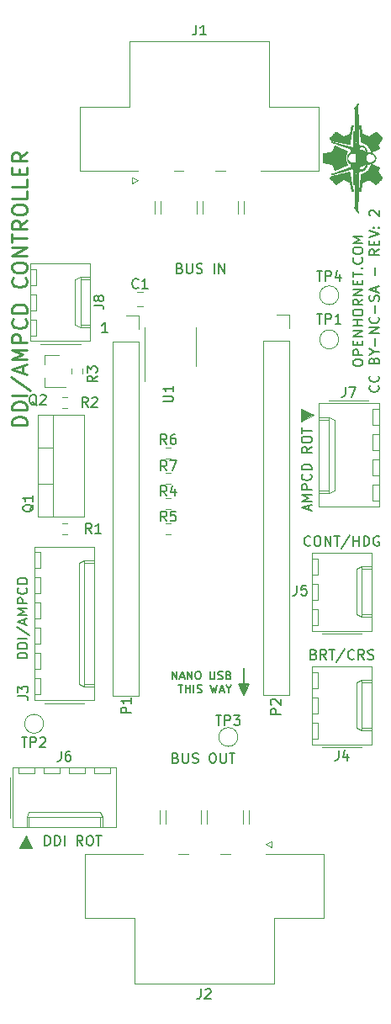
<source format=gbr>
G04 #@! TF.GenerationSoftware,KiCad,Pcbnew,(5.1.10)-1*
G04 #@! TF.CreationDate,2021-10-17T21:38:11+11:00*
G04 #@! TF.ProjectId,ddi_ampcd_controller,6464695f-616d-4706-9364-5f636f6e7472,1*
G04 #@! TF.SameCoordinates,Original*
G04 #@! TF.FileFunction,Legend,Top*
G04 #@! TF.FilePolarity,Positive*
%FSLAX46Y46*%
G04 Gerber Fmt 4.6, Leading zero omitted, Abs format (unit mm)*
G04 Created by KiCad (PCBNEW (5.1.10)-1) date 2021-10-17 21:38:11*
%MOMM*%
%LPD*%
G01*
G04 APERTURE LIST*
%ADD10C,0.150000*%
%ADD11C,0.100000*%
%ADD12C,0.250000*%
%ADD13C,0.010000*%
%ADD14C,0.120000*%
G04 APERTURE END LIST*
D10*
X129611380Y-104480809D02*
X128611380Y-104480809D01*
X128611380Y-104242714D01*
X128659000Y-104099857D01*
X128754238Y-104004619D01*
X128849476Y-103957000D01*
X129039952Y-103909380D01*
X129182809Y-103909380D01*
X129373285Y-103957000D01*
X129468523Y-104004619D01*
X129563761Y-104099857D01*
X129611380Y-104242714D01*
X129611380Y-104480809D01*
X129611380Y-103480809D02*
X128611380Y-103480809D01*
X128611380Y-103242714D01*
X128659000Y-103099857D01*
X128754238Y-103004619D01*
X128849476Y-102957000D01*
X129039952Y-102909380D01*
X129182809Y-102909380D01*
X129373285Y-102957000D01*
X129468523Y-103004619D01*
X129563761Y-103099857D01*
X129611380Y-103242714D01*
X129611380Y-103480809D01*
X129611380Y-102480809D02*
X128611380Y-102480809D01*
X128563761Y-101290333D02*
X129849476Y-102147476D01*
X129325666Y-101004619D02*
X129325666Y-100528428D01*
X129611380Y-101099857D02*
X128611380Y-100766523D01*
X129611380Y-100433190D01*
X129611380Y-100099857D02*
X128611380Y-100099857D01*
X129325666Y-99766523D01*
X128611380Y-99433190D01*
X129611380Y-99433190D01*
X129611380Y-98957000D02*
X128611380Y-98957000D01*
X128611380Y-98576047D01*
X128659000Y-98480809D01*
X128706619Y-98433190D01*
X128801857Y-98385571D01*
X128944714Y-98385571D01*
X129039952Y-98433190D01*
X129087571Y-98480809D01*
X129135190Y-98576047D01*
X129135190Y-98957000D01*
X129516142Y-97385571D02*
X129563761Y-97433190D01*
X129611380Y-97576047D01*
X129611380Y-97671285D01*
X129563761Y-97814142D01*
X129468523Y-97909380D01*
X129373285Y-97957000D01*
X129182809Y-98004619D01*
X129039952Y-98004619D01*
X128849476Y-97957000D01*
X128754238Y-97909380D01*
X128659000Y-97814142D01*
X128611380Y-97671285D01*
X128611380Y-97576047D01*
X128659000Y-97433190D01*
X128706619Y-97385571D01*
X129611380Y-96957000D02*
X128611380Y-96957000D01*
X128611380Y-96718904D01*
X128659000Y-96576047D01*
X128754238Y-96480809D01*
X128849476Y-96433190D01*
X129039952Y-96385571D01*
X129182809Y-96385571D01*
X129373285Y-96433190D01*
X129468523Y-96480809D01*
X129563761Y-96576047D01*
X129611380Y-96718904D01*
X129611380Y-96957000D01*
X131389785Y-123324880D02*
X131389785Y-122324880D01*
X131627880Y-122324880D01*
X131770738Y-122372500D01*
X131865976Y-122467738D01*
X131913595Y-122562976D01*
X131961214Y-122753452D01*
X131961214Y-122896309D01*
X131913595Y-123086785D01*
X131865976Y-123182023D01*
X131770738Y-123277261D01*
X131627880Y-123324880D01*
X131389785Y-123324880D01*
X132389785Y-123324880D02*
X132389785Y-122324880D01*
X132627880Y-122324880D01*
X132770738Y-122372500D01*
X132865976Y-122467738D01*
X132913595Y-122562976D01*
X132961214Y-122753452D01*
X132961214Y-122896309D01*
X132913595Y-123086785D01*
X132865976Y-123182023D01*
X132770738Y-123277261D01*
X132627880Y-123324880D01*
X132389785Y-123324880D01*
X133389785Y-123324880D02*
X133389785Y-122324880D01*
X135199309Y-123324880D02*
X134865976Y-122848690D01*
X134627880Y-123324880D02*
X134627880Y-122324880D01*
X135008833Y-122324880D01*
X135104071Y-122372500D01*
X135151690Y-122420119D01*
X135199309Y-122515357D01*
X135199309Y-122658214D01*
X135151690Y-122753452D01*
X135104071Y-122801071D01*
X135008833Y-122848690D01*
X134627880Y-122848690D01*
X135818357Y-122324880D02*
X136008833Y-122324880D01*
X136104071Y-122372500D01*
X136199309Y-122467738D01*
X136246928Y-122658214D01*
X136246928Y-122991547D01*
X136199309Y-123182023D01*
X136104071Y-123277261D01*
X136008833Y-123324880D01*
X135818357Y-123324880D01*
X135723119Y-123277261D01*
X135627880Y-123182023D01*
X135580261Y-122991547D01*
X135580261Y-122658214D01*
X135627880Y-122467738D01*
X135723119Y-122372500D01*
X135818357Y-122324880D01*
X136532642Y-122324880D02*
X137104071Y-122324880D01*
X136818357Y-123324880D02*
X136818357Y-122324880D01*
D11*
G36*
X130111500Y-123571000D02*
G01*
X128841500Y-123571000D01*
X129476500Y-122301000D01*
X130111500Y-123571000D01*
G37*
X130111500Y-123571000D02*
X128841500Y-123571000D01*
X129476500Y-122301000D01*
X130111500Y-123571000D01*
D10*
X157964166Y-89566238D02*
X157964166Y-89090047D01*
X158249880Y-89661476D02*
X157249880Y-89328142D01*
X158249880Y-88994809D01*
X158249880Y-88661476D02*
X157249880Y-88661476D01*
X157964166Y-88328142D01*
X157249880Y-87994809D01*
X158249880Y-87994809D01*
X158249880Y-87518619D02*
X157249880Y-87518619D01*
X157249880Y-87137666D01*
X157297500Y-87042428D01*
X157345119Y-86994809D01*
X157440357Y-86947190D01*
X157583214Y-86947190D01*
X157678452Y-86994809D01*
X157726071Y-87042428D01*
X157773690Y-87137666D01*
X157773690Y-87518619D01*
X158154642Y-85947190D02*
X158202261Y-85994809D01*
X158249880Y-86137666D01*
X158249880Y-86232904D01*
X158202261Y-86375761D01*
X158107023Y-86471000D01*
X158011785Y-86518619D01*
X157821309Y-86566238D01*
X157678452Y-86566238D01*
X157487976Y-86518619D01*
X157392738Y-86471000D01*
X157297500Y-86375761D01*
X157249880Y-86232904D01*
X157249880Y-86137666D01*
X157297500Y-85994809D01*
X157345119Y-85947190D01*
X158249880Y-85518619D02*
X157249880Y-85518619D01*
X157249880Y-85280523D01*
X157297500Y-85137666D01*
X157392738Y-85042428D01*
X157487976Y-84994809D01*
X157678452Y-84947190D01*
X157821309Y-84947190D01*
X158011785Y-84994809D01*
X158107023Y-85042428D01*
X158202261Y-85137666D01*
X158249880Y-85280523D01*
X158249880Y-85518619D01*
X158249880Y-83185285D02*
X157773690Y-83518619D01*
X158249880Y-83756714D02*
X157249880Y-83756714D01*
X157249880Y-83375761D01*
X157297500Y-83280523D01*
X157345119Y-83232904D01*
X157440357Y-83185285D01*
X157583214Y-83185285D01*
X157678452Y-83232904D01*
X157726071Y-83280523D01*
X157773690Y-83375761D01*
X157773690Y-83756714D01*
X157249880Y-82566238D02*
X157249880Y-82375761D01*
X157297500Y-82280523D01*
X157392738Y-82185285D01*
X157583214Y-82137666D01*
X157916547Y-82137666D01*
X158107023Y-82185285D01*
X158202261Y-82280523D01*
X158249880Y-82375761D01*
X158249880Y-82566238D01*
X158202261Y-82661476D01*
X158107023Y-82756714D01*
X157916547Y-82804333D01*
X157583214Y-82804333D01*
X157392738Y-82756714D01*
X157297500Y-82661476D01*
X157249880Y-82566238D01*
X157249880Y-81851952D02*
X157249880Y-81280523D01*
X158249880Y-81566238D02*
X157249880Y-81566238D01*
D11*
G36*
X158432500Y-80010000D02*
G01*
X157162500Y-80645000D01*
X157162500Y-79375000D01*
X158432500Y-80010000D01*
G37*
X158432500Y-80010000D02*
X157162500Y-80645000D01*
X157162500Y-79375000D01*
X158432500Y-80010000D01*
D10*
X158123333Y-93067142D02*
X158075714Y-93114761D01*
X157932857Y-93162380D01*
X157837619Y-93162380D01*
X157694761Y-93114761D01*
X157599523Y-93019523D01*
X157551904Y-92924285D01*
X157504285Y-92733809D01*
X157504285Y-92590952D01*
X157551904Y-92400476D01*
X157599523Y-92305238D01*
X157694761Y-92210000D01*
X157837619Y-92162380D01*
X157932857Y-92162380D01*
X158075714Y-92210000D01*
X158123333Y-92257619D01*
X158742380Y-92162380D02*
X158932857Y-92162380D01*
X159028095Y-92210000D01*
X159123333Y-92305238D01*
X159170952Y-92495714D01*
X159170952Y-92829047D01*
X159123333Y-93019523D01*
X159028095Y-93114761D01*
X158932857Y-93162380D01*
X158742380Y-93162380D01*
X158647142Y-93114761D01*
X158551904Y-93019523D01*
X158504285Y-92829047D01*
X158504285Y-92495714D01*
X158551904Y-92305238D01*
X158647142Y-92210000D01*
X158742380Y-92162380D01*
X159599523Y-93162380D02*
X159599523Y-92162380D01*
X160170952Y-93162380D01*
X160170952Y-92162380D01*
X160504285Y-92162380D02*
X161075714Y-92162380D01*
X160790000Y-93162380D02*
X160790000Y-92162380D01*
X162123333Y-92114761D02*
X161266190Y-93400476D01*
X162456666Y-93162380D02*
X162456666Y-92162380D01*
X162456666Y-92638571D02*
X163028095Y-92638571D01*
X163028095Y-93162380D02*
X163028095Y-92162380D01*
X163504285Y-93162380D02*
X163504285Y-92162380D01*
X163742380Y-92162380D01*
X163885238Y-92210000D01*
X163980476Y-92305238D01*
X164028095Y-92400476D01*
X164075714Y-92590952D01*
X164075714Y-92733809D01*
X164028095Y-92924285D01*
X163980476Y-93019523D01*
X163885238Y-93114761D01*
X163742380Y-93162380D01*
X163504285Y-93162380D01*
X165028095Y-92210000D02*
X164932857Y-92162380D01*
X164790000Y-92162380D01*
X164647142Y-92210000D01*
X164551904Y-92305238D01*
X164504285Y-92400476D01*
X164456666Y-92590952D01*
X164456666Y-92733809D01*
X164504285Y-92924285D01*
X164551904Y-93019523D01*
X164647142Y-93114761D01*
X164790000Y-93162380D01*
X164885238Y-93162380D01*
X165028095Y-93114761D01*
X165075714Y-93067142D01*
X165075714Y-92733809D01*
X164885238Y-92733809D01*
X158480476Y-104068571D02*
X158623333Y-104116190D01*
X158670952Y-104163809D01*
X158718571Y-104259047D01*
X158718571Y-104401904D01*
X158670952Y-104497142D01*
X158623333Y-104544761D01*
X158528095Y-104592380D01*
X158147142Y-104592380D01*
X158147142Y-103592380D01*
X158480476Y-103592380D01*
X158575714Y-103640000D01*
X158623333Y-103687619D01*
X158670952Y-103782857D01*
X158670952Y-103878095D01*
X158623333Y-103973333D01*
X158575714Y-104020952D01*
X158480476Y-104068571D01*
X158147142Y-104068571D01*
X159718571Y-104592380D02*
X159385238Y-104116190D01*
X159147142Y-104592380D02*
X159147142Y-103592380D01*
X159528095Y-103592380D01*
X159623333Y-103640000D01*
X159670952Y-103687619D01*
X159718571Y-103782857D01*
X159718571Y-103925714D01*
X159670952Y-104020952D01*
X159623333Y-104068571D01*
X159528095Y-104116190D01*
X159147142Y-104116190D01*
X160004285Y-103592380D02*
X160575714Y-103592380D01*
X160290000Y-104592380D02*
X160290000Y-103592380D01*
X161623333Y-103544761D02*
X160766190Y-104830476D01*
X162528095Y-104497142D02*
X162480476Y-104544761D01*
X162337619Y-104592380D01*
X162242380Y-104592380D01*
X162099523Y-104544761D01*
X162004285Y-104449523D01*
X161956666Y-104354285D01*
X161909047Y-104163809D01*
X161909047Y-104020952D01*
X161956666Y-103830476D01*
X162004285Y-103735238D01*
X162099523Y-103640000D01*
X162242380Y-103592380D01*
X162337619Y-103592380D01*
X162480476Y-103640000D01*
X162528095Y-103687619D01*
X163528095Y-104592380D02*
X163194761Y-104116190D01*
X162956666Y-104592380D02*
X162956666Y-103592380D01*
X163337619Y-103592380D01*
X163432857Y-103640000D01*
X163480476Y-103687619D01*
X163528095Y-103782857D01*
X163528095Y-103925714D01*
X163480476Y-104020952D01*
X163432857Y-104068571D01*
X163337619Y-104116190D01*
X162956666Y-104116190D01*
X163909047Y-104544761D02*
X164051904Y-104592380D01*
X164290000Y-104592380D01*
X164385238Y-104544761D01*
X164432857Y-104497142D01*
X164480476Y-104401904D01*
X164480476Y-104306666D01*
X164432857Y-104211428D01*
X164385238Y-104163809D01*
X164290000Y-104116190D01*
X164099523Y-104068571D01*
X164004285Y-104020952D01*
X163956666Y-103973333D01*
X163909047Y-103878095D01*
X163909047Y-103782857D01*
X163956666Y-103687619D01*
X164004285Y-103640000D01*
X164099523Y-103592380D01*
X164337619Y-103592380D01*
X164480476Y-103640000D01*
X144581904Y-114482571D02*
X144724761Y-114530190D01*
X144772380Y-114577809D01*
X144820000Y-114673047D01*
X144820000Y-114815904D01*
X144772380Y-114911142D01*
X144724761Y-114958761D01*
X144629523Y-115006380D01*
X144248571Y-115006380D01*
X144248571Y-114006380D01*
X144581904Y-114006380D01*
X144677142Y-114054000D01*
X144724761Y-114101619D01*
X144772380Y-114196857D01*
X144772380Y-114292095D01*
X144724761Y-114387333D01*
X144677142Y-114434952D01*
X144581904Y-114482571D01*
X144248571Y-114482571D01*
X145248571Y-114006380D02*
X145248571Y-114815904D01*
X145296190Y-114911142D01*
X145343809Y-114958761D01*
X145439047Y-115006380D01*
X145629523Y-115006380D01*
X145724761Y-114958761D01*
X145772380Y-114911142D01*
X145820000Y-114815904D01*
X145820000Y-114006380D01*
X146248571Y-114958761D02*
X146391428Y-115006380D01*
X146629523Y-115006380D01*
X146724761Y-114958761D01*
X146772380Y-114911142D01*
X146820000Y-114815904D01*
X146820000Y-114720666D01*
X146772380Y-114625428D01*
X146724761Y-114577809D01*
X146629523Y-114530190D01*
X146439047Y-114482571D01*
X146343809Y-114434952D01*
X146296190Y-114387333D01*
X146248571Y-114292095D01*
X146248571Y-114196857D01*
X146296190Y-114101619D01*
X146343809Y-114054000D01*
X146439047Y-114006380D01*
X146677142Y-114006380D01*
X146820000Y-114054000D01*
X148200952Y-114006380D02*
X148391428Y-114006380D01*
X148486666Y-114054000D01*
X148581904Y-114149238D01*
X148629523Y-114339714D01*
X148629523Y-114673047D01*
X148581904Y-114863523D01*
X148486666Y-114958761D01*
X148391428Y-115006380D01*
X148200952Y-115006380D01*
X148105714Y-114958761D01*
X148010476Y-114863523D01*
X147962857Y-114673047D01*
X147962857Y-114339714D01*
X148010476Y-114149238D01*
X148105714Y-114054000D01*
X148200952Y-114006380D01*
X149058095Y-114006380D02*
X149058095Y-114815904D01*
X149105714Y-114911142D01*
X149153333Y-114958761D01*
X149248571Y-115006380D01*
X149439047Y-115006380D01*
X149534285Y-114958761D01*
X149581904Y-114911142D01*
X149629523Y-114815904D01*
X149629523Y-114006380D01*
X149962857Y-114006380D02*
X150534285Y-114006380D01*
X150248571Y-115006380D02*
X150248571Y-114006380D01*
X144994571Y-65206571D02*
X145137428Y-65254190D01*
X145185047Y-65301809D01*
X145232666Y-65397047D01*
X145232666Y-65539904D01*
X145185047Y-65635142D01*
X145137428Y-65682761D01*
X145042190Y-65730380D01*
X144661238Y-65730380D01*
X144661238Y-64730380D01*
X144994571Y-64730380D01*
X145089809Y-64778000D01*
X145137428Y-64825619D01*
X145185047Y-64920857D01*
X145185047Y-65016095D01*
X145137428Y-65111333D01*
X145089809Y-65158952D01*
X144994571Y-65206571D01*
X144661238Y-65206571D01*
X145661238Y-64730380D02*
X145661238Y-65539904D01*
X145708857Y-65635142D01*
X145756476Y-65682761D01*
X145851714Y-65730380D01*
X146042190Y-65730380D01*
X146137428Y-65682761D01*
X146185047Y-65635142D01*
X146232666Y-65539904D01*
X146232666Y-64730380D01*
X146661238Y-65682761D02*
X146804095Y-65730380D01*
X147042190Y-65730380D01*
X147137428Y-65682761D01*
X147185047Y-65635142D01*
X147232666Y-65539904D01*
X147232666Y-65444666D01*
X147185047Y-65349428D01*
X147137428Y-65301809D01*
X147042190Y-65254190D01*
X146851714Y-65206571D01*
X146756476Y-65158952D01*
X146708857Y-65111333D01*
X146661238Y-65016095D01*
X146661238Y-64920857D01*
X146708857Y-64825619D01*
X146756476Y-64778000D01*
X146851714Y-64730380D01*
X147089809Y-64730380D01*
X147232666Y-64778000D01*
X148423142Y-65730380D02*
X148423142Y-64730380D01*
X148899333Y-65730380D02*
X148899333Y-64730380D01*
X149470761Y-65730380D01*
X149470761Y-64730380D01*
D11*
G36*
X151447500Y-107975400D02*
G01*
X151447500Y-107924600D01*
X151041100Y-107111800D01*
X151803100Y-107111800D01*
X151447500Y-107975400D01*
G37*
X151447500Y-107975400D02*
X151447500Y-107924600D01*
X151041100Y-107111800D01*
X151803100Y-107111800D01*
X151447500Y-107975400D01*
D10*
X150939500Y-107061000D02*
X151447500Y-108178600D01*
X151904700Y-107061000D02*
X150939500Y-107061000D01*
X151447500Y-108178600D02*
X151904700Y-107061000D01*
X151447500Y-105435400D02*
X151447500Y-108178600D01*
X144213352Y-106595504D02*
X144213352Y-105795504D01*
X144670495Y-106595504D01*
X144670495Y-105795504D01*
X145013352Y-106366933D02*
X145394304Y-106366933D01*
X144937161Y-106595504D02*
X145203828Y-105795504D01*
X145470495Y-106595504D01*
X145737161Y-106595504D02*
X145737161Y-105795504D01*
X146194304Y-106595504D01*
X146194304Y-105795504D01*
X146727638Y-105795504D02*
X146880019Y-105795504D01*
X146956209Y-105833600D01*
X147032400Y-105909790D01*
X147070495Y-106062171D01*
X147070495Y-106328838D01*
X147032400Y-106481219D01*
X146956209Y-106557409D01*
X146880019Y-106595504D01*
X146727638Y-106595504D01*
X146651447Y-106557409D01*
X146575257Y-106481219D01*
X146537161Y-106328838D01*
X146537161Y-106062171D01*
X146575257Y-105909790D01*
X146651447Y-105833600D01*
X146727638Y-105795504D01*
X148022876Y-105795504D02*
X148022876Y-106443123D01*
X148060971Y-106519314D01*
X148099066Y-106557409D01*
X148175257Y-106595504D01*
X148327638Y-106595504D01*
X148403828Y-106557409D01*
X148441923Y-106519314D01*
X148480019Y-106443123D01*
X148480019Y-105795504D01*
X148822876Y-106557409D02*
X148937161Y-106595504D01*
X149127638Y-106595504D01*
X149203828Y-106557409D01*
X149241923Y-106519314D01*
X149280019Y-106443123D01*
X149280019Y-106366933D01*
X149241923Y-106290742D01*
X149203828Y-106252647D01*
X149127638Y-106214552D01*
X148975257Y-106176457D01*
X148899066Y-106138361D01*
X148860971Y-106100266D01*
X148822876Y-106024076D01*
X148822876Y-105947885D01*
X148860971Y-105871695D01*
X148899066Y-105833600D01*
X148975257Y-105795504D01*
X149165733Y-105795504D01*
X149280019Y-105833600D01*
X149889542Y-106176457D02*
X150003828Y-106214552D01*
X150041923Y-106252647D01*
X150080019Y-106328838D01*
X150080019Y-106443123D01*
X150041923Y-106519314D01*
X150003828Y-106557409D01*
X149927638Y-106595504D01*
X149622876Y-106595504D01*
X149622876Y-105795504D01*
X149889542Y-105795504D01*
X149965733Y-105833600D01*
X150003828Y-105871695D01*
X150041923Y-105947885D01*
X150041923Y-106024076D01*
X150003828Y-106100266D01*
X149965733Y-106138361D01*
X149889542Y-106176457D01*
X149622876Y-106176457D01*
X144822876Y-107145504D02*
X145280019Y-107145504D01*
X145051447Y-107945504D02*
X145051447Y-107145504D01*
X145546685Y-107945504D02*
X145546685Y-107145504D01*
X145546685Y-107526457D02*
X146003828Y-107526457D01*
X146003828Y-107945504D02*
X146003828Y-107145504D01*
X146384780Y-107945504D02*
X146384780Y-107145504D01*
X146727638Y-107907409D02*
X146841923Y-107945504D01*
X147032400Y-107945504D01*
X147108590Y-107907409D01*
X147146685Y-107869314D01*
X147184780Y-107793123D01*
X147184780Y-107716933D01*
X147146685Y-107640742D01*
X147108590Y-107602647D01*
X147032400Y-107564552D01*
X146880019Y-107526457D01*
X146803828Y-107488361D01*
X146765733Y-107450266D01*
X146727638Y-107374076D01*
X146727638Y-107297885D01*
X146765733Y-107221695D01*
X146803828Y-107183600D01*
X146880019Y-107145504D01*
X147070495Y-107145504D01*
X147184780Y-107183600D01*
X148060971Y-107145504D02*
X148251447Y-107945504D01*
X148403828Y-107374076D01*
X148556209Y-107945504D01*
X148746685Y-107145504D01*
X149013352Y-107716933D02*
X149394304Y-107716933D01*
X148937161Y-107945504D02*
X149203828Y-107145504D01*
X149470495Y-107945504D01*
X149889542Y-107564552D02*
X149889542Y-107945504D01*
X149622876Y-107145504D02*
X149889542Y-107564552D01*
X150156209Y-107145504D01*
X162393880Y-74826023D02*
X162393880Y-74635547D01*
X162441500Y-74540309D01*
X162536738Y-74445071D01*
X162727214Y-74397452D01*
X163060547Y-74397452D01*
X163251023Y-74445071D01*
X163346261Y-74540309D01*
X163393880Y-74635547D01*
X163393880Y-74826023D01*
X163346261Y-74921261D01*
X163251023Y-75016500D01*
X163060547Y-75064119D01*
X162727214Y-75064119D01*
X162536738Y-75016500D01*
X162441500Y-74921261D01*
X162393880Y-74826023D01*
X163393880Y-73968880D02*
X162393880Y-73968880D01*
X162393880Y-73587928D01*
X162441500Y-73492690D01*
X162489119Y-73445071D01*
X162584357Y-73397452D01*
X162727214Y-73397452D01*
X162822452Y-73445071D01*
X162870071Y-73492690D01*
X162917690Y-73587928D01*
X162917690Y-73968880D01*
X162870071Y-72968880D02*
X162870071Y-72635547D01*
X163393880Y-72492690D02*
X163393880Y-72968880D01*
X162393880Y-72968880D01*
X162393880Y-72492690D01*
X163393880Y-72064119D02*
X162393880Y-72064119D01*
X163393880Y-71492690D01*
X162393880Y-71492690D01*
X163393880Y-71016500D02*
X162393880Y-71016500D01*
X162870071Y-71016500D02*
X162870071Y-70445071D01*
X163393880Y-70445071D02*
X162393880Y-70445071D01*
X162393880Y-69778404D02*
X162393880Y-69587928D01*
X162441500Y-69492690D01*
X162536738Y-69397452D01*
X162727214Y-69349833D01*
X163060547Y-69349833D01*
X163251023Y-69397452D01*
X163346261Y-69492690D01*
X163393880Y-69587928D01*
X163393880Y-69778404D01*
X163346261Y-69873642D01*
X163251023Y-69968880D01*
X163060547Y-70016500D01*
X162727214Y-70016500D01*
X162536738Y-69968880D01*
X162441500Y-69873642D01*
X162393880Y-69778404D01*
X163393880Y-68349833D02*
X162917690Y-68683166D01*
X163393880Y-68921261D02*
X162393880Y-68921261D01*
X162393880Y-68540309D01*
X162441500Y-68445071D01*
X162489119Y-68397452D01*
X162584357Y-68349833D01*
X162727214Y-68349833D01*
X162822452Y-68397452D01*
X162870071Y-68445071D01*
X162917690Y-68540309D01*
X162917690Y-68921261D01*
X163393880Y-67921261D02*
X162393880Y-67921261D01*
X163393880Y-67349833D01*
X162393880Y-67349833D01*
X162870071Y-66873642D02*
X162870071Y-66540309D01*
X163393880Y-66397452D02*
X163393880Y-66873642D01*
X162393880Y-66873642D01*
X162393880Y-66397452D01*
X162393880Y-66111738D02*
X162393880Y-65540309D01*
X163393880Y-65826023D02*
X162393880Y-65826023D01*
X163298642Y-65206976D02*
X163346261Y-65159357D01*
X163393880Y-65206976D01*
X163346261Y-65254595D01*
X163298642Y-65206976D01*
X163393880Y-65206976D01*
X163298642Y-64159357D02*
X163346261Y-64206976D01*
X163393880Y-64349833D01*
X163393880Y-64445071D01*
X163346261Y-64587928D01*
X163251023Y-64683166D01*
X163155785Y-64730785D01*
X162965309Y-64778404D01*
X162822452Y-64778404D01*
X162631976Y-64730785D01*
X162536738Y-64683166D01*
X162441500Y-64587928D01*
X162393880Y-64445071D01*
X162393880Y-64349833D01*
X162441500Y-64206976D01*
X162489119Y-64159357D01*
X162393880Y-63540309D02*
X162393880Y-63349833D01*
X162441500Y-63254595D01*
X162536738Y-63159357D01*
X162727214Y-63111738D01*
X163060547Y-63111738D01*
X163251023Y-63159357D01*
X163346261Y-63254595D01*
X163393880Y-63349833D01*
X163393880Y-63540309D01*
X163346261Y-63635547D01*
X163251023Y-63730785D01*
X163060547Y-63778404D01*
X162727214Y-63778404D01*
X162536738Y-63730785D01*
X162441500Y-63635547D01*
X162393880Y-63540309D01*
X163393880Y-62683166D02*
X162393880Y-62683166D01*
X163108166Y-62349833D01*
X162393880Y-62016500D01*
X163393880Y-62016500D01*
X164948642Y-77040309D02*
X164996261Y-77087928D01*
X165043880Y-77230785D01*
X165043880Y-77326023D01*
X164996261Y-77468880D01*
X164901023Y-77564119D01*
X164805785Y-77611738D01*
X164615309Y-77659357D01*
X164472452Y-77659357D01*
X164281976Y-77611738D01*
X164186738Y-77564119D01*
X164091500Y-77468880D01*
X164043880Y-77326023D01*
X164043880Y-77230785D01*
X164091500Y-77087928D01*
X164139119Y-77040309D01*
X164948642Y-76040309D02*
X164996261Y-76087928D01*
X165043880Y-76230785D01*
X165043880Y-76326023D01*
X164996261Y-76468880D01*
X164901023Y-76564119D01*
X164805785Y-76611738D01*
X164615309Y-76659357D01*
X164472452Y-76659357D01*
X164281976Y-76611738D01*
X164186738Y-76564119D01*
X164091500Y-76468880D01*
X164043880Y-76326023D01*
X164043880Y-76230785D01*
X164091500Y-76087928D01*
X164139119Y-76040309D01*
X164520071Y-74516500D02*
X164567690Y-74373642D01*
X164615309Y-74326023D01*
X164710547Y-74278404D01*
X164853404Y-74278404D01*
X164948642Y-74326023D01*
X164996261Y-74373642D01*
X165043880Y-74468880D01*
X165043880Y-74849833D01*
X164043880Y-74849833D01*
X164043880Y-74516500D01*
X164091500Y-74421261D01*
X164139119Y-74373642D01*
X164234357Y-74326023D01*
X164329595Y-74326023D01*
X164424833Y-74373642D01*
X164472452Y-74421261D01*
X164520071Y-74516500D01*
X164520071Y-74849833D01*
X164567690Y-73659357D02*
X165043880Y-73659357D01*
X164043880Y-73992690D02*
X164567690Y-73659357D01*
X164043880Y-73326023D01*
X164662928Y-72992690D02*
X164662928Y-72230785D01*
X165043880Y-71754595D02*
X164043880Y-71754595D01*
X165043880Y-71183166D01*
X164043880Y-71183166D01*
X164948642Y-70135547D02*
X164996261Y-70183166D01*
X165043880Y-70326023D01*
X165043880Y-70421261D01*
X164996261Y-70564119D01*
X164901023Y-70659357D01*
X164805785Y-70706976D01*
X164615309Y-70754595D01*
X164472452Y-70754595D01*
X164281976Y-70706976D01*
X164186738Y-70659357D01*
X164091500Y-70564119D01*
X164043880Y-70421261D01*
X164043880Y-70326023D01*
X164091500Y-70183166D01*
X164139119Y-70135547D01*
X164662928Y-69706976D02*
X164662928Y-68945071D01*
X164996261Y-68516500D02*
X165043880Y-68373642D01*
X165043880Y-68135547D01*
X164996261Y-68040309D01*
X164948642Y-67992690D01*
X164853404Y-67945071D01*
X164758166Y-67945071D01*
X164662928Y-67992690D01*
X164615309Y-68040309D01*
X164567690Y-68135547D01*
X164520071Y-68326023D01*
X164472452Y-68421261D01*
X164424833Y-68468880D01*
X164329595Y-68516500D01*
X164234357Y-68516500D01*
X164139119Y-68468880D01*
X164091500Y-68421261D01*
X164043880Y-68326023D01*
X164043880Y-68087928D01*
X164091500Y-67945071D01*
X164758166Y-67564119D02*
X164758166Y-67087928D01*
X165043880Y-67659357D02*
X164043880Y-67326023D01*
X165043880Y-66992690D01*
X164662928Y-65897452D02*
X164662928Y-65135547D01*
X165043880Y-63326023D02*
X164567690Y-63659357D01*
X165043880Y-63897452D02*
X164043880Y-63897452D01*
X164043880Y-63516500D01*
X164091500Y-63421261D01*
X164139119Y-63373642D01*
X164234357Y-63326023D01*
X164377214Y-63326023D01*
X164472452Y-63373642D01*
X164520071Y-63421261D01*
X164567690Y-63516500D01*
X164567690Y-63897452D01*
X164520071Y-62897452D02*
X164520071Y-62564119D01*
X165043880Y-62421261D02*
X165043880Y-62897452D01*
X164043880Y-62897452D01*
X164043880Y-62421261D01*
X164043880Y-62135547D02*
X165043880Y-61802214D01*
X164043880Y-61468880D01*
X164948642Y-61135547D02*
X164996261Y-61087928D01*
X165043880Y-61135547D01*
X164996261Y-61183166D01*
X164948642Y-61135547D01*
X165043880Y-61135547D01*
X164424833Y-61135547D02*
X164472452Y-61087928D01*
X164520071Y-61135547D01*
X164472452Y-61183166D01*
X164424833Y-61135547D01*
X164520071Y-61135547D01*
X164139119Y-59945071D02*
X164091500Y-59897452D01*
X164043880Y-59802214D01*
X164043880Y-59564119D01*
X164091500Y-59468880D01*
X164139119Y-59421261D01*
X164234357Y-59373642D01*
X164329595Y-59373642D01*
X164472452Y-59421261D01*
X165043880Y-59992690D01*
X165043880Y-59373642D01*
D12*
X129583571Y-80988571D02*
X128083571Y-80988571D01*
X128083571Y-80631428D01*
X128155000Y-80417142D01*
X128297857Y-80274285D01*
X128440714Y-80202857D01*
X128726428Y-80131428D01*
X128940714Y-80131428D01*
X129226428Y-80202857D01*
X129369285Y-80274285D01*
X129512142Y-80417142D01*
X129583571Y-80631428D01*
X129583571Y-80988571D01*
X129583571Y-79488571D02*
X128083571Y-79488571D01*
X128083571Y-79131428D01*
X128155000Y-78917142D01*
X128297857Y-78774285D01*
X128440714Y-78702857D01*
X128726428Y-78631428D01*
X128940714Y-78631428D01*
X129226428Y-78702857D01*
X129369285Y-78774285D01*
X129512142Y-78917142D01*
X129583571Y-79131428D01*
X129583571Y-79488571D01*
X129583571Y-77988571D02*
X128083571Y-77988571D01*
X128012142Y-76202857D02*
X129940714Y-77488571D01*
X129155000Y-75774285D02*
X129155000Y-75060000D01*
X129583571Y-75917142D02*
X128083571Y-75417142D01*
X129583571Y-74917142D01*
X129583571Y-74417142D02*
X128083571Y-74417142D01*
X129155000Y-73917142D01*
X128083571Y-73417142D01*
X129583571Y-73417142D01*
X129583571Y-72702857D02*
X128083571Y-72702857D01*
X128083571Y-72131428D01*
X128155000Y-71988571D01*
X128226428Y-71917142D01*
X128369285Y-71845714D01*
X128583571Y-71845714D01*
X128726428Y-71917142D01*
X128797857Y-71988571D01*
X128869285Y-72131428D01*
X128869285Y-72702857D01*
X129440714Y-70345714D02*
X129512142Y-70417142D01*
X129583571Y-70631428D01*
X129583571Y-70774285D01*
X129512142Y-70988571D01*
X129369285Y-71131428D01*
X129226428Y-71202857D01*
X128940714Y-71274285D01*
X128726428Y-71274285D01*
X128440714Y-71202857D01*
X128297857Y-71131428D01*
X128155000Y-70988571D01*
X128083571Y-70774285D01*
X128083571Y-70631428D01*
X128155000Y-70417142D01*
X128226428Y-70345714D01*
X129583571Y-69702857D02*
X128083571Y-69702857D01*
X128083571Y-69345714D01*
X128155000Y-69131428D01*
X128297857Y-68988571D01*
X128440714Y-68917142D01*
X128726428Y-68845714D01*
X128940714Y-68845714D01*
X129226428Y-68917142D01*
X129369285Y-68988571D01*
X129512142Y-69131428D01*
X129583571Y-69345714D01*
X129583571Y-69702857D01*
X129440714Y-66202857D02*
X129512142Y-66274285D01*
X129583571Y-66488571D01*
X129583571Y-66631428D01*
X129512142Y-66845714D01*
X129369285Y-66988571D01*
X129226428Y-67060000D01*
X128940714Y-67131428D01*
X128726428Y-67131428D01*
X128440714Y-67060000D01*
X128297857Y-66988571D01*
X128155000Y-66845714D01*
X128083571Y-66631428D01*
X128083571Y-66488571D01*
X128155000Y-66274285D01*
X128226428Y-66202857D01*
X128083571Y-65274285D02*
X128083571Y-64988571D01*
X128155000Y-64845714D01*
X128297857Y-64702857D01*
X128583571Y-64631428D01*
X129083571Y-64631428D01*
X129369285Y-64702857D01*
X129512142Y-64845714D01*
X129583571Y-64988571D01*
X129583571Y-65274285D01*
X129512142Y-65417142D01*
X129369285Y-65560000D01*
X129083571Y-65631428D01*
X128583571Y-65631428D01*
X128297857Y-65560000D01*
X128155000Y-65417142D01*
X128083571Y-65274285D01*
X129583571Y-63988571D02*
X128083571Y-63988571D01*
X129583571Y-63131428D01*
X128083571Y-63131428D01*
X128083571Y-62631428D02*
X128083571Y-61774285D01*
X129583571Y-62202857D02*
X128083571Y-62202857D01*
X129583571Y-60417142D02*
X128869285Y-60917142D01*
X129583571Y-61274285D02*
X128083571Y-61274285D01*
X128083571Y-60702857D01*
X128155000Y-60560000D01*
X128226428Y-60488571D01*
X128369285Y-60417142D01*
X128583571Y-60417142D01*
X128726428Y-60488571D01*
X128797857Y-60560000D01*
X128869285Y-60702857D01*
X128869285Y-61274285D01*
X128083571Y-59488571D02*
X128083571Y-59202857D01*
X128155000Y-59060000D01*
X128297857Y-58917142D01*
X128583571Y-58845714D01*
X129083571Y-58845714D01*
X129369285Y-58917142D01*
X129512142Y-59060000D01*
X129583571Y-59202857D01*
X129583571Y-59488571D01*
X129512142Y-59631428D01*
X129369285Y-59774285D01*
X129083571Y-59845714D01*
X128583571Y-59845714D01*
X128297857Y-59774285D01*
X128155000Y-59631428D01*
X128083571Y-59488571D01*
X129583571Y-57488571D02*
X129583571Y-58202857D01*
X128083571Y-58202857D01*
X129583571Y-56274285D02*
X129583571Y-56988571D01*
X128083571Y-56988571D01*
X128797857Y-55774285D02*
X128797857Y-55274285D01*
X129583571Y-55060000D02*
X129583571Y-55774285D01*
X128083571Y-55774285D01*
X128083571Y-55060000D01*
X129583571Y-53560000D02*
X128869285Y-54060000D01*
X129583571Y-54417142D02*
X128083571Y-54417142D01*
X128083571Y-53845714D01*
X128155000Y-53702857D01*
X128226428Y-53631428D01*
X128369285Y-53560000D01*
X128583571Y-53560000D01*
X128726428Y-53631428D01*
X128797857Y-53702857D01*
X128869285Y-53845714D01*
X128869285Y-54417142D01*
D10*
X137699714Y-71699380D02*
X137128285Y-71699380D01*
X137414000Y-71699380D02*
X137414000Y-70699380D01*
X137318761Y-70842238D01*
X137223523Y-70937476D01*
X137128285Y-70985095D01*
D13*
G36*
X163028169Y-57408870D02*
G01*
X163029538Y-57396057D01*
X163031753Y-57375826D01*
X163034755Y-57348674D01*
X163038489Y-57315097D01*
X163042899Y-57275594D01*
X163047929Y-57230660D01*
X163053522Y-57180793D01*
X163059622Y-57126491D01*
X163066173Y-57068249D01*
X163073118Y-57006566D01*
X163080402Y-56941938D01*
X163087968Y-56874862D01*
X163095760Y-56805835D01*
X163103721Y-56735355D01*
X163111796Y-56663919D01*
X163119928Y-56592022D01*
X163128061Y-56520164D01*
X163136139Y-56448840D01*
X163144105Y-56378548D01*
X163151904Y-56309784D01*
X163159478Y-56243047D01*
X163166773Y-56178832D01*
X163173731Y-56117637D01*
X163180296Y-56059959D01*
X163186413Y-56006295D01*
X163192024Y-55957142D01*
X163197074Y-55912998D01*
X163201506Y-55874358D01*
X163205265Y-55841721D01*
X163208293Y-55815584D01*
X163210536Y-55796442D01*
X163211935Y-55784794D01*
X163212329Y-55781738D01*
X163214787Y-55770177D01*
X163219150Y-55764389D01*
X163226758Y-55761800D01*
X163233171Y-55759553D01*
X163246398Y-55754162D01*
X163265563Y-55746020D01*
X163289790Y-55735522D01*
X163318200Y-55723062D01*
X163349917Y-55709034D01*
X163384065Y-55693832D01*
X163419766Y-55677850D01*
X163456144Y-55661483D01*
X163492321Y-55645125D01*
X163527422Y-55629171D01*
X163560568Y-55614013D01*
X163590883Y-55600047D01*
X163617490Y-55587667D01*
X163639513Y-55577267D01*
X163656074Y-55569241D01*
X163663832Y-55565307D01*
X163699167Y-55544436D01*
X163737331Y-55517821D01*
X163776670Y-55486899D01*
X163815530Y-55453110D01*
X163852259Y-55417893D01*
X163885202Y-55382685D01*
X163912708Y-55348926D01*
X163913074Y-55348433D01*
X163918146Y-55340815D01*
X163927033Y-55326594D01*
X163939308Y-55306493D01*
X163954545Y-55281238D01*
X163972319Y-55251554D01*
X163992204Y-55218165D01*
X164013775Y-55181797D01*
X164036605Y-55143174D01*
X164060269Y-55103021D01*
X164084341Y-55062063D01*
X164108396Y-55021024D01*
X164132008Y-54980630D01*
X164154750Y-54941606D01*
X164176198Y-54904675D01*
X164195925Y-54870564D01*
X164213506Y-54839996D01*
X164228515Y-54813698D01*
X164240526Y-54792392D01*
X164249114Y-54776806D01*
X164251917Y-54771527D01*
X164261716Y-54752659D01*
X164649066Y-54912948D01*
X164717694Y-54941406D01*
X164780369Y-54967520D01*
X164836889Y-54991201D01*
X164887048Y-55012362D01*
X164930642Y-55030916D01*
X164967467Y-55046774D01*
X164997320Y-55059850D01*
X165019995Y-55070055D01*
X165035289Y-55077302D01*
X165042997Y-55081505D01*
X165043825Y-55082187D01*
X165049542Y-55093067D01*
X165051233Y-55101996D01*
X165049286Y-55108024D01*
X165043729Y-55120640D01*
X165034987Y-55138988D01*
X165023486Y-55162213D01*
X165009652Y-55189458D01*
X164993910Y-55219869D01*
X164976687Y-55252591D01*
X164970800Y-55263657D01*
X164949925Y-55302894D01*
X164932782Y-55335452D01*
X164919061Y-55362090D01*
X164908448Y-55383568D01*
X164900633Y-55400646D01*
X164895306Y-55414084D01*
X164892154Y-55424640D01*
X164890866Y-55433076D01*
X164891131Y-55440150D01*
X164892639Y-55446622D01*
X164894118Y-55450816D01*
X164897014Y-55455660D01*
X164904371Y-55466977D01*
X164915851Y-55484265D01*
X164931113Y-55507024D01*
X164949819Y-55534752D01*
X164971628Y-55566949D01*
X164996201Y-55603113D01*
X165023199Y-55642744D01*
X165052282Y-55685340D01*
X165083110Y-55730400D01*
X165115345Y-55777423D01*
X165122718Y-55788166D01*
X165161263Y-55844322D01*
X165195285Y-55893932D01*
X165225050Y-55937434D01*
X165250821Y-55975264D01*
X165272866Y-56007859D01*
X165291448Y-56035657D01*
X165306833Y-56059094D01*
X165319286Y-56078607D01*
X165329073Y-56094634D01*
X165336458Y-56107610D01*
X165341708Y-56117974D01*
X165345086Y-56126163D01*
X165346859Y-56132612D01*
X165347291Y-56137760D01*
X165346648Y-56142043D01*
X165345195Y-56145898D01*
X165343197Y-56149763D01*
X165342715Y-56150650D01*
X165338898Y-56155189D01*
X165329564Y-56165183D01*
X165315212Y-56180132D01*
X165296340Y-56199538D01*
X165273447Y-56222904D01*
X165247031Y-56249730D01*
X165217590Y-56279519D01*
X165185622Y-56311772D01*
X165151627Y-56345990D01*
X165116101Y-56381675D01*
X165079544Y-56418330D01*
X165042453Y-56455455D01*
X165005328Y-56492553D01*
X164968665Y-56529124D01*
X164932965Y-56564671D01*
X164898724Y-56598695D01*
X164866442Y-56630699D01*
X164836616Y-56660182D01*
X164809745Y-56686648D01*
X164786327Y-56709598D01*
X164766860Y-56728534D01*
X164751844Y-56742956D01*
X164741775Y-56752368D01*
X164737153Y-56756270D01*
X164737118Y-56756289D01*
X164727869Y-56760465D01*
X164718954Y-56762274D01*
X164709203Y-56761285D01*
X164697445Y-56757061D01*
X164682509Y-56749169D01*
X164663225Y-56737174D01*
X164638422Y-56720643D01*
X164635293Y-56718520D01*
X164621148Y-56708883D01*
X164600745Y-56694945D01*
X164574807Y-56677199D01*
X164544055Y-56656140D01*
X164509208Y-56632261D01*
X164470987Y-56606056D01*
X164430115Y-56578021D01*
X164387311Y-56548648D01*
X164343296Y-56518433D01*
X164304050Y-56491479D01*
X164261209Y-56462098D01*
X164220144Y-56434024D01*
X164181427Y-56407642D01*
X164145626Y-56383336D01*
X164113312Y-56361490D01*
X164085056Y-56342489D01*
X164061427Y-56326717D01*
X164042995Y-56314559D01*
X164030331Y-56306399D01*
X164024005Y-56302621D01*
X164023727Y-56302493D01*
X164010636Y-56298391D01*
X163998447Y-56296700D01*
X163992339Y-56298264D01*
X163979125Y-56302764D01*
X163959530Y-56309909D01*
X163934275Y-56319410D01*
X163904084Y-56330977D01*
X163869679Y-56344319D01*
X163831783Y-56359146D01*
X163791120Y-56375170D01*
X163748412Y-56392099D01*
X163704382Y-56409644D01*
X163659753Y-56427515D01*
X163615249Y-56445421D01*
X163571591Y-56463074D01*
X163529503Y-56480182D01*
X163489709Y-56496456D01*
X163452930Y-56511607D01*
X163419890Y-56525343D01*
X163391311Y-56537376D01*
X163367917Y-56547414D01*
X163350431Y-56555169D01*
X163339575Y-56560350D01*
X163336343Y-56562261D01*
X163327095Y-56571022D01*
X163320643Y-56578857D01*
X163320078Y-56579812D01*
X163318785Y-56584897D01*
X163316069Y-56597728D01*
X163312042Y-56617725D01*
X163306814Y-56644306D01*
X163300497Y-56676893D01*
X163293203Y-56714903D01*
X163285042Y-56757757D01*
X163276126Y-56804875D01*
X163266565Y-56855675D01*
X163256472Y-56909578D01*
X163245957Y-56966003D01*
X163241698Y-56988931D01*
X163228062Y-57062205D01*
X163215841Y-57127435D01*
X163204976Y-57184914D01*
X163195408Y-57234934D01*
X163187079Y-57277789D01*
X163179931Y-57313772D01*
X163173905Y-57343175D01*
X163168942Y-57366293D01*
X163164985Y-57383418D01*
X163161975Y-57394843D01*
X163159854Y-57400862D01*
X163159424Y-57401600D01*
X163152321Y-57409900D01*
X163143963Y-57415733D01*
X163132782Y-57419513D01*
X163117212Y-57421654D01*
X163095686Y-57422570D01*
X163079558Y-57422704D01*
X163057880Y-57422663D01*
X163043274Y-57422317D01*
X163034347Y-57421426D01*
X163029706Y-57419751D01*
X163027955Y-57417050D01*
X163027699Y-57413767D01*
X163028169Y-57408870D01*
G37*
X163028169Y-57408870D02*
X163029538Y-57396057D01*
X163031753Y-57375826D01*
X163034755Y-57348674D01*
X163038489Y-57315097D01*
X163042899Y-57275594D01*
X163047929Y-57230660D01*
X163053522Y-57180793D01*
X163059622Y-57126491D01*
X163066173Y-57068249D01*
X163073118Y-57006566D01*
X163080402Y-56941938D01*
X163087968Y-56874862D01*
X163095760Y-56805835D01*
X163103721Y-56735355D01*
X163111796Y-56663919D01*
X163119928Y-56592022D01*
X163128061Y-56520164D01*
X163136139Y-56448840D01*
X163144105Y-56378548D01*
X163151904Y-56309784D01*
X163159478Y-56243047D01*
X163166773Y-56178832D01*
X163173731Y-56117637D01*
X163180296Y-56059959D01*
X163186413Y-56006295D01*
X163192024Y-55957142D01*
X163197074Y-55912998D01*
X163201506Y-55874358D01*
X163205265Y-55841721D01*
X163208293Y-55815584D01*
X163210536Y-55796442D01*
X163211935Y-55784794D01*
X163212329Y-55781738D01*
X163214787Y-55770177D01*
X163219150Y-55764389D01*
X163226758Y-55761800D01*
X163233171Y-55759553D01*
X163246398Y-55754162D01*
X163265563Y-55746020D01*
X163289790Y-55735522D01*
X163318200Y-55723062D01*
X163349917Y-55709034D01*
X163384065Y-55693832D01*
X163419766Y-55677850D01*
X163456144Y-55661483D01*
X163492321Y-55645125D01*
X163527422Y-55629171D01*
X163560568Y-55614013D01*
X163590883Y-55600047D01*
X163617490Y-55587667D01*
X163639513Y-55577267D01*
X163656074Y-55569241D01*
X163663832Y-55565307D01*
X163699167Y-55544436D01*
X163737331Y-55517821D01*
X163776670Y-55486899D01*
X163815530Y-55453110D01*
X163852259Y-55417893D01*
X163885202Y-55382685D01*
X163912708Y-55348926D01*
X163913074Y-55348433D01*
X163918146Y-55340815D01*
X163927033Y-55326594D01*
X163939308Y-55306493D01*
X163954545Y-55281238D01*
X163972319Y-55251554D01*
X163992204Y-55218165D01*
X164013775Y-55181797D01*
X164036605Y-55143174D01*
X164060269Y-55103021D01*
X164084341Y-55062063D01*
X164108396Y-55021024D01*
X164132008Y-54980630D01*
X164154750Y-54941606D01*
X164176198Y-54904675D01*
X164195925Y-54870564D01*
X164213506Y-54839996D01*
X164228515Y-54813698D01*
X164240526Y-54792392D01*
X164249114Y-54776806D01*
X164251917Y-54771527D01*
X164261716Y-54752659D01*
X164649066Y-54912948D01*
X164717694Y-54941406D01*
X164780369Y-54967520D01*
X164836889Y-54991201D01*
X164887048Y-55012362D01*
X164930642Y-55030916D01*
X164967467Y-55046774D01*
X164997320Y-55059850D01*
X165019995Y-55070055D01*
X165035289Y-55077302D01*
X165042997Y-55081505D01*
X165043825Y-55082187D01*
X165049542Y-55093067D01*
X165051233Y-55101996D01*
X165049286Y-55108024D01*
X165043729Y-55120640D01*
X165034987Y-55138988D01*
X165023486Y-55162213D01*
X165009652Y-55189458D01*
X164993910Y-55219869D01*
X164976687Y-55252591D01*
X164970800Y-55263657D01*
X164949925Y-55302894D01*
X164932782Y-55335452D01*
X164919061Y-55362090D01*
X164908448Y-55383568D01*
X164900633Y-55400646D01*
X164895306Y-55414084D01*
X164892154Y-55424640D01*
X164890866Y-55433076D01*
X164891131Y-55440150D01*
X164892639Y-55446622D01*
X164894118Y-55450816D01*
X164897014Y-55455660D01*
X164904371Y-55466977D01*
X164915851Y-55484265D01*
X164931113Y-55507024D01*
X164949819Y-55534752D01*
X164971628Y-55566949D01*
X164996201Y-55603113D01*
X165023199Y-55642744D01*
X165052282Y-55685340D01*
X165083110Y-55730400D01*
X165115345Y-55777423D01*
X165122718Y-55788166D01*
X165161263Y-55844322D01*
X165195285Y-55893932D01*
X165225050Y-55937434D01*
X165250821Y-55975264D01*
X165272866Y-56007859D01*
X165291448Y-56035657D01*
X165306833Y-56059094D01*
X165319286Y-56078607D01*
X165329073Y-56094634D01*
X165336458Y-56107610D01*
X165341708Y-56117974D01*
X165345086Y-56126163D01*
X165346859Y-56132612D01*
X165347291Y-56137760D01*
X165346648Y-56142043D01*
X165345195Y-56145898D01*
X165343197Y-56149763D01*
X165342715Y-56150650D01*
X165338898Y-56155189D01*
X165329564Y-56165183D01*
X165315212Y-56180132D01*
X165296340Y-56199538D01*
X165273447Y-56222904D01*
X165247031Y-56249730D01*
X165217590Y-56279519D01*
X165185622Y-56311772D01*
X165151627Y-56345990D01*
X165116101Y-56381675D01*
X165079544Y-56418330D01*
X165042453Y-56455455D01*
X165005328Y-56492553D01*
X164968665Y-56529124D01*
X164932965Y-56564671D01*
X164898724Y-56598695D01*
X164866442Y-56630699D01*
X164836616Y-56660182D01*
X164809745Y-56686648D01*
X164786327Y-56709598D01*
X164766860Y-56728534D01*
X164751844Y-56742956D01*
X164741775Y-56752368D01*
X164737153Y-56756270D01*
X164737118Y-56756289D01*
X164727869Y-56760465D01*
X164718954Y-56762274D01*
X164709203Y-56761285D01*
X164697445Y-56757061D01*
X164682509Y-56749169D01*
X164663225Y-56737174D01*
X164638422Y-56720643D01*
X164635293Y-56718520D01*
X164621148Y-56708883D01*
X164600745Y-56694945D01*
X164574807Y-56677199D01*
X164544055Y-56656140D01*
X164509208Y-56632261D01*
X164470987Y-56606056D01*
X164430115Y-56578021D01*
X164387311Y-56548648D01*
X164343296Y-56518433D01*
X164304050Y-56491479D01*
X164261209Y-56462098D01*
X164220144Y-56434024D01*
X164181427Y-56407642D01*
X164145626Y-56383336D01*
X164113312Y-56361490D01*
X164085056Y-56342489D01*
X164061427Y-56326717D01*
X164042995Y-56314559D01*
X164030331Y-56306399D01*
X164024005Y-56302621D01*
X164023727Y-56302493D01*
X164010636Y-56298391D01*
X163998447Y-56296700D01*
X163992339Y-56298264D01*
X163979125Y-56302764D01*
X163959530Y-56309909D01*
X163934275Y-56319410D01*
X163904084Y-56330977D01*
X163869679Y-56344319D01*
X163831783Y-56359146D01*
X163791120Y-56375170D01*
X163748412Y-56392099D01*
X163704382Y-56409644D01*
X163659753Y-56427515D01*
X163615249Y-56445421D01*
X163571591Y-56463074D01*
X163529503Y-56480182D01*
X163489709Y-56496456D01*
X163452930Y-56511607D01*
X163419890Y-56525343D01*
X163391311Y-56537376D01*
X163367917Y-56547414D01*
X163350431Y-56555169D01*
X163339575Y-56560350D01*
X163336343Y-56562261D01*
X163327095Y-56571022D01*
X163320643Y-56578857D01*
X163320078Y-56579812D01*
X163318785Y-56584897D01*
X163316069Y-56597728D01*
X163312042Y-56617725D01*
X163306814Y-56644306D01*
X163300497Y-56676893D01*
X163293203Y-56714903D01*
X163285042Y-56757757D01*
X163276126Y-56804875D01*
X163266565Y-56855675D01*
X163256472Y-56909578D01*
X163245957Y-56966003D01*
X163241698Y-56988931D01*
X163228062Y-57062205D01*
X163215841Y-57127435D01*
X163204976Y-57184914D01*
X163195408Y-57234934D01*
X163187079Y-57277789D01*
X163179931Y-57313772D01*
X163173905Y-57343175D01*
X163168942Y-57366293D01*
X163164985Y-57383418D01*
X163161975Y-57394843D01*
X163159854Y-57400862D01*
X163159424Y-57401600D01*
X163152321Y-57409900D01*
X163143963Y-57415733D01*
X163132782Y-57419513D01*
X163117212Y-57421654D01*
X163095686Y-57422570D01*
X163079558Y-57422704D01*
X163057880Y-57422663D01*
X163043274Y-57422317D01*
X163034347Y-57421426D01*
X163029706Y-57419751D01*
X163027955Y-57417050D01*
X163027699Y-57413767D01*
X163028169Y-57408870D01*
G36*
X163027971Y-50828703D02*
G01*
X163029746Y-50825867D01*
X163034463Y-50824173D01*
X163043561Y-50823326D01*
X163058481Y-50823033D01*
X163076519Y-50823000D01*
X163105159Y-50823696D01*
X163126679Y-50826001D01*
X163142326Y-50830241D01*
X163153349Y-50836742D01*
X163160398Y-50844871D01*
X163162112Y-50850460D01*
X163165240Y-50863850D01*
X163169676Y-50884512D01*
X163175318Y-50911919D01*
X163182061Y-50945541D01*
X163189802Y-50984850D01*
X163198435Y-51029317D01*
X163207858Y-51078414D01*
X163217967Y-51131613D01*
X163228657Y-51188385D01*
X163239824Y-51248200D01*
X163241372Y-51256532D01*
X163252026Y-51313765D01*
X163262299Y-51368701D01*
X163272082Y-51420759D01*
X163281262Y-51469360D01*
X163289729Y-51513923D01*
X163297371Y-51553869D01*
X163304077Y-51588617D01*
X163309736Y-51617587D01*
X163314238Y-51640199D01*
X163317470Y-51655873D01*
X163319321Y-51664028D01*
X163319647Y-51665049D01*
X163322275Y-51669339D01*
X163325711Y-51673546D01*
X163330467Y-51677902D01*
X163337052Y-51682638D01*
X163345977Y-51687984D01*
X163357753Y-51694173D01*
X163372891Y-51701434D01*
X163391900Y-51709999D01*
X163415291Y-51720099D01*
X163443576Y-51731965D01*
X163477264Y-51745828D01*
X163516866Y-51761919D01*
X163562893Y-51780469D01*
X163615855Y-51801708D01*
X163665887Y-51821722D01*
X163731765Y-51847990D01*
X163789999Y-51871066D01*
X163840761Y-51891018D01*
X163884223Y-51907910D01*
X163920556Y-51921807D01*
X163949931Y-51932775D01*
X163972522Y-51940879D01*
X163988498Y-51946184D01*
X163998033Y-51948757D01*
X164000320Y-51949040D01*
X164014519Y-51947324D01*
X164027313Y-51943199D01*
X164027904Y-51942900D01*
X164033080Y-51939636D01*
X164044712Y-51931931D01*
X164062279Y-51920138D01*
X164085263Y-51904611D01*
X164113140Y-51885706D01*
X164145391Y-51863775D01*
X164181495Y-51839172D01*
X164220931Y-51812253D01*
X164263179Y-51783371D01*
X164307717Y-51752880D01*
X164349638Y-51724143D01*
X164396061Y-51692301D01*
X164440840Y-51661589D01*
X164483432Y-51632377D01*
X164523298Y-51605037D01*
X164559896Y-51579940D01*
X164592686Y-51557455D01*
X164621127Y-51537955D01*
X164644678Y-51521809D01*
X164662799Y-51509390D01*
X164674948Y-51501066D01*
X164680233Y-51497450D01*
X164699565Y-51486833D01*
X164716184Y-51483400D01*
X164718863Y-51483598D01*
X164721884Y-51484419D01*
X164725603Y-51486204D01*
X164730378Y-51489292D01*
X164736565Y-51494025D01*
X164744523Y-51500741D01*
X164754607Y-51509782D01*
X164767176Y-51521487D01*
X164782587Y-51536198D01*
X164801196Y-51554253D01*
X164823362Y-51575994D01*
X164849441Y-51601761D01*
X164879790Y-51631893D01*
X164914767Y-51666732D01*
X164954730Y-51706617D01*
X165000034Y-51751889D01*
X165039559Y-51791407D01*
X165090515Y-51842302D01*
X165135851Y-51887518D01*
X165175859Y-51927438D01*
X165210830Y-51962446D01*
X165241053Y-51992924D01*
X165266821Y-52019257D01*
X165288423Y-52041827D01*
X165306151Y-52061018D01*
X165320296Y-52077214D01*
X165331148Y-52090796D01*
X165338998Y-52102150D01*
X165344137Y-52111659D01*
X165346855Y-52119705D01*
X165347445Y-52126672D01*
X165346196Y-52132943D01*
X165343399Y-52138902D01*
X165339345Y-52144933D01*
X165334325Y-52151417D01*
X165328630Y-52158740D01*
X165323568Y-52165773D01*
X165317490Y-52174662D01*
X165307027Y-52189940D01*
X165292582Y-52211018D01*
X165274563Y-52237303D01*
X165253373Y-52268206D01*
X165229418Y-52303135D01*
X165203104Y-52341500D01*
X165174835Y-52382709D01*
X165145016Y-52426173D01*
X165114054Y-52471299D01*
X165096384Y-52497049D01*
X165060208Y-52549795D01*
X165028545Y-52596037D01*
X165001096Y-52636234D01*
X164977561Y-52670848D01*
X164957641Y-52700340D01*
X164941037Y-52725169D01*
X164927449Y-52745798D01*
X164916578Y-52762687D01*
X164908126Y-52776297D01*
X164901791Y-52787089D01*
X164897275Y-52795523D01*
X164894279Y-52802061D01*
X164892504Y-52807163D01*
X164891649Y-52811290D01*
X164891525Y-52812432D01*
X164891295Y-52817592D01*
X164891755Y-52823032D01*
X164893261Y-52829519D01*
X164896170Y-52837821D01*
X164900835Y-52848702D01*
X164907614Y-52862931D01*
X164916862Y-52881275D01*
X164928933Y-52904500D01*
X164944184Y-52933372D01*
X164962971Y-52968659D01*
X164970543Y-52982846D01*
X164992454Y-53024194D01*
X165011179Y-53060181D01*
X165026541Y-53090442D01*
X165038360Y-53114616D01*
X165046457Y-53132340D01*
X165050652Y-53143253D01*
X165051233Y-53146150D01*
X165047616Y-53159310D01*
X165041708Y-53166977D01*
X165036737Y-53169594D01*
X165024483Y-53175206D01*
X165005492Y-53183584D01*
X164980310Y-53194499D01*
X164949483Y-53207723D01*
X164913556Y-53223025D01*
X164873075Y-53240178D01*
X164828587Y-53258951D01*
X164780636Y-53279117D01*
X164729768Y-53300445D01*
X164676531Y-53322707D01*
X164621468Y-53345673D01*
X164565127Y-53369115D01*
X164508052Y-53392804D01*
X164450790Y-53416510D01*
X164393887Y-53440004D01*
X164337888Y-53463058D01*
X164283339Y-53485442D01*
X164265274Y-53492837D01*
X164260193Y-53491167D01*
X164257915Y-53487128D01*
X164255041Y-53481149D01*
X164248246Y-53468585D01*
X164237936Y-53450125D01*
X164224516Y-53426463D01*
X164208391Y-53398291D01*
X164189966Y-53366299D01*
X164169646Y-53331180D01*
X164147837Y-53293627D01*
X164124944Y-53254330D01*
X164101371Y-53213981D01*
X164077525Y-53173273D01*
X164053810Y-53132897D01*
X164030631Y-53093546D01*
X164008393Y-53055911D01*
X163987502Y-53020683D01*
X163968363Y-52988556D01*
X163951381Y-52960220D01*
X163936961Y-52936368D01*
X163925509Y-52917691D01*
X163917428Y-52904882D01*
X163913835Y-52899555D01*
X163886778Y-52865894D01*
X163853810Y-52830354D01*
X163816731Y-52794549D01*
X163777343Y-52760093D01*
X163737445Y-52728602D01*
X163698839Y-52701690D01*
X163680565Y-52690444D01*
X163671236Y-52685512D01*
X163655243Y-52677641D01*
X163633489Y-52667241D01*
X163606877Y-52654724D01*
X163576312Y-52640498D01*
X163542697Y-52624975D01*
X163506935Y-52608566D01*
X163469930Y-52591679D01*
X163432587Y-52574727D01*
X163395807Y-52558118D01*
X163360496Y-52542263D01*
X163327556Y-52527574D01*
X163297892Y-52514459D01*
X163272406Y-52503330D01*
X163252003Y-52494597D01*
X163237586Y-52488669D01*
X163230617Y-52486115D01*
X163220289Y-52482922D01*
X163214451Y-52480927D01*
X163213966Y-52480673D01*
X163213495Y-52476488D01*
X163212113Y-52464294D01*
X163209866Y-52444496D01*
X163206799Y-52417498D01*
X163202958Y-52383703D01*
X163198391Y-52343515D01*
X163193141Y-52297338D01*
X163187256Y-52245577D01*
X163180781Y-52188635D01*
X163173763Y-52126917D01*
X163166247Y-52060825D01*
X163158278Y-51990764D01*
X163149904Y-51917139D01*
X163141169Y-51840352D01*
X163132121Y-51760809D01*
X163122804Y-51678912D01*
X163120833Y-51661584D01*
X163111454Y-51579096D01*
X163102335Y-51498789D01*
X163093521Y-51421075D01*
X163085059Y-51346363D01*
X163076994Y-51275063D01*
X163069373Y-51207586D01*
X163062242Y-51144342D01*
X163055647Y-51085741D01*
X163049634Y-51032193D01*
X163044250Y-50984109D01*
X163039539Y-50941899D01*
X163035550Y-50905973D01*
X163032326Y-50876741D01*
X163029915Y-50854614D01*
X163028363Y-50840001D01*
X163027716Y-50833313D01*
X163027699Y-50832975D01*
X163027971Y-50828703D01*
G37*
X163027971Y-50828703D02*
X163029746Y-50825867D01*
X163034463Y-50824173D01*
X163043561Y-50823326D01*
X163058481Y-50823033D01*
X163076519Y-50823000D01*
X163105159Y-50823696D01*
X163126679Y-50826001D01*
X163142326Y-50830241D01*
X163153349Y-50836742D01*
X163160398Y-50844871D01*
X163162112Y-50850460D01*
X163165240Y-50863850D01*
X163169676Y-50884512D01*
X163175318Y-50911919D01*
X163182061Y-50945541D01*
X163189802Y-50984850D01*
X163198435Y-51029317D01*
X163207858Y-51078414D01*
X163217967Y-51131613D01*
X163228657Y-51188385D01*
X163239824Y-51248200D01*
X163241372Y-51256532D01*
X163252026Y-51313765D01*
X163262299Y-51368701D01*
X163272082Y-51420759D01*
X163281262Y-51469360D01*
X163289729Y-51513923D01*
X163297371Y-51553869D01*
X163304077Y-51588617D01*
X163309736Y-51617587D01*
X163314238Y-51640199D01*
X163317470Y-51655873D01*
X163319321Y-51664028D01*
X163319647Y-51665049D01*
X163322275Y-51669339D01*
X163325711Y-51673546D01*
X163330467Y-51677902D01*
X163337052Y-51682638D01*
X163345977Y-51687984D01*
X163357753Y-51694173D01*
X163372891Y-51701434D01*
X163391900Y-51709999D01*
X163415291Y-51720099D01*
X163443576Y-51731965D01*
X163477264Y-51745828D01*
X163516866Y-51761919D01*
X163562893Y-51780469D01*
X163615855Y-51801708D01*
X163665887Y-51821722D01*
X163731765Y-51847990D01*
X163789999Y-51871066D01*
X163840761Y-51891018D01*
X163884223Y-51907910D01*
X163920556Y-51921807D01*
X163949931Y-51932775D01*
X163972522Y-51940879D01*
X163988498Y-51946184D01*
X163998033Y-51948757D01*
X164000320Y-51949040D01*
X164014519Y-51947324D01*
X164027313Y-51943199D01*
X164027904Y-51942900D01*
X164033080Y-51939636D01*
X164044712Y-51931931D01*
X164062279Y-51920138D01*
X164085263Y-51904611D01*
X164113140Y-51885706D01*
X164145391Y-51863775D01*
X164181495Y-51839172D01*
X164220931Y-51812253D01*
X164263179Y-51783371D01*
X164307717Y-51752880D01*
X164349638Y-51724143D01*
X164396061Y-51692301D01*
X164440840Y-51661589D01*
X164483432Y-51632377D01*
X164523298Y-51605037D01*
X164559896Y-51579940D01*
X164592686Y-51557455D01*
X164621127Y-51537955D01*
X164644678Y-51521809D01*
X164662799Y-51509390D01*
X164674948Y-51501066D01*
X164680233Y-51497450D01*
X164699565Y-51486833D01*
X164716184Y-51483400D01*
X164718863Y-51483598D01*
X164721884Y-51484419D01*
X164725603Y-51486204D01*
X164730378Y-51489292D01*
X164736565Y-51494025D01*
X164744523Y-51500741D01*
X164754607Y-51509782D01*
X164767176Y-51521487D01*
X164782587Y-51536198D01*
X164801196Y-51554253D01*
X164823362Y-51575994D01*
X164849441Y-51601761D01*
X164879790Y-51631893D01*
X164914767Y-51666732D01*
X164954730Y-51706617D01*
X165000034Y-51751889D01*
X165039559Y-51791407D01*
X165090515Y-51842302D01*
X165135851Y-51887518D01*
X165175859Y-51927438D01*
X165210830Y-51962446D01*
X165241053Y-51992924D01*
X165266821Y-52019257D01*
X165288423Y-52041827D01*
X165306151Y-52061018D01*
X165320296Y-52077214D01*
X165331148Y-52090796D01*
X165338998Y-52102150D01*
X165344137Y-52111659D01*
X165346855Y-52119705D01*
X165347445Y-52126672D01*
X165346196Y-52132943D01*
X165343399Y-52138902D01*
X165339345Y-52144933D01*
X165334325Y-52151417D01*
X165328630Y-52158740D01*
X165323568Y-52165773D01*
X165317490Y-52174662D01*
X165307027Y-52189940D01*
X165292582Y-52211018D01*
X165274563Y-52237303D01*
X165253373Y-52268206D01*
X165229418Y-52303135D01*
X165203104Y-52341500D01*
X165174835Y-52382709D01*
X165145016Y-52426173D01*
X165114054Y-52471299D01*
X165096384Y-52497049D01*
X165060208Y-52549795D01*
X165028545Y-52596037D01*
X165001096Y-52636234D01*
X164977561Y-52670848D01*
X164957641Y-52700340D01*
X164941037Y-52725169D01*
X164927449Y-52745798D01*
X164916578Y-52762687D01*
X164908126Y-52776297D01*
X164901791Y-52787089D01*
X164897275Y-52795523D01*
X164894279Y-52802061D01*
X164892504Y-52807163D01*
X164891649Y-52811290D01*
X164891525Y-52812432D01*
X164891295Y-52817592D01*
X164891755Y-52823032D01*
X164893261Y-52829519D01*
X164896170Y-52837821D01*
X164900835Y-52848702D01*
X164907614Y-52862931D01*
X164916862Y-52881275D01*
X164928933Y-52904500D01*
X164944184Y-52933372D01*
X164962971Y-52968659D01*
X164970543Y-52982846D01*
X164992454Y-53024194D01*
X165011179Y-53060181D01*
X165026541Y-53090442D01*
X165038360Y-53114616D01*
X165046457Y-53132340D01*
X165050652Y-53143253D01*
X165051233Y-53146150D01*
X165047616Y-53159310D01*
X165041708Y-53166977D01*
X165036737Y-53169594D01*
X165024483Y-53175206D01*
X165005492Y-53183584D01*
X164980310Y-53194499D01*
X164949483Y-53207723D01*
X164913556Y-53223025D01*
X164873075Y-53240178D01*
X164828587Y-53258951D01*
X164780636Y-53279117D01*
X164729768Y-53300445D01*
X164676531Y-53322707D01*
X164621468Y-53345673D01*
X164565127Y-53369115D01*
X164508052Y-53392804D01*
X164450790Y-53416510D01*
X164393887Y-53440004D01*
X164337888Y-53463058D01*
X164283339Y-53485442D01*
X164265274Y-53492837D01*
X164260193Y-53491167D01*
X164257915Y-53487128D01*
X164255041Y-53481149D01*
X164248246Y-53468585D01*
X164237936Y-53450125D01*
X164224516Y-53426463D01*
X164208391Y-53398291D01*
X164189966Y-53366299D01*
X164169646Y-53331180D01*
X164147837Y-53293627D01*
X164124944Y-53254330D01*
X164101371Y-53213981D01*
X164077525Y-53173273D01*
X164053810Y-53132897D01*
X164030631Y-53093546D01*
X164008393Y-53055911D01*
X163987502Y-53020683D01*
X163968363Y-52988556D01*
X163951381Y-52960220D01*
X163936961Y-52936368D01*
X163925509Y-52917691D01*
X163917428Y-52904882D01*
X163913835Y-52899555D01*
X163886778Y-52865894D01*
X163853810Y-52830354D01*
X163816731Y-52794549D01*
X163777343Y-52760093D01*
X163737445Y-52728602D01*
X163698839Y-52701690D01*
X163680565Y-52690444D01*
X163671236Y-52685512D01*
X163655243Y-52677641D01*
X163633489Y-52667241D01*
X163606877Y-52654724D01*
X163576312Y-52640498D01*
X163542697Y-52624975D01*
X163506935Y-52608566D01*
X163469930Y-52591679D01*
X163432587Y-52574727D01*
X163395807Y-52558118D01*
X163360496Y-52542263D01*
X163327556Y-52527574D01*
X163297892Y-52514459D01*
X163272406Y-52503330D01*
X163252003Y-52494597D01*
X163237586Y-52488669D01*
X163230617Y-52486115D01*
X163220289Y-52482922D01*
X163214451Y-52480927D01*
X163213966Y-52480673D01*
X163213495Y-52476488D01*
X163212113Y-52464294D01*
X163209866Y-52444496D01*
X163206799Y-52417498D01*
X163202958Y-52383703D01*
X163198391Y-52343515D01*
X163193141Y-52297338D01*
X163187256Y-52245577D01*
X163180781Y-52188635D01*
X163173763Y-52126917D01*
X163166247Y-52060825D01*
X163158278Y-51990764D01*
X163149904Y-51917139D01*
X163141169Y-51840352D01*
X163132121Y-51760809D01*
X163122804Y-51678912D01*
X163120833Y-51661584D01*
X163111454Y-51579096D01*
X163102335Y-51498789D01*
X163093521Y-51421075D01*
X163085059Y-51346363D01*
X163076994Y-51275063D01*
X163069373Y-51207586D01*
X163062242Y-51144342D01*
X163055647Y-51085741D01*
X163049634Y-51032193D01*
X163044250Y-50984109D01*
X163039539Y-50941899D01*
X163035550Y-50905973D01*
X163032326Y-50876741D01*
X163029915Y-50854614D01*
X163028363Y-50840001D01*
X163027716Y-50833313D01*
X163027699Y-50832975D01*
X163027971Y-50828703D01*
G36*
X160230942Y-55733001D02*
G01*
X160234114Y-55726662D01*
X160241294Y-55722835D01*
X160241871Y-55722626D01*
X160248844Y-55720139D01*
X160263332Y-55714976D01*
X160284873Y-55707302D01*
X160313007Y-55697281D01*
X160347271Y-55685078D01*
X160387204Y-55670857D01*
X160432346Y-55654781D01*
X160482234Y-55637016D01*
X160536407Y-55617725D01*
X160594404Y-55597073D01*
X160655764Y-55575224D01*
X160720025Y-55552342D01*
X160786725Y-55528592D01*
X160855404Y-55504138D01*
X160925600Y-55479144D01*
X160996851Y-55453774D01*
X161068696Y-55428193D01*
X161140674Y-55402566D01*
X161212324Y-55377055D01*
X161283184Y-55351826D01*
X161352792Y-55327043D01*
X161420688Y-55302870D01*
X161486410Y-55279471D01*
X161549496Y-55257011D01*
X161609485Y-55235655D01*
X161665916Y-55215565D01*
X161718328Y-55196906D01*
X161766258Y-55179844D01*
X161809247Y-55164542D01*
X161846831Y-55151163D01*
X161878550Y-55139874D01*
X161885463Y-55137414D01*
X161935549Y-55119582D01*
X161983294Y-55102572D01*
X162028101Y-55086596D01*
X162069375Y-55071866D01*
X162106522Y-55058597D01*
X162138944Y-55047000D01*
X162166048Y-55037289D01*
X162187237Y-55029677D01*
X162201917Y-55024376D01*
X162209491Y-55021599D01*
X162210427Y-55021227D01*
X162209694Y-55017150D01*
X162206476Y-55008226D01*
X162205429Y-55005666D01*
X162199844Y-54988183D01*
X162194468Y-54963615D01*
X162189474Y-54933344D01*
X162185033Y-54898752D01*
X162181317Y-54861220D01*
X162178499Y-54822131D01*
X162176750Y-54782865D01*
X162176504Y-54773382D01*
X162175526Y-54728853D01*
X162141091Y-54708428D01*
X162102775Y-54683796D01*
X162063742Y-54655233D01*
X162025708Y-54624209D01*
X161990393Y-54592198D01*
X161959514Y-54560671D01*
X161935967Y-54532661D01*
X161916417Y-54503486D01*
X161896589Y-54467512D01*
X161877148Y-54426354D01*
X161858761Y-54381627D01*
X161842093Y-54334946D01*
X161827811Y-54287925D01*
X161817033Y-54244293D01*
X161811555Y-54210580D01*
X161808094Y-54171201D01*
X161806651Y-54128714D01*
X161807225Y-54085677D01*
X161809818Y-54044647D01*
X161814428Y-54008181D01*
X161817033Y-53994527D01*
X161830069Y-53942420D01*
X161846432Y-53890375D01*
X161865468Y-53839927D01*
X161886522Y-53792613D01*
X161908940Y-53749969D01*
X161932068Y-53713530D01*
X161942993Y-53698989D01*
X161969973Y-53668343D01*
X162002652Y-53636152D01*
X162038936Y-53604176D01*
X162076729Y-53574177D01*
X162113936Y-53547915D01*
X162145614Y-53528696D01*
X162175480Y-53512305D01*
X162176521Y-53464491D01*
X162178945Y-53409213D01*
X162183649Y-53355236D01*
X162190397Y-53304387D01*
X162198952Y-53258496D01*
X162207562Y-53224437D01*
X162207428Y-53223717D01*
X162206493Y-53222755D01*
X162204512Y-53221460D01*
X162201236Y-53219744D01*
X162196421Y-53217517D01*
X162189818Y-53214691D01*
X162181181Y-53211176D01*
X162170263Y-53206883D01*
X162156818Y-53201723D01*
X162140600Y-53195607D01*
X162121360Y-53188446D01*
X162098853Y-53180150D01*
X162072832Y-53170631D01*
X162043051Y-53159799D01*
X162009261Y-53147565D01*
X161971218Y-53133840D01*
X161928674Y-53118535D01*
X161881382Y-53101560D01*
X161829096Y-53082828D01*
X161771569Y-53062247D01*
X161708554Y-53039730D01*
X161639805Y-53015188D01*
X161565075Y-52988530D01*
X161484117Y-52959668D01*
X161396685Y-52928513D01*
X161302531Y-52894976D01*
X161201410Y-52858967D01*
X161093074Y-52820397D01*
X160977277Y-52779178D01*
X160853772Y-52735220D01*
X160841946Y-52731011D01*
X160232346Y-52514051D01*
X160231096Y-52495382D01*
X160231200Y-52482291D01*
X160234776Y-52473169D01*
X160242403Y-52464681D01*
X160254961Y-52452650D01*
X161301706Y-52762741D01*
X162348452Y-53072832D01*
X162357275Y-53061767D01*
X162361687Y-53054918D01*
X162369259Y-53041733D01*
X162379325Y-53023429D01*
X162391223Y-53001225D01*
X162404288Y-52976337D01*
X162412069Y-52961288D01*
X162458041Y-52871872D01*
X162440439Y-52568541D01*
X162435224Y-52478553D01*
X162430492Y-52396564D01*
X162426221Y-52322123D01*
X162422391Y-52254776D01*
X162418980Y-52194071D01*
X162415968Y-52139556D01*
X162413335Y-52090779D01*
X162411059Y-52047287D01*
X162409119Y-52008627D01*
X162407495Y-51974349D01*
X162406165Y-51943998D01*
X162405110Y-51917123D01*
X162404307Y-51893272D01*
X162403737Y-51871992D01*
X162403378Y-51852830D01*
X162403210Y-51835335D01*
X162403211Y-51819054D01*
X162403361Y-51803534D01*
X162403639Y-51788324D01*
X162403935Y-51776260D01*
X162405886Y-51716959D01*
X162408371Y-51664654D01*
X162411367Y-51619657D01*
X162414851Y-51582284D01*
X162418799Y-51552847D01*
X162421636Y-51537974D01*
X162430054Y-51513191D01*
X162443584Y-51493882D01*
X162463506Y-51478494D01*
X162476295Y-51471772D01*
X162484686Y-51467695D01*
X162491539Y-51464641D01*
X162497151Y-51463324D01*
X162501820Y-51464454D01*
X162505843Y-51468742D01*
X162509518Y-51476901D01*
X162513142Y-51489642D01*
X162517013Y-51507677D01*
X162521429Y-51531716D01*
X162526686Y-51562472D01*
X162533083Y-51600655D01*
X162535025Y-51612219D01*
X162542555Y-51656768D01*
X162548840Y-51693477D01*
X162553983Y-51722866D01*
X162558084Y-51745454D01*
X162561244Y-51761760D01*
X162563564Y-51772303D01*
X162565145Y-51777604D01*
X162566088Y-51778180D01*
X162566494Y-51774553D01*
X162566506Y-51774144D01*
X162566657Y-51769015D01*
X162567056Y-51755891D01*
X162567688Y-51735237D01*
X162568538Y-51707521D01*
X162569591Y-51673208D01*
X162570835Y-51632766D01*
X162572254Y-51586660D01*
X162573833Y-51535358D01*
X162575560Y-51479326D01*
X162577418Y-51419031D01*
X162579394Y-51354938D01*
X162581474Y-51287516D01*
X162583642Y-51217231D01*
X162585885Y-51144548D01*
X162586648Y-51119863D01*
X162606586Y-50474049D01*
X162584593Y-49883729D01*
X162581944Y-49812746D01*
X162579348Y-49743470D01*
X162576827Y-49676438D01*
X162574402Y-49612186D01*
X162572092Y-49551250D01*
X162569919Y-49494167D01*
X162567902Y-49441473D01*
X162566063Y-49393704D01*
X162564422Y-49351397D01*
X162563000Y-49315087D01*
X162561816Y-49285312D01*
X162560892Y-49262607D01*
X162560249Y-49247509D01*
X162560008Y-49242369D01*
X162557416Y-49191328D01*
X162545282Y-49193109D01*
X162529579Y-49192374D01*
X162518846Y-49185434D01*
X162513388Y-49173149D01*
X162513509Y-49156382D01*
X162519515Y-49135991D01*
X162522601Y-49129106D01*
X162526497Y-49122729D01*
X162534878Y-49110217D01*
X162547237Y-49092278D01*
X162563068Y-49069615D01*
X162581865Y-49042936D01*
X162603122Y-49012945D01*
X162626333Y-48980348D01*
X162650993Y-48945850D01*
X162676593Y-48910158D01*
X162702629Y-48873977D01*
X162728595Y-48838012D01*
X162753984Y-48802969D01*
X162778290Y-48769554D01*
X162801008Y-48738472D01*
X162821630Y-48710429D01*
X162839651Y-48686130D01*
X162854565Y-48666281D01*
X162854985Y-48665726D01*
X162874089Y-48644463D01*
X162894382Y-48630208D01*
X162914768Y-48622334D01*
X162930000Y-48620000D01*
X162940265Y-48623171D01*
X162945982Y-48632442D01*
X162947573Y-48648407D01*
X162946122Y-48666666D01*
X162944891Y-48674139D01*
X162942764Y-48681607D01*
X162939165Y-48690049D01*
X162933519Y-48700445D01*
X162925250Y-48713775D01*
X162913784Y-48731018D01*
X162898543Y-48753154D01*
X162878954Y-48781163D01*
X162878403Y-48781947D01*
X162813548Y-48874310D01*
X162821479Y-48958977D01*
X162824611Y-48992568D01*
X162828287Y-49032251D01*
X162832443Y-49077326D01*
X162837016Y-49127094D01*
X162841942Y-49180855D01*
X162847159Y-49237911D01*
X162852602Y-49297562D01*
X162858208Y-49359110D01*
X162863915Y-49421855D01*
X162869658Y-49485099D01*
X162875374Y-49548141D01*
X162881001Y-49610283D01*
X162886474Y-49670826D01*
X162891730Y-49729070D01*
X162896706Y-49784317D01*
X162901338Y-49835868D01*
X162905564Y-49883022D01*
X162909319Y-49925082D01*
X162912541Y-49961348D01*
X162915166Y-49991121D01*
X162917131Y-50013701D01*
X162918156Y-50025777D01*
X162919712Y-50045569D01*
X162921109Y-50065960D01*
X162922366Y-50087616D01*
X162923501Y-50111204D01*
X162924531Y-50137390D01*
X162925475Y-50166839D01*
X162926350Y-50200218D01*
X162927173Y-50238193D01*
X162927963Y-50281430D01*
X162928737Y-50330595D01*
X162929514Y-50386354D01*
X162930310Y-50449374D01*
X162930982Y-50506260D01*
X162931552Y-50555416D01*
X162932105Y-50602667D01*
X162932647Y-50648502D01*
X162933185Y-50693410D01*
X162933727Y-50737882D01*
X162934278Y-50782408D01*
X162934845Y-50827477D01*
X162935434Y-50873579D01*
X162936053Y-50921204D01*
X162936707Y-50970842D01*
X162937404Y-51022982D01*
X162938150Y-51078114D01*
X162938952Y-51136727D01*
X162939816Y-51199313D01*
X162940748Y-51266360D01*
X162941756Y-51338358D01*
X162942846Y-51415797D01*
X162944025Y-51499166D01*
X162945299Y-51588957D01*
X162946674Y-51685657D01*
X162948158Y-51789758D01*
X162949757Y-51901748D01*
X162950051Y-51922310D01*
X162951379Y-52015206D01*
X162952595Y-52100017D01*
X162953709Y-52177128D01*
X162954731Y-52246919D01*
X162955670Y-52309773D01*
X162956535Y-52366072D01*
X162957337Y-52416199D01*
X162958084Y-52460536D01*
X162958787Y-52499464D01*
X162959455Y-52533366D01*
X162960097Y-52562624D01*
X162960724Y-52587621D01*
X162961345Y-52608738D01*
X162961969Y-52626358D01*
X162962606Y-52640864D01*
X162963265Y-52652636D01*
X162963957Y-52662058D01*
X162964690Y-52669511D01*
X162965475Y-52675378D01*
X162966321Y-52680041D01*
X162967237Y-52683882D01*
X162968233Y-52687284D01*
X162969319Y-52690628D01*
X162969330Y-52690660D01*
X162975120Y-52713503D01*
X162979888Y-52742962D01*
X162983437Y-52777228D01*
X162985572Y-52814490D01*
X162986129Y-52845463D01*
X162986227Y-52866501D01*
X162986661Y-52880393D01*
X162987640Y-52888456D01*
X162989376Y-52892009D01*
X162992079Y-52892371D01*
X162993538Y-52891895D01*
X163016823Y-52883438D01*
X163043800Y-52874540D01*
X163072035Y-52865922D01*
X163099098Y-52858304D01*
X163122555Y-52852406D01*
X163136680Y-52849482D01*
X163157350Y-52846703D01*
X163182522Y-52844529D01*
X163208239Y-52843262D01*
X163221262Y-52843060D01*
X163254186Y-52843919D01*
X163284846Y-52846770D01*
X163314369Y-52852024D01*
X163343885Y-52860091D01*
X163374523Y-52871383D01*
X163407414Y-52886310D01*
X163443686Y-52905284D01*
X163484468Y-52928714D01*
X163525805Y-52953855D01*
X163544350Y-52967069D01*
X163566324Y-52985437D01*
X163590087Y-53007331D01*
X163614000Y-53031122D01*
X163636426Y-53055182D01*
X163655725Y-53077881D01*
X163669908Y-53097060D01*
X163702656Y-53152605D01*
X163728616Y-53209721D01*
X163747615Y-53267589D01*
X163759480Y-53325386D01*
X163764034Y-53382292D01*
X163761105Y-53437485D01*
X163752087Y-53484410D01*
X163747840Y-53500926D01*
X163744498Y-53514740D01*
X163742637Y-53523448D01*
X163742461Y-53524627D01*
X163743582Y-53527454D01*
X163748468Y-53529584D01*
X163758357Y-53531244D01*
X163774489Y-53532658D01*
X163792580Y-53533757D01*
X163831191Y-53535738D01*
X163862936Y-53537030D01*
X163889387Y-53537648D01*
X163912115Y-53537608D01*
X163932691Y-53536926D01*
X163952686Y-53535616D01*
X163955966Y-53535346D01*
X163995243Y-53534752D01*
X164040182Y-53538854D01*
X164089592Y-53547380D01*
X164142281Y-53560056D01*
X164197057Y-53576607D01*
X164252728Y-53596761D01*
X164289170Y-53611812D01*
X164340510Y-53636239D01*
X164386945Y-53663186D01*
X164430609Y-53694119D01*
X164473634Y-53730503D01*
X164504046Y-53759535D01*
X164555112Y-53815104D01*
X164597836Y-53871933D01*
X164632258Y-53930084D01*
X164658416Y-53989621D01*
X164669025Y-54022043D01*
X164675638Y-54051426D01*
X164680124Y-54084888D01*
X164682278Y-54119347D01*
X164681899Y-54151720D01*
X164679216Y-54176560D01*
X164667617Y-54223731D01*
X164649185Y-54273230D01*
X164624613Y-54323504D01*
X164594595Y-54372997D01*
X164586339Y-54385040D01*
X164567732Y-54409287D01*
X164544003Y-54436795D01*
X164516864Y-54465827D01*
X164488026Y-54494645D01*
X164459200Y-54521511D01*
X164432099Y-54544688D01*
X164419113Y-54554813D01*
X164382100Y-54579587D01*
X164338245Y-54603976D01*
X164289164Y-54627194D01*
X164236471Y-54648455D01*
X164201096Y-54660838D01*
X164160516Y-54673824D01*
X164125203Y-54684098D01*
X164093329Y-54691909D01*
X164063063Y-54697505D01*
X164057163Y-54698207D01*
X164057163Y-54584860D01*
X164091450Y-54583867D01*
X164124981Y-54580397D01*
X164159710Y-54574078D01*
X164197591Y-54564540D01*
X164240580Y-54551414D01*
X164249780Y-54548387D01*
X164313718Y-54524147D01*
X164370424Y-54496276D01*
X164420439Y-54464503D01*
X164428277Y-54458722D01*
X164475087Y-54419862D01*
X164517139Y-54377705D01*
X164553813Y-54333147D01*
X164584491Y-54287083D01*
X164608555Y-54240410D01*
X164625388Y-54194024D01*
X164632429Y-54162855D01*
X164635580Y-54139355D01*
X164636304Y-54118487D01*
X164634623Y-54095975D01*
X164632822Y-54082318D01*
X164622252Y-54036496D01*
X164604106Y-53990014D01*
X164579130Y-53943779D01*
X164548068Y-53898698D01*
X164511667Y-53855677D01*
X164470670Y-53815624D01*
X164425824Y-53779446D01*
X164377872Y-53748048D01*
X164342913Y-53729428D01*
X164286520Y-53704651D01*
X164230201Y-53684652D01*
X164174945Y-53669608D01*
X164121741Y-53659702D01*
X164071579Y-53655114D01*
X164025447Y-53656023D01*
X163984335Y-53662610D01*
X163980963Y-53663475D01*
X163943876Y-53675574D01*
X163905527Y-53692160D01*
X163867422Y-53712266D01*
X163831072Y-53734925D01*
X163797983Y-53759172D01*
X163769666Y-53784039D01*
X163747628Y-53808559D01*
X163741785Y-53816718D01*
X163718032Y-53858536D01*
X163697782Y-53906542D01*
X163681443Y-53959041D01*
X163669422Y-54014341D01*
X163662128Y-54070748D01*
X163659968Y-54126569D01*
X163660878Y-54152732D01*
X163666149Y-54204394D01*
X163675408Y-54255462D01*
X163688200Y-54304559D01*
X163704070Y-54350308D01*
X163722566Y-54391333D01*
X163743232Y-54426257D01*
X163757165Y-54444512D01*
X163780012Y-54467390D01*
X163809389Y-54490852D01*
X163843527Y-54513799D01*
X163880657Y-54535131D01*
X163919012Y-54553750D01*
X163956583Y-54568474D01*
X163977378Y-54575364D01*
X163993504Y-54579973D01*
X164007813Y-54582765D01*
X164023154Y-54584206D01*
X164042378Y-54584760D01*
X164057163Y-54584860D01*
X164057163Y-54698207D01*
X164032579Y-54701134D01*
X164000047Y-54703046D01*
X163963639Y-54703488D01*
X163921525Y-54702710D01*
X163898413Y-54701963D01*
X163886354Y-54701921D01*
X163869178Y-54702364D01*
X163848509Y-54703195D01*
X163825969Y-54704320D01*
X163803182Y-54705640D01*
X163781770Y-54707060D01*
X163763358Y-54708483D01*
X163749567Y-54709813D01*
X163742022Y-54710953D01*
X163741142Y-54711303D01*
X163741467Y-54715868D01*
X163743811Y-54726634D01*
X163747733Y-54741699D01*
X163750190Y-54750392D01*
X163760807Y-54801814D01*
X163763916Y-54856267D01*
X163759556Y-54912945D01*
X163747766Y-54971042D01*
X163737835Y-55004186D01*
X163713448Y-55065666D01*
X163682981Y-55121827D01*
X163645661Y-55173950D01*
X163612789Y-55211077D01*
X163587201Y-55236716D01*
X163563710Y-55257759D01*
X163539680Y-55276276D01*
X163512473Y-55294336D01*
X163487779Y-55309186D01*
X163448354Y-55331705D01*
X163414448Y-55349864D01*
X163384679Y-55364206D01*
X163357662Y-55375273D01*
X163332014Y-55383607D01*
X163306352Y-55389752D01*
X163296886Y-55391325D01*
X163296886Y-55263310D01*
X163347158Y-55256844D01*
X163396003Y-55242675D01*
X163444046Y-55220756D01*
X163461205Y-55210994D01*
X163488034Y-55192474D01*
X163516519Y-55168572D01*
X163544440Y-55141436D01*
X163569578Y-55113213D01*
X163588610Y-55087728D01*
X163614278Y-55044163D01*
X163635898Y-54997475D01*
X163652454Y-54950178D01*
X163662934Y-54904786D01*
X163663286Y-54902577D01*
X163665488Y-54878750D01*
X163665723Y-54851047D01*
X163664155Y-54822604D01*
X163660948Y-54796555D01*
X163656777Y-54777693D01*
X163652324Y-54764764D01*
X163646141Y-54749205D01*
X163639325Y-54733516D01*
X163632971Y-54720197D01*
X163628177Y-54711747D01*
X163627402Y-54710745D01*
X163624552Y-54712430D01*
X163624552Y-53525130D01*
X163629720Y-53523640D01*
X163634341Y-53517658D01*
X163639761Y-53507693D01*
X163654247Y-53472048D01*
X163662842Y-53431458D01*
X163665470Y-53387131D01*
X163662054Y-53340277D01*
X163653199Y-53294750D01*
X163634898Y-53239260D01*
X163608972Y-53185815D01*
X163576237Y-53135850D01*
X163537512Y-53090797D01*
X163535837Y-53089104D01*
X163493428Y-53051938D01*
X163446986Y-53021295D01*
X163397677Y-52997857D01*
X163356546Y-52984646D01*
X163326405Y-52979383D01*
X163291149Y-52977084D01*
X163253583Y-52977709D01*
X163216508Y-52981220D01*
X163185096Y-52987002D01*
X163164414Y-52992582D01*
X163140832Y-52999996D01*
X163115612Y-53008729D01*
X163090018Y-53018269D01*
X163065311Y-53028101D01*
X163042753Y-53037712D01*
X163023607Y-53046589D01*
X163009135Y-53054217D01*
X163000599Y-53060084D01*
X162998829Y-53062790D01*
X163000204Y-53068318D01*
X163003915Y-53079908D01*
X163009345Y-53095687D01*
X163013934Y-53108492D01*
X163020644Y-53127667D01*
X163028858Y-53152279D01*
X163037700Y-53179642D01*
X163046294Y-53207068D01*
X163049458Y-53217429D01*
X163069878Y-53284882D01*
X163168762Y-53306876D01*
X163216714Y-53317648D01*
X163257306Y-53327048D01*
X163291483Y-53335362D01*
X163320188Y-53342877D01*
X163344364Y-53349880D01*
X163364954Y-53356658D01*
X163382903Y-53363497D01*
X163399153Y-53370684D01*
X163414648Y-53378506D01*
X163427092Y-53385390D01*
X163459839Y-53405244D01*
X163495878Y-53429075D01*
X163532446Y-53454943D01*
X163566782Y-53480905D01*
X163590782Y-53500436D01*
X163606580Y-53513750D01*
X163617338Y-53521907D01*
X163624552Y-53525130D01*
X163624552Y-54712430D01*
X163623920Y-54712804D01*
X163615206Y-54719380D01*
X163602486Y-54729511D01*
X163586983Y-54742238D01*
X163583040Y-54745525D01*
X163551415Y-54770717D01*
X163516238Y-54796612D01*
X163479917Y-54821556D01*
X163444864Y-54843893D01*
X163413696Y-54861855D01*
X163395225Y-54870761D01*
X163372858Y-54879632D01*
X163345834Y-54888693D01*
X163313392Y-54898167D01*
X163274771Y-54908278D01*
X163229208Y-54919251D01*
X163182979Y-54929751D01*
X163154955Y-54935978D01*
X163129306Y-54941677D01*
X163107320Y-54946564D01*
X163090281Y-54950350D01*
X163079475Y-54952753D01*
X163076566Y-54953400D01*
X163069362Y-54957977D01*
X163065075Y-54968842D01*
X163064573Y-54971329D01*
X163062414Y-54979852D01*
X163057975Y-54995032D01*
X163051681Y-55015503D01*
X163043955Y-55039898D01*
X163035221Y-55066851D01*
X163030227Y-55082012D01*
X163021386Y-55108771D01*
X163013509Y-55132757D01*
X163006963Y-55152835D01*
X163002120Y-55167868D01*
X162999347Y-55176721D01*
X162998829Y-55178614D01*
X163002522Y-55181577D01*
X163012617Y-55187000D01*
X163027645Y-55194236D01*
X163046133Y-55202636D01*
X163066610Y-55211553D01*
X163087605Y-55220336D01*
X163107646Y-55228338D01*
X163125262Y-55234911D01*
X163131286Y-55236990D01*
X163189574Y-55253334D01*
X163244566Y-55262124D01*
X163296886Y-55263310D01*
X163296886Y-55391325D01*
X163279293Y-55394250D01*
X163266913Y-55395809D01*
X163216212Y-55398117D01*
X163161794Y-55393959D01*
X163105130Y-55383564D01*
X163047687Y-55367157D01*
X163022090Y-55357918D01*
X163006724Y-55352050D01*
X162994747Y-55347567D01*
X162988050Y-55345175D01*
X162987284Y-55344960D01*
X162986830Y-55348915D01*
X162986460Y-55359669D01*
X162986214Y-55375552D01*
X162986129Y-55393810D01*
X162985278Y-55431896D01*
X162982856Y-55468544D01*
X162979063Y-55501922D01*
X162974099Y-55530195D01*
X162969336Y-55548160D01*
X162968541Y-55550394D01*
X162967797Y-55552268D01*
X162967101Y-55554047D01*
X162966446Y-55555997D01*
X162965828Y-55558381D01*
X162965241Y-55561465D01*
X162964681Y-55565513D01*
X162964140Y-55570790D01*
X162963616Y-55577559D01*
X162963102Y-55586087D01*
X162962593Y-55596638D01*
X162962084Y-55609475D01*
X162961569Y-55624865D01*
X162961044Y-55643072D01*
X162960503Y-55664359D01*
X162959942Y-55688993D01*
X162959353Y-55717237D01*
X162958734Y-55749357D01*
X162958078Y-55785616D01*
X162957380Y-55826280D01*
X162956634Y-55871613D01*
X162955837Y-55921880D01*
X162954981Y-55977346D01*
X162954063Y-56038275D01*
X162953077Y-56104932D01*
X162952018Y-56177581D01*
X162950880Y-56256487D01*
X162949658Y-56341915D01*
X162948347Y-56434130D01*
X162946943Y-56533396D01*
X162945438Y-56639978D01*
X162943829Y-56754140D01*
X162942111Y-56876147D01*
X162940277Y-57006264D01*
X162939616Y-57053110D01*
X162938872Y-57106814D01*
X162938053Y-57167547D01*
X162937178Y-57233872D01*
X162936265Y-57304353D01*
X162935332Y-57377552D01*
X162934398Y-57452032D01*
X162933480Y-57526357D01*
X162932597Y-57599090D01*
X162931767Y-57668793D01*
X162931025Y-57732560D01*
X162930063Y-57811544D01*
X162929084Y-57882381D01*
X162928080Y-57945391D01*
X162927044Y-58000894D01*
X162925967Y-58049210D01*
X162924843Y-58090658D01*
X162923663Y-58125560D01*
X162922421Y-58154234D01*
X162921108Y-58177000D01*
X162920310Y-58187643D01*
X162918083Y-58213956D01*
X162915272Y-58246552D01*
X162911933Y-58284830D01*
X162908120Y-58328189D01*
X162903887Y-58376027D01*
X162899290Y-58427744D01*
X162894382Y-58482737D01*
X162889219Y-58540406D01*
X162883854Y-58600148D01*
X162878343Y-58661363D01*
X162872739Y-58723450D01*
X162867099Y-58785806D01*
X162861475Y-58847830D01*
X162855923Y-58908922D01*
X162850497Y-58968479D01*
X162845252Y-59025901D01*
X162840242Y-59080586D01*
X162835521Y-59131932D01*
X162831146Y-59179338D01*
X162827169Y-59222203D01*
X162823645Y-59259926D01*
X162820630Y-59291904D01*
X162818178Y-59317537D01*
X162816342Y-59336224D01*
X162815178Y-59347362D01*
X162814878Y-59349825D01*
X162814558Y-59354775D01*
X162815378Y-59360143D01*
X162817865Y-59366826D01*
X162822545Y-59375722D01*
X162829944Y-59387728D01*
X162840590Y-59403741D01*
X162855008Y-59424660D01*
X162873725Y-59451381D01*
X162878080Y-59457570D01*
X162897915Y-59485859D01*
X162913370Y-59508250D01*
X162925019Y-59525713D01*
X162933435Y-59539215D01*
X162939190Y-59549727D01*
X162942859Y-59558217D01*
X162945014Y-59565655D01*
X162946193Y-59572721D01*
X162947359Y-59594214D01*
X162944898Y-59609667D01*
X162938966Y-59618286D01*
X162937173Y-59619201D01*
X162929533Y-59619565D01*
X162917408Y-59617706D01*
X162910841Y-59616092D01*
X162896402Y-59610322D01*
X162882339Y-59600478D01*
X162868211Y-59587008D01*
X162861281Y-59578951D01*
X162850162Y-59564937D01*
X162835370Y-59545677D01*
X162817418Y-59521883D01*
X162796821Y-59494264D01*
X162774094Y-59463532D01*
X162749751Y-59430398D01*
X162724306Y-59395573D01*
X162701088Y-59363638D01*
X162701088Y-59073112D01*
X162701532Y-59068831D01*
X162702554Y-59056604D01*
X162704118Y-59036927D01*
X162706186Y-59010299D01*
X162708720Y-58977217D01*
X162711682Y-58938178D01*
X162715036Y-58893680D01*
X162718745Y-58844220D01*
X162722769Y-58790297D01*
X162727073Y-58732407D01*
X162731618Y-58671049D01*
X162736367Y-58606719D01*
X162741282Y-58539915D01*
X162742453Y-58523976D01*
X162782681Y-57975977D01*
X162792798Y-56930343D01*
X162793719Y-56834872D01*
X162794622Y-56740593D01*
X162795503Y-56647936D01*
X162796359Y-56557327D01*
X162797186Y-56469196D01*
X162797979Y-56383970D01*
X162798735Y-56302079D01*
X162799451Y-56223949D01*
X162800122Y-56150010D01*
X162800744Y-56080689D01*
X162801313Y-56016414D01*
X162801827Y-55957615D01*
X162802280Y-55904719D01*
X162802669Y-55858153D01*
X162802990Y-55818348D01*
X162803239Y-55785730D01*
X162803413Y-55760728D01*
X162803506Y-55743952D01*
X162804096Y-55603194D01*
X162763486Y-55603194D01*
X162733033Y-55601800D01*
X162700281Y-55598012D01*
X162680417Y-55594541D01*
X162662686Y-55591056D01*
X162648423Y-55588496D01*
X162639402Y-55587164D01*
X162637154Y-55587132D01*
X162637214Y-55591415D01*
X162637529Y-55603806D01*
X162638089Y-55623952D01*
X162638883Y-55651500D01*
X162639899Y-55686095D01*
X162641127Y-55727383D01*
X162642557Y-55775012D01*
X162644177Y-55828627D01*
X162645977Y-55887874D01*
X162647946Y-55952400D01*
X162650073Y-56021851D01*
X162652348Y-56095873D01*
X162654759Y-56174113D01*
X162657296Y-56256216D01*
X162659948Y-56341829D01*
X162662704Y-56430599D01*
X162665553Y-56522171D01*
X162668486Y-56616191D01*
X162670377Y-56676719D01*
X162704403Y-57765062D01*
X162680913Y-58391219D01*
X162657423Y-59017377D01*
X162678688Y-59045813D01*
X162688474Y-59058608D01*
X162696174Y-59068127D01*
X162700556Y-59072868D01*
X162701088Y-59073112D01*
X162701088Y-59363638D01*
X162698274Y-59359767D01*
X162672169Y-59323692D01*
X162646507Y-59288058D01*
X162621800Y-59253576D01*
X162598565Y-59220957D01*
X162577315Y-59190913D01*
X162558565Y-59164153D01*
X162542829Y-59141390D01*
X162530622Y-59123333D01*
X162522459Y-59110694D01*
X162518925Y-59104371D01*
X162513479Y-59085680D01*
X162512410Y-59069127D01*
X162515718Y-59056770D01*
X162518881Y-59052916D01*
X162527595Y-59049089D01*
X162539874Y-59047235D01*
X162541599Y-59047203D01*
X162557433Y-59047203D01*
X162560023Y-58996306D01*
X162560491Y-58985977D01*
X162561253Y-58967725D01*
X162562287Y-58942085D01*
X162563573Y-58909597D01*
X162565091Y-58870796D01*
X162566819Y-58826221D01*
X162568737Y-58776407D01*
X162570825Y-58721893D01*
X162573061Y-58663216D01*
X162575426Y-58600912D01*
X162577897Y-58535519D01*
X162580456Y-58467574D01*
X162583081Y-58397615D01*
X162584601Y-58356977D01*
X162606589Y-57768544D01*
X162586334Y-57114493D01*
X162584046Y-57040782D01*
X162581818Y-56969395D01*
X162579665Y-56900789D01*
X162577603Y-56835419D01*
X162575645Y-56773744D01*
X162573808Y-56716219D01*
X162572105Y-56663301D01*
X162570551Y-56615447D01*
X162569161Y-56573114D01*
X162567950Y-56536758D01*
X162566933Y-56506835D01*
X162566125Y-56483804D01*
X162565539Y-56468119D01*
X162565192Y-56460238D01*
X162565118Y-56459360D01*
X162564148Y-56462980D01*
X162562007Y-56473708D01*
X162558926Y-56490300D01*
X162555134Y-56511514D01*
X162550862Y-56536108D01*
X162550232Y-56539793D01*
X162541580Y-56590494D01*
X162534244Y-56633482D01*
X162528087Y-56669386D01*
X162522975Y-56698834D01*
X162518770Y-56722454D01*
X162515337Y-56740875D01*
X162512540Y-56754726D01*
X162510242Y-56764635D01*
X162508308Y-56771230D01*
X162506602Y-56775140D01*
X162504987Y-56776993D01*
X162503327Y-56777418D01*
X162501487Y-56777043D01*
X162499330Y-56776496D01*
X162499000Y-56776443D01*
X162481545Y-56771114D01*
X162462778Y-56761035D01*
X162445526Y-56748130D01*
X162432614Y-56734319D01*
X162429340Y-56729056D01*
X162424312Y-56715227D01*
X162419811Y-56694094D01*
X162415814Y-56665441D01*
X162412298Y-56629054D01*
X162409238Y-56584717D01*
X162406613Y-56532216D01*
X162405765Y-56511143D01*
X162404373Y-56470993D01*
X162403507Y-56435844D01*
X162403187Y-56403495D01*
X162403431Y-56371745D01*
X162404258Y-56338395D01*
X162405687Y-56301245D01*
X162407738Y-56258093D01*
X162408001Y-56252910D01*
X162409715Y-56219956D01*
X162411872Y-56179557D01*
X162414414Y-56132716D01*
X162417286Y-56080439D01*
X162420430Y-56023732D01*
X162423790Y-55963600D01*
X162427308Y-55901048D01*
X162430929Y-55837082D01*
X162434596Y-55772707D01*
X162438252Y-55708929D01*
X162441840Y-55646753D01*
X162445303Y-55587184D01*
X162448585Y-55531228D01*
X162451103Y-55488712D01*
X162458045Y-55372113D01*
X162411018Y-55279162D01*
X162397604Y-55252862D01*
X162385053Y-55228653D01*
X162373989Y-55207706D01*
X162365032Y-55191188D01*
X162358807Y-55180270D01*
X162356429Y-55176614D01*
X162348869Y-55167018D01*
X162343059Y-55168739D01*
X162343059Y-54612116D01*
X162380632Y-54611308D01*
X162420768Y-54609317D01*
X162462029Y-54606238D01*
X162502974Y-54602168D01*
X162542165Y-54597203D01*
X162578164Y-54591439D01*
X162609529Y-54584973D01*
X162619557Y-54582452D01*
X162639368Y-54573010D01*
X162654987Y-54557251D01*
X162664245Y-54538177D01*
X162665967Y-54528828D01*
X162667871Y-54512638D01*
X162669809Y-54491226D01*
X162671638Y-54466208D01*
X162673211Y-54439206D01*
X162673327Y-54436910D01*
X162674597Y-54411683D01*
X162676097Y-54382529D01*
X162677760Y-54350651D01*
X162679522Y-54317254D01*
X162681318Y-54283542D01*
X162683083Y-54250719D01*
X162684753Y-54219989D01*
X162686262Y-54192556D01*
X162687546Y-54169624D01*
X162688540Y-54152398D01*
X162689179Y-54142080D01*
X162689286Y-54140577D01*
X162689231Y-54134649D01*
X162688802Y-54121188D01*
X162688040Y-54101117D01*
X162686982Y-54075358D01*
X162685667Y-54044835D01*
X162684133Y-54010471D01*
X162682419Y-53973189D01*
X162681434Y-53952193D01*
X162678819Y-53897736D01*
X162676455Y-53851084D01*
X162674248Y-53811582D01*
X162672109Y-53778576D01*
X162669944Y-53751410D01*
X162667663Y-53729431D01*
X162665172Y-53711984D01*
X162662382Y-53698413D01*
X162659200Y-53688064D01*
X162655534Y-53680283D01*
X162651292Y-53674415D01*
X162646383Y-53669804D01*
X162641797Y-53666528D01*
X162641797Y-52653123D01*
X162652203Y-52651420D01*
X162666596Y-52648164D01*
X162669503Y-52647427D01*
X162686651Y-52643952D01*
X162709069Y-52640735D01*
X162733561Y-52638182D01*
X162752238Y-52636903D01*
X162804096Y-52634340D01*
X162804175Y-52614875D01*
X162804143Y-52609033D01*
X162804034Y-52595074D01*
X162803851Y-52573345D01*
X162803599Y-52544197D01*
X162803279Y-52507977D01*
X162802896Y-52465035D01*
X162802452Y-52415719D01*
X162801951Y-52360378D01*
X162801396Y-52299361D01*
X162800790Y-52233016D01*
X162800135Y-52161692D01*
X162799437Y-52085738D01*
X162798696Y-52005503D01*
X162797918Y-51921335D01*
X162797105Y-51833583D01*
X162796259Y-51742597D01*
X162795385Y-51648724D01*
X162794486Y-51552313D01*
X162793564Y-51453713D01*
X162793314Y-51427010D01*
X162782373Y-50258610D01*
X162742458Y-49715003D01*
X162737522Y-49647953D01*
X162732736Y-49583254D01*
X162728136Y-49521406D01*
X162723761Y-49462910D01*
X162719650Y-49408265D01*
X162715841Y-49357973D01*
X162712372Y-49312533D01*
X162709281Y-49272446D01*
X162706606Y-49238212D01*
X162704386Y-49210332D01*
X162702659Y-49189305D01*
X162701463Y-49175633D01*
X162700837Y-49169815D01*
X162700787Y-49169640D01*
X162697639Y-49171956D01*
X162690752Y-49179645D01*
X162681393Y-49191255D01*
X162677428Y-49196424D01*
X162666830Y-49210803D01*
X162660581Y-49220914D01*
X162657731Y-49229093D01*
X162657330Y-49237673D01*
X162657910Y-49244370D01*
X162658308Y-49250829D01*
X162658992Y-49265255D01*
X162659944Y-49287156D01*
X162661143Y-49316037D01*
X162662572Y-49351404D01*
X162664210Y-49392765D01*
X162666038Y-49439625D01*
X162668038Y-49491491D01*
X162670190Y-49547869D01*
X162672475Y-49608266D01*
X162674874Y-49672187D01*
X162677368Y-49739140D01*
X162679938Y-49808631D01*
X162682186Y-49869861D01*
X162704377Y-50475945D01*
X162670337Y-51563194D01*
X162667357Y-51658548D01*
X162664455Y-51751685D01*
X162661642Y-51842251D01*
X162658930Y-51929891D01*
X162656328Y-52014251D01*
X162653848Y-52094977D01*
X162651500Y-52171713D01*
X162649294Y-52244107D01*
X162647242Y-52311802D01*
X162645355Y-52374445D01*
X162643642Y-52431680D01*
X162642115Y-52483155D01*
X162640784Y-52528514D01*
X162639661Y-52567402D01*
X162638754Y-52599466D01*
X162638077Y-52624351D01*
X162637638Y-52641702D01*
X162637449Y-52651165D01*
X162637462Y-52652915D01*
X162641797Y-52653123D01*
X162641797Y-53666528D01*
X162641372Y-53666224D01*
X162628400Y-53660362D01*
X162608119Y-53654577D01*
X162581683Y-53649021D01*
X162550251Y-53643842D01*
X162514977Y-53639188D01*
X162477019Y-53635211D01*
X162437534Y-53632058D01*
X162397676Y-53629879D01*
X162358603Y-53628823D01*
X162351130Y-53628761D01*
X162322468Y-53628665D01*
X162300694Y-53628809D01*
X162284229Y-53629348D01*
X162271494Y-53630433D01*
X162260910Y-53632219D01*
X162250900Y-53634859D01*
X162239884Y-53638507D01*
X162235696Y-53639981D01*
X162192445Y-53657729D01*
X162146357Y-53681022D01*
X162099598Y-53708578D01*
X162054336Y-53739111D01*
X162012737Y-53771339D01*
X162009949Y-53773684D01*
X161975531Y-53807772D01*
X161943757Y-53849369D01*
X161915068Y-53897804D01*
X161889907Y-53952412D01*
X161887331Y-53958877D01*
X161868716Y-54014303D01*
X161857445Y-54067763D01*
X161853576Y-54120184D01*
X161857169Y-54172495D01*
X161868282Y-54225623D01*
X161886976Y-54280497D01*
X161911164Y-54333810D01*
X161932747Y-54373538D01*
X161954938Y-54407080D01*
X161979566Y-54436631D01*
X162008456Y-54464385D01*
X162043143Y-54492316D01*
X162084886Y-54521846D01*
X162127496Y-54548415D01*
X162169515Y-54571254D01*
X162209485Y-54589598D01*
X162245947Y-54602677D01*
X162260113Y-54606475D01*
X162281360Y-54609795D01*
X162309489Y-54611644D01*
X162343059Y-54612116D01*
X162343059Y-55168739D01*
X161311774Y-55474253D01*
X161220444Y-55501306D01*
X161131178Y-55527739D01*
X161044321Y-55553451D01*
X160960217Y-55578340D01*
X160879211Y-55602305D01*
X160801650Y-55625243D01*
X160727876Y-55647053D01*
X160658236Y-55667632D01*
X160593075Y-55686880D01*
X160532736Y-55704694D01*
X160477566Y-55720972D01*
X160427909Y-55735612D01*
X160384110Y-55748513D01*
X160346514Y-55759573D01*
X160315466Y-55768689D01*
X160291311Y-55775761D01*
X160274393Y-55780686D01*
X160265058Y-55783362D01*
X160263281Y-55783838D01*
X160250843Y-55782545D01*
X160240254Y-55774452D01*
X160232916Y-55761214D01*
X160230229Y-55744806D01*
X160230942Y-55733001D01*
G37*
X160230942Y-55733001D02*
X160234114Y-55726662D01*
X160241294Y-55722835D01*
X160241871Y-55722626D01*
X160248844Y-55720139D01*
X160263332Y-55714976D01*
X160284873Y-55707302D01*
X160313007Y-55697281D01*
X160347271Y-55685078D01*
X160387204Y-55670857D01*
X160432346Y-55654781D01*
X160482234Y-55637016D01*
X160536407Y-55617725D01*
X160594404Y-55597073D01*
X160655764Y-55575224D01*
X160720025Y-55552342D01*
X160786725Y-55528592D01*
X160855404Y-55504138D01*
X160925600Y-55479144D01*
X160996851Y-55453774D01*
X161068696Y-55428193D01*
X161140674Y-55402566D01*
X161212324Y-55377055D01*
X161283184Y-55351826D01*
X161352792Y-55327043D01*
X161420688Y-55302870D01*
X161486410Y-55279471D01*
X161549496Y-55257011D01*
X161609485Y-55235655D01*
X161665916Y-55215565D01*
X161718328Y-55196906D01*
X161766258Y-55179844D01*
X161809247Y-55164542D01*
X161846831Y-55151163D01*
X161878550Y-55139874D01*
X161885463Y-55137414D01*
X161935549Y-55119582D01*
X161983294Y-55102572D01*
X162028101Y-55086596D01*
X162069375Y-55071866D01*
X162106522Y-55058597D01*
X162138944Y-55047000D01*
X162166048Y-55037289D01*
X162187237Y-55029677D01*
X162201917Y-55024376D01*
X162209491Y-55021599D01*
X162210427Y-55021227D01*
X162209694Y-55017150D01*
X162206476Y-55008226D01*
X162205429Y-55005666D01*
X162199844Y-54988183D01*
X162194468Y-54963615D01*
X162189474Y-54933344D01*
X162185033Y-54898752D01*
X162181317Y-54861220D01*
X162178499Y-54822131D01*
X162176750Y-54782865D01*
X162176504Y-54773382D01*
X162175526Y-54728853D01*
X162141091Y-54708428D01*
X162102775Y-54683796D01*
X162063742Y-54655233D01*
X162025708Y-54624209D01*
X161990393Y-54592198D01*
X161959514Y-54560671D01*
X161935967Y-54532661D01*
X161916417Y-54503486D01*
X161896589Y-54467512D01*
X161877148Y-54426354D01*
X161858761Y-54381627D01*
X161842093Y-54334946D01*
X161827811Y-54287925D01*
X161817033Y-54244293D01*
X161811555Y-54210580D01*
X161808094Y-54171201D01*
X161806651Y-54128714D01*
X161807225Y-54085677D01*
X161809818Y-54044647D01*
X161814428Y-54008181D01*
X161817033Y-53994527D01*
X161830069Y-53942420D01*
X161846432Y-53890375D01*
X161865468Y-53839927D01*
X161886522Y-53792613D01*
X161908940Y-53749969D01*
X161932068Y-53713530D01*
X161942993Y-53698989D01*
X161969973Y-53668343D01*
X162002652Y-53636152D01*
X162038936Y-53604176D01*
X162076729Y-53574177D01*
X162113936Y-53547915D01*
X162145614Y-53528696D01*
X162175480Y-53512305D01*
X162176521Y-53464491D01*
X162178945Y-53409213D01*
X162183649Y-53355236D01*
X162190397Y-53304387D01*
X162198952Y-53258496D01*
X162207562Y-53224437D01*
X162207428Y-53223717D01*
X162206493Y-53222755D01*
X162204512Y-53221460D01*
X162201236Y-53219744D01*
X162196421Y-53217517D01*
X162189818Y-53214691D01*
X162181181Y-53211176D01*
X162170263Y-53206883D01*
X162156818Y-53201723D01*
X162140600Y-53195607D01*
X162121360Y-53188446D01*
X162098853Y-53180150D01*
X162072832Y-53170631D01*
X162043051Y-53159799D01*
X162009261Y-53147565D01*
X161971218Y-53133840D01*
X161928674Y-53118535D01*
X161881382Y-53101560D01*
X161829096Y-53082828D01*
X161771569Y-53062247D01*
X161708554Y-53039730D01*
X161639805Y-53015188D01*
X161565075Y-52988530D01*
X161484117Y-52959668D01*
X161396685Y-52928513D01*
X161302531Y-52894976D01*
X161201410Y-52858967D01*
X161093074Y-52820397D01*
X160977277Y-52779178D01*
X160853772Y-52735220D01*
X160841946Y-52731011D01*
X160232346Y-52514051D01*
X160231096Y-52495382D01*
X160231200Y-52482291D01*
X160234776Y-52473169D01*
X160242403Y-52464681D01*
X160254961Y-52452650D01*
X161301706Y-52762741D01*
X162348452Y-53072832D01*
X162357275Y-53061767D01*
X162361687Y-53054918D01*
X162369259Y-53041733D01*
X162379325Y-53023429D01*
X162391223Y-53001225D01*
X162404288Y-52976337D01*
X162412069Y-52961288D01*
X162458041Y-52871872D01*
X162440439Y-52568541D01*
X162435224Y-52478553D01*
X162430492Y-52396564D01*
X162426221Y-52322123D01*
X162422391Y-52254776D01*
X162418980Y-52194071D01*
X162415968Y-52139556D01*
X162413335Y-52090779D01*
X162411059Y-52047287D01*
X162409119Y-52008627D01*
X162407495Y-51974349D01*
X162406165Y-51943998D01*
X162405110Y-51917123D01*
X162404307Y-51893272D01*
X162403737Y-51871992D01*
X162403378Y-51852830D01*
X162403210Y-51835335D01*
X162403211Y-51819054D01*
X162403361Y-51803534D01*
X162403639Y-51788324D01*
X162403935Y-51776260D01*
X162405886Y-51716959D01*
X162408371Y-51664654D01*
X162411367Y-51619657D01*
X162414851Y-51582284D01*
X162418799Y-51552847D01*
X162421636Y-51537974D01*
X162430054Y-51513191D01*
X162443584Y-51493882D01*
X162463506Y-51478494D01*
X162476295Y-51471772D01*
X162484686Y-51467695D01*
X162491539Y-51464641D01*
X162497151Y-51463324D01*
X162501820Y-51464454D01*
X162505843Y-51468742D01*
X162509518Y-51476901D01*
X162513142Y-51489642D01*
X162517013Y-51507677D01*
X162521429Y-51531716D01*
X162526686Y-51562472D01*
X162533083Y-51600655D01*
X162535025Y-51612219D01*
X162542555Y-51656768D01*
X162548840Y-51693477D01*
X162553983Y-51722866D01*
X162558084Y-51745454D01*
X162561244Y-51761760D01*
X162563564Y-51772303D01*
X162565145Y-51777604D01*
X162566088Y-51778180D01*
X162566494Y-51774553D01*
X162566506Y-51774144D01*
X162566657Y-51769015D01*
X162567056Y-51755891D01*
X162567688Y-51735237D01*
X162568538Y-51707521D01*
X162569591Y-51673208D01*
X162570835Y-51632766D01*
X162572254Y-51586660D01*
X162573833Y-51535358D01*
X162575560Y-51479326D01*
X162577418Y-51419031D01*
X162579394Y-51354938D01*
X162581474Y-51287516D01*
X162583642Y-51217231D01*
X162585885Y-51144548D01*
X162586648Y-51119863D01*
X162606586Y-50474049D01*
X162584593Y-49883729D01*
X162581944Y-49812746D01*
X162579348Y-49743470D01*
X162576827Y-49676438D01*
X162574402Y-49612186D01*
X162572092Y-49551250D01*
X162569919Y-49494167D01*
X162567902Y-49441473D01*
X162566063Y-49393704D01*
X162564422Y-49351397D01*
X162563000Y-49315087D01*
X162561816Y-49285312D01*
X162560892Y-49262607D01*
X162560249Y-49247509D01*
X162560008Y-49242369D01*
X162557416Y-49191328D01*
X162545282Y-49193109D01*
X162529579Y-49192374D01*
X162518846Y-49185434D01*
X162513388Y-49173149D01*
X162513509Y-49156382D01*
X162519515Y-49135991D01*
X162522601Y-49129106D01*
X162526497Y-49122729D01*
X162534878Y-49110217D01*
X162547237Y-49092278D01*
X162563068Y-49069615D01*
X162581865Y-49042936D01*
X162603122Y-49012945D01*
X162626333Y-48980348D01*
X162650993Y-48945850D01*
X162676593Y-48910158D01*
X162702629Y-48873977D01*
X162728595Y-48838012D01*
X162753984Y-48802969D01*
X162778290Y-48769554D01*
X162801008Y-48738472D01*
X162821630Y-48710429D01*
X162839651Y-48686130D01*
X162854565Y-48666281D01*
X162854985Y-48665726D01*
X162874089Y-48644463D01*
X162894382Y-48630208D01*
X162914768Y-48622334D01*
X162930000Y-48620000D01*
X162940265Y-48623171D01*
X162945982Y-48632442D01*
X162947573Y-48648407D01*
X162946122Y-48666666D01*
X162944891Y-48674139D01*
X162942764Y-48681607D01*
X162939165Y-48690049D01*
X162933519Y-48700445D01*
X162925250Y-48713775D01*
X162913784Y-48731018D01*
X162898543Y-48753154D01*
X162878954Y-48781163D01*
X162878403Y-48781947D01*
X162813548Y-48874310D01*
X162821479Y-48958977D01*
X162824611Y-48992568D01*
X162828287Y-49032251D01*
X162832443Y-49077326D01*
X162837016Y-49127094D01*
X162841942Y-49180855D01*
X162847159Y-49237911D01*
X162852602Y-49297562D01*
X162858208Y-49359110D01*
X162863915Y-49421855D01*
X162869658Y-49485099D01*
X162875374Y-49548141D01*
X162881001Y-49610283D01*
X162886474Y-49670826D01*
X162891730Y-49729070D01*
X162896706Y-49784317D01*
X162901338Y-49835868D01*
X162905564Y-49883022D01*
X162909319Y-49925082D01*
X162912541Y-49961348D01*
X162915166Y-49991121D01*
X162917131Y-50013701D01*
X162918156Y-50025777D01*
X162919712Y-50045569D01*
X162921109Y-50065960D01*
X162922366Y-50087616D01*
X162923501Y-50111204D01*
X162924531Y-50137390D01*
X162925475Y-50166839D01*
X162926350Y-50200218D01*
X162927173Y-50238193D01*
X162927963Y-50281430D01*
X162928737Y-50330595D01*
X162929514Y-50386354D01*
X162930310Y-50449374D01*
X162930982Y-50506260D01*
X162931552Y-50555416D01*
X162932105Y-50602667D01*
X162932647Y-50648502D01*
X162933185Y-50693410D01*
X162933727Y-50737882D01*
X162934278Y-50782408D01*
X162934845Y-50827477D01*
X162935434Y-50873579D01*
X162936053Y-50921204D01*
X162936707Y-50970842D01*
X162937404Y-51022982D01*
X162938150Y-51078114D01*
X162938952Y-51136727D01*
X162939816Y-51199313D01*
X162940748Y-51266360D01*
X162941756Y-51338358D01*
X162942846Y-51415797D01*
X162944025Y-51499166D01*
X162945299Y-51588957D01*
X162946674Y-51685657D01*
X162948158Y-51789758D01*
X162949757Y-51901748D01*
X162950051Y-51922310D01*
X162951379Y-52015206D01*
X162952595Y-52100017D01*
X162953709Y-52177128D01*
X162954731Y-52246919D01*
X162955670Y-52309773D01*
X162956535Y-52366072D01*
X162957337Y-52416199D01*
X162958084Y-52460536D01*
X162958787Y-52499464D01*
X162959455Y-52533366D01*
X162960097Y-52562624D01*
X162960724Y-52587621D01*
X162961345Y-52608738D01*
X162961969Y-52626358D01*
X162962606Y-52640864D01*
X162963265Y-52652636D01*
X162963957Y-52662058D01*
X162964690Y-52669511D01*
X162965475Y-52675378D01*
X162966321Y-52680041D01*
X162967237Y-52683882D01*
X162968233Y-52687284D01*
X162969319Y-52690628D01*
X162969330Y-52690660D01*
X162975120Y-52713503D01*
X162979888Y-52742962D01*
X162983437Y-52777228D01*
X162985572Y-52814490D01*
X162986129Y-52845463D01*
X162986227Y-52866501D01*
X162986661Y-52880393D01*
X162987640Y-52888456D01*
X162989376Y-52892009D01*
X162992079Y-52892371D01*
X162993538Y-52891895D01*
X163016823Y-52883438D01*
X163043800Y-52874540D01*
X163072035Y-52865922D01*
X163099098Y-52858304D01*
X163122555Y-52852406D01*
X163136680Y-52849482D01*
X163157350Y-52846703D01*
X163182522Y-52844529D01*
X163208239Y-52843262D01*
X163221262Y-52843060D01*
X163254186Y-52843919D01*
X163284846Y-52846770D01*
X163314369Y-52852024D01*
X163343885Y-52860091D01*
X163374523Y-52871383D01*
X163407414Y-52886310D01*
X163443686Y-52905284D01*
X163484468Y-52928714D01*
X163525805Y-52953855D01*
X163544350Y-52967069D01*
X163566324Y-52985437D01*
X163590087Y-53007331D01*
X163614000Y-53031122D01*
X163636426Y-53055182D01*
X163655725Y-53077881D01*
X163669908Y-53097060D01*
X163702656Y-53152605D01*
X163728616Y-53209721D01*
X163747615Y-53267589D01*
X163759480Y-53325386D01*
X163764034Y-53382292D01*
X163761105Y-53437485D01*
X163752087Y-53484410D01*
X163747840Y-53500926D01*
X163744498Y-53514740D01*
X163742637Y-53523448D01*
X163742461Y-53524627D01*
X163743582Y-53527454D01*
X163748468Y-53529584D01*
X163758357Y-53531244D01*
X163774489Y-53532658D01*
X163792580Y-53533757D01*
X163831191Y-53535738D01*
X163862936Y-53537030D01*
X163889387Y-53537648D01*
X163912115Y-53537608D01*
X163932691Y-53536926D01*
X163952686Y-53535616D01*
X163955966Y-53535346D01*
X163995243Y-53534752D01*
X164040182Y-53538854D01*
X164089592Y-53547380D01*
X164142281Y-53560056D01*
X164197057Y-53576607D01*
X164252728Y-53596761D01*
X164289170Y-53611812D01*
X164340510Y-53636239D01*
X164386945Y-53663186D01*
X164430609Y-53694119D01*
X164473634Y-53730503D01*
X164504046Y-53759535D01*
X164555112Y-53815104D01*
X164597836Y-53871933D01*
X164632258Y-53930084D01*
X164658416Y-53989621D01*
X164669025Y-54022043D01*
X164675638Y-54051426D01*
X164680124Y-54084888D01*
X164682278Y-54119347D01*
X164681899Y-54151720D01*
X164679216Y-54176560D01*
X164667617Y-54223731D01*
X164649185Y-54273230D01*
X164624613Y-54323504D01*
X164594595Y-54372997D01*
X164586339Y-54385040D01*
X164567732Y-54409287D01*
X164544003Y-54436795D01*
X164516864Y-54465827D01*
X164488026Y-54494645D01*
X164459200Y-54521511D01*
X164432099Y-54544688D01*
X164419113Y-54554813D01*
X164382100Y-54579587D01*
X164338245Y-54603976D01*
X164289164Y-54627194D01*
X164236471Y-54648455D01*
X164201096Y-54660838D01*
X164160516Y-54673824D01*
X164125203Y-54684098D01*
X164093329Y-54691909D01*
X164063063Y-54697505D01*
X164057163Y-54698207D01*
X164057163Y-54584860D01*
X164091450Y-54583867D01*
X164124981Y-54580397D01*
X164159710Y-54574078D01*
X164197591Y-54564540D01*
X164240580Y-54551414D01*
X164249780Y-54548387D01*
X164313718Y-54524147D01*
X164370424Y-54496276D01*
X164420439Y-54464503D01*
X164428277Y-54458722D01*
X164475087Y-54419862D01*
X164517139Y-54377705D01*
X164553813Y-54333147D01*
X164584491Y-54287083D01*
X164608555Y-54240410D01*
X164625388Y-54194024D01*
X164632429Y-54162855D01*
X164635580Y-54139355D01*
X164636304Y-54118487D01*
X164634623Y-54095975D01*
X164632822Y-54082318D01*
X164622252Y-54036496D01*
X164604106Y-53990014D01*
X164579130Y-53943779D01*
X164548068Y-53898698D01*
X164511667Y-53855677D01*
X164470670Y-53815624D01*
X164425824Y-53779446D01*
X164377872Y-53748048D01*
X164342913Y-53729428D01*
X164286520Y-53704651D01*
X164230201Y-53684652D01*
X164174945Y-53669608D01*
X164121741Y-53659702D01*
X164071579Y-53655114D01*
X164025447Y-53656023D01*
X163984335Y-53662610D01*
X163980963Y-53663475D01*
X163943876Y-53675574D01*
X163905527Y-53692160D01*
X163867422Y-53712266D01*
X163831072Y-53734925D01*
X163797983Y-53759172D01*
X163769666Y-53784039D01*
X163747628Y-53808559D01*
X163741785Y-53816718D01*
X163718032Y-53858536D01*
X163697782Y-53906542D01*
X163681443Y-53959041D01*
X163669422Y-54014341D01*
X163662128Y-54070748D01*
X163659968Y-54126569D01*
X163660878Y-54152732D01*
X163666149Y-54204394D01*
X163675408Y-54255462D01*
X163688200Y-54304559D01*
X163704070Y-54350308D01*
X163722566Y-54391333D01*
X163743232Y-54426257D01*
X163757165Y-54444512D01*
X163780012Y-54467390D01*
X163809389Y-54490852D01*
X163843527Y-54513799D01*
X163880657Y-54535131D01*
X163919012Y-54553750D01*
X163956583Y-54568474D01*
X163977378Y-54575364D01*
X163993504Y-54579973D01*
X164007813Y-54582765D01*
X164023154Y-54584206D01*
X164042378Y-54584760D01*
X164057163Y-54584860D01*
X164057163Y-54698207D01*
X164032579Y-54701134D01*
X164000047Y-54703046D01*
X163963639Y-54703488D01*
X163921525Y-54702710D01*
X163898413Y-54701963D01*
X163886354Y-54701921D01*
X163869178Y-54702364D01*
X163848509Y-54703195D01*
X163825969Y-54704320D01*
X163803182Y-54705640D01*
X163781770Y-54707060D01*
X163763358Y-54708483D01*
X163749567Y-54709813D01*
X163742022Y-54710953D01*
X163741142Y-54711303D01*
X163741467Y-54715868D01*
X163743811Y-54726634D01*
X163747733Y-54741699D01*
X163750190Y-54750392D01*
X163760807Y-54801814D01*
X163763916Y-54856267D01*
X163759556Y-54912945D01*
X163747766Y-54971042D01*
X163737835Y-55004186D01*
X163713448Y-55065666D01*
X163682981Y-55121827D01*
X163645661Y-55173950D01*
X163612789Y-55211077D01*
X163587201Y-55236716D01*
X163563710Y-55257759D01*
X163539680Y-55276276D01*
X163512473Y-55294336D01*
X163487779Y-55309186D01*
X163448354Y-55331705D01*
X163414448Y-55349864D01*
X163384679Y-55364206D01*
X163357662Y-55375273D01*
X163332014Y-55383607D01*
X163306352Y-55389752D01*
X163296886Y-55391325D01*
X163296886Y-55263310D01*
X163347158Y-55256844D01*
X163396003Y-55242675D01*
X163444046Y-55220756D01*
X163461205Y-55210994D01*
X163488034Y-55192474D01*
X163516519Y-55168572D01*
X163544440Y-55141436D01*
X163569578Y-55113213D01*
X163588610Y-55087728D01*
X163614278Y-55044163D01*
X163635898Y-54997475D01*
X163652454Y-54950178D01*
X163662934Y-54904786D01*
X163663286Y-54902577D01*
X163665488Y-54878750D01*
X163665723Y-54851047D01*
X163664155Y-54822604D01*
X163660948Y-54796555D01*
X163656777Y-54777693D01*
X163652324Y-54764764D01*
X163646141Y-54749205D01*
X163639325Y-54733516D01*
X163632971Y-54720197D01*
X163628177Y-54711747D01*
X163627402Y-54710745D01*
X163624552Y-54712430D01*
X163624552Y-53525130D01*
X163629720Y-53523640D01*
X163634341Y-53517658D01*
X163639761Y-53507693D01*
X163654247Y-53472048D01*
X163662842Y-53431458D01*
X163665470Y-53387131D01*
X163662054Y-53340277D01*
X163653199Y-53294750D01*
X163634898Y-53239260D01*
X163608972Y-53185815D01*
X163576237Y-53135850D01*
X163537512Y-53090797D01*
X163535837Y-53089104D01*
X163493428Y-53051938D01*
X163446986Y-53021295D01*
X163397677Y-52997857D01*
X163356546Y-52984646D01*
X163326405Y-52979383D01*
X163291149Y-52977084D01*
X163253583Y-52977709D01*
X163216508Y-52981220D01*
X163185096Y-52987002D01*
X163164414Y-52992582D01*
X163140832Y-52999996D01*
X163115612Y-53008729D01*
X163090018Y-53018269D01*
X163065311Y-53028101D01*
X163042753Y-53037712D01*
X163023607Y-53046589D01*
X163009135Y-53054217D01*
X163000599Y-53060084D01*
X162998829Y-53062790D01*
X163000204Y-53068318D01*
X163003915Y-53079908D01*
X163009345Y-53095687D01*
X163013934Y-53108492D01*
X163020644Y-53127667D01*
X163028858Y-53152279D01*
X163037700Y-53179642D01*
X163046294Y-53207068D01*
X163049458Y-53217429D01*
X163069878Y-53284882D01*
X163168762Y-53306876D01*
X163216714Y-53317648D01*
X163257306Y-53327048D01*
X163291483Y-53335362D01*
X163320188Y-53342877D01*
X163344364Y-53349880D01*
X163364954Y-53356658D01*
X163382903Y-53363497D01*
X163399153Y-53370684D01*
X163414648Y-53378506D01*
X163427092Y-53385390D01*
X163459839Y-53405244D01*
X163495878Y-53429075D01*
X163532446Y-53454943D01*
X163566782Y-53480905D01*
X163590782Y-53500436D01*
X163606580Y-53513750D01*
X163617338Y-53521907D01*
X163624552Y-53525130D01*
X163624552Y-54712430D01*
X163623920Y-54712804D01*
X163615206Y-54719380D01*
X163602486Y-54729511D01*
X163586983Y-54742238D01*
X163583040Y-54745525D01*
X163551415Y-54770717D01*
X163516238Y-54796612D01*
X163479917Y-54821556D01*
X163444864Y-54843893D01*
X163413696Y-54861855D01*
X163395225Y-54870761D01*
X163372858Y-54879632D01*
X163345834Y-54888693D01*
X163313392Y-54898167D01*
X163274771Y-54908278D01*
X163229208Y-54919251D01*
X163182979Y-54929751D01*
X163154955Y-54935978D01*
X163129306Y-54941677D01*
X163107320Y-54946564D01*
X163090281Y-54950350D01*
X163079475Y-54952753D01*
X163076566Y-54953400D01*
X163069362Y-54957977D01*
X163065075Y-54968842D01*
X163064573Y-54971329D01*
X163062414Y-54979852D01*
X163057975Y-54995032D01*
X163051681Y-55015503D01*
X163043955Y-55039898D01*
X163035221Y-55066851D01*
X163030227Y-55082012D01*
X163021386Y-55108771D01*
X163013509Y-55132757D01*
X163006963Y-55152835D01*
X163002120Y-55167868D01*
X162999347Y-55176721D01*
X162998829Y-55178614D01*
X163002522Y-55181577D01*
X163012617Y-55187000D01*
X163027645Y-55194236D01*
X163046133Y-55202636D01*
X163066610Y-55211553D01*
X163087605Y-55220336D01*
X163107646Y-55228338D01*
X163125262Y-55234911D01*
X163131286Y-55236990D01*
X163189574Y-55253334D01*
X163244566Y-55262124D01*
X163296886Y-55263310D01*
X163296886Y-55391325D01*
X163279293Y-55394250D01*
X163266913Y-55395809D01*
X163216212Y-55398117D01*
X163161794Y-55393959D01*
X163105130Y-55383564D01*
X163047687Y-55367157D01*
X163022090Y-55357918D01*
X163006724Y-55352050D01*
X162994747Y-55347567D01*
X162988050Y-55345175D01*
X162987284Y-55344960D01*
X162986830Y-55348915D01*
X162986460Y-55359669D01*
X162986214Y-55375552D01*
X162986129Y-55393810D01*
X162985278Y-55431896D01*
X162982856Y-55468544D01*
X162979063Y-55501922D01*
X162974099Y-55530195D01*
X162969336Y-55548160D01*
X162968541Y-55550394D01*
X162967797Y-55552268D01*
X162967101Y-55554047D01*
X162966446Y-55555997D01*
X162965828Y-55558381D01*
X162965241Y-55561465D01*
X162964681Y-55565513D01*
X162964140Y-55570790D01*
X162963616Y-55577559D01*
X162963102Y-55586087D01*
X162962593Y-55596638D01*
X162962084Y-55609475D01*
X162961569Y-55624865D01*
X162961044Y-55643072D01*
X162960503Y-55664359D01*
X162959942Y-55688993D01*
X162959353Y-55717237D01*
X162958734Y-55749357D01*
X162958078Y-55785616D01*
X162957380Y-55826280D01*
X162956634Y-55871613D01*
X162955837Y-55921880D01*
X162954981Y-55977346D01*
X162954063Y-56038275D01*
X162953077Y-56104932D01*
X162952018Y-56177581D01*
X162950880Y-56256487D01*
X162949658Y-56341915D01*
X162948347Y-56434130D01*
X162946943Y-56533396D01*
X162945438Y-56639978D01*
X162943829Y-56754140D01*
X162942111Y-56876147D01*
X162940277Y-57006264D01*
X162939616Y-57053110D01*
X162938872Y-57106814D01*
X162938053Y-57167547D01*
X162937178Y-57233872D01*
X162936265Y-57304353D01*
X162935332Y-57377552D01*
X162934398Y-57452032D01*
X162933480Y-57526357D01*
X162932597Y-57599090D01*
X162931767Y-57668793D01*
X162931025Y-57732560D01*
X162930063Y-57811544D01*
X162929084Y-57882381D01*
X162928080Y-57945391D01*
X162927044Y-58000894D01*
X162925967Y-58049210D01*
X162924843Y-58090658D01*
X162923663Y-58125560D01*
X162922421Y-58154234D01*
X162921108Y-58177000D01*
X162920310Y-58187643D01*
X162918083Y-58213956D01*
X162915272Y-58246552D01*
X162911933Y-58284830D01*
X162908120Y-58328189D01*
X162903887Y-58376027D01*
X162899290Y-58427744D01*
X162894382Y-58482737D01*
X162889219Y-58540406D01*
X162883854Y-58600148D01*
X162878343Y-58661363D01*
X162872739Y-58723450D01*
X162867099Y-58785806D01*
X162861475Y-58847830D01*
X162855923Y-58908922D01*
X162850497Y-58968479D01*
X162845252Y-59025901D01*
X162840242Y-59080586D01*
X162835521Y-59131932D01*
X162831146Y-59179338D01*
X162827169Y-59222203D01*
X162823645Y-59259926D01*
X162820630Y-59291904D01*
X162818178Y-59317537D01*
X162816342Y-59336224D01*
X162815178Y-59347362D01*
X162814878Y-59349825D01*
X162814558Y-59354775D01*
X162815378Y-59360143D01*
X162817865Y-59366826D01*
X162822545Y-59375722D01*
X162829944Y-59387728D01*
X162840590Y-59403741D01*
X162855008Y-59424660D01*
X162873725Y-59451381D01*
X162878080Y-59457570D01*
X162897915Y-59485859D01*
X162913370Y-59508250D01*
X162925019Y-59525713D01*
X162933435Y-59539215D01*
X162939190Y-59549727D01*
X162942859Y-59558217D01*
X162945014Y-59565655D01*
X162946193Y-59572721D01*
X162947359Y-59594214D01*
X162944898Y-59609667D01*
X162938966Y-59618286D01*
X162937173Y-59619201D01*
X162929533Y-59619565D01*
X162917408Y-59617706D01*
X162910841Y-59616092D01*
X162896402Y-59610322D01*
X162882339Y-59600478D01*
X162868211Y-59587008D01*
X162861281Y-59578951D01*
X162850162Y-59564937D01*
X162835370Y-59545677D01*
X162817418Y-59521883D01*
X162796821Y-59494264D01*
X162774094Y-59463532D01*
X162749751Y-59430398D01*
X162724306Y-59395573D01*
X162701088Y-59363638D01*
X162701088Y-59073112D01*
X162701532Y-59068831D01*
X162702554Y-59056604D01*
X162704118Y-59036927D01*
X162706186Y-59010299D01*
X162708720Y-58977217D01*
X162711682Y-58938178D01*
X162715036Y-58893680D01*
X162718745Y-58844220D01*
X162722769Y-58790297D01*
X162727073Y-58732407D01*
X162731618Y-58671049D01*
X162736367Y-58606719D01*
X162741282Y-58539915D01*
X162742453Y-58523976D01*
X162782681Y-57975977D01*
X162792798Y-56930343D01*
X162793719Y-56834872D01*
X162794622Y-56740593D01*
X162795503Y-56647936D01*
X162796359Y-56557327D01*
X162797186Y-56469196D01*
X162797979Y-56383970D01*
X162798735Y-56302079D01*
X162799451Y-56223949D01*
X162800122Y-56150010D01*
X162800744Y-56080689D01*
X162801313Y-56016414D01*
X162801827Y-55957615D01*
X162802280Y-55904719D01*
X162802669Y-55858153D01*
X162802990Y-55818348D01*
X162803239Y-55785730D01*
X162803413Y-55760728D01*
X162803506Y-55743952D01*
X162804096Y-55603194D01*
X162763486Y-55603194D01*
X162733033Y-55601800D01*
X162700281Y-55598012D01*
X162680417Y-55594541D01*
X162662686Y-55591056D01*
X162648423Y-55588496D01*
X162639402Y-55587164D01*
X162637154Y-55587132D01*
X162637214Y-55591415D01*
X162637529Y-55603806D01*
X162638089Y-55623952D01*
X162638883Y-55651500D01*
X162639899Y-55686095D01*
X162641127Y-55727383D01*
X162642557Y-55775012D01*
X162644177Y-55828627D01*
X162645977Y-55887874D01*
X162647946Y-55952400D01*
X162650073Y-56021851D01*
X162652348Y-56095873D01*
X162654759Y-56174113D01*
X162657296Y-56256216D01*
X162659948Y-56341829D01*
X162662704Y-56430599D01*
X162665553Y-56522171D01*
X162668486Y-56616191D01*
X162670377Y-56676719D01*
X162704403Y-57765062D01*
X162680913Y-58391219D01*
X162657423Y-59017377D01*
X162678688Y-59045813D01*
X162688474Y-59058608D01*
X162696174Y-59068127D01*
X162700556Y-59072868D01*
X162701088Y-59073112D01*
X162701088Y-59363638D01*
X162698274Y-59359767D01*
X162672169Y-59323692D01*
X162646507Y-59288058D01*
X162621800Y-59253576D01*
X162598565Y-59220957D01*
X162577315Y-59190913D01*
X162558565Y-59164153D01*
X162542829Y-59141390D01*
X162530622Y-59123333D01*
X162522459Y-59110694D01*
X162518925Y-59104371D01*
X162513479Y-59085680D01*
X162512410Y-59069127D01*
X162515718Y-59056770D01*
X162518881Y-59052916D01*
X162527595Y-59049089D01*
X162539874Y-59047235D01*
X162541599Y-59047203D01*
X162557433Y-59047203D01*
X162560023Y-58996306D01*
X162560491Y-58985977D01*
X162561253Y-58967725D01*
X162562287Y-58942085D01*
X162563573Y-58909597D01*
X162565091Y-58870796D01*
X162566819Y-58826221D01*
X162568737Y-58776407D01*
X162570825Y-58721893D01*
X162573061Y-58663216D01*
X162575426Y-58600912D01*
X162577897Y-58535519D01*
X162580456Y-58467574D01*
X162583081Y-58397615D01*
X162584601Y-58356977D01*
X162606589Y-57768544D01*
X162586334Y-57114493D01*
X162584046Y-57040782D01*
X162581818Y-56969395D01*
X162579665Y-56900789D01*
X162577603Y-56835419D01*
X162575645Y-56773744D01*
X162573808Y-56716219D01*
X162572105Y-56663301D01*
X162570551Y-56615447D01*
X162569161Y-56573114D01*
X162567950Y-56536758D01*
X162566933Y-56506835D01*
X162566125Y-56483804D01*
X162565539Y-56468119D01*
X162565192Y-56460238D01*
X162565118Y-56459360D01*
X162564148Y-56462980D01*
X162562007Y-56473708D01*
X162558926Y-56490300D01*
X162555134Y-56511514D01*
X162550862Y-56536108D01*
X162550232Y-56539793D01*
X162541580Y-56590494D01*
X162534244Y-56633482D01*
X162528087Y-56669386D01*
X162522975Y-56698834D01*
X162518770Y-56722454D01*
X162515337Y-56740875D01*
X162512540Y-56754726D01*
X162510242Y-56764635D01*
X162508308Y-56771230D01*
X162506602Y-56775140D01*
X162504987Y-56776993D01*
X162503327Y-56777418D01*
X162501487Y-56777043D01*
X162499330Y-56776496D01*
X162499000Y-56776443D01*
X162481545Y-56771114D01*
X162462778Y-56761035D01*
X162445526Y-56748130D01*
X162432614Y-56734319D01*
X162429340Y-56729056D01*
X162424312Y-56715227D01*
X162419811Y-56694094D01*
X162415814Y-56665441D01*
X162412298Y-56629054D01*
X162409238Y-56584717D01*
X162406613Y-56532216D01*
X162405765Y-56511143D01*
X162404373Y-56470993D01*
X162403507Y-56435844D01*
X162403187Y-56403495D01*
X162403431Y-56371745D01*
X162404258Y-56338395D01*
X162405687Y-56301245D01*
X162407738Y-56258093D01*
X162408001Y-56252910D01*
X162409715Y-56219956D01*
X162411872Y-56179557D01*
X162414414Y-56132716D01*
X162417286Y-56080439D01*
X162420430Y-56023732D01*
X162423790Y-55963600D01*
X162427308Y-55901048D01*
X162430929Y-55837082D01*
X162434596Y-55772707D01*
X162438252Y-55708929D01*
X162441840Y-55646753D01*
X162445303Y-55587184D01*
X162448585Y-55531228D01*
X162451103Y-55488712D01*
X162458045Y-55372113D01*
X162411018Y-55279162D01*
X162397604Y-55252862D01*
X162385053Y-55228653D01*
X162373989Y-55207706D01*
X162365032Y-55191188D01*
X162358807Y-55180270D01*
X162356429Y-55176614D01*
X162348869Y-55167018D01*
X162343059Y-55168739D01*
X162343059Y-54612116D01*
X162380632Y-54611308D01*
X162420768Y-54609317D01*
X162462029Y-54606238D01*
X162502974Y-54602168D01*
X162542165Y-54597203D01*
X162578164Y-54591439D01*
X162609529Y-54584973D01*
X162619557Y-54582452D01*
X162639368Y-54573010D01*
X162654987Y-54557251D01*
X162664245Y-54538177D01*
X162665967Y-54528828D01*
X162667871Y-54512638D01*
X162669809Y-54491226D01*
X162671638Y-54466208D01*
X162673211Y-54439206D01*
X162673327Y-54436910D01*
X162674597Y-54411683D01*
X162676097Y-54382529D01*
X162677760Y-54350651D01*
X162679522Y-54317254D01*
X162681318Y-54283542D01*
X162683083Y-54250719D01*
X162684753Y-54219989D01*
X162686262Y-54192556D01*
X162687546Y-54169624D01*
X162688540Y-54152398D01*
X162689179Y-54142080D01*
X162689286Y-54140577D01*
X162689231Y-54134649D01*
X162688802Y-54121188D01*
X162688040Y-54101117D01*
X162686982Y-54075358D01*
X162685667Y-54044835D01*
X162684133Y-54010471D01*
X162682419Y-53973189D01*
X162681434Y-53952193D01*
X162678819Y-53897736D01*
X162676455Y-53851084D01*
X162674248Y-53811582D01*
X162672109Y-53778576D01*
X162669944Y-53751410D01*
X162667663Y-53729431D01*
X162665172Y-53711984D01*
X162662382Y-53698413D01*
X162659200Y-53688064D01*
X162655534Y-53680283D01*
X162651292Y-53674415D01*
X162646383Y-53669804D01*
X162641797Y-53666528D01*
X162641797Y-52653123D01*
X162652203Y-52651420D01*
X162666596Y-52648164D01*
X162669503Y-52647427D01*
X162686651Y-52643952D01*
X162709069Y-52640735D01*
X162733561Y-52638182D01*
X162752238Y-52636903D01*
X162804096Y-52634340D01*
X162804175Y-52614875D01*
X162804143Y-52609033D01*
X162804034Y-52595074D01*
X162803851Y-52573345D01*
X162803599Y-52544197D01*
X162803279Y-52507977D01*
X162802896Y-52465035D01*
X162802452Y-52415719D01*
X162801951Y-52360378D01*
X162801396Y-52299361D01*
X162800790Y-52233016D01*
X162800135Y-52161692D01*
X162799437Y-52085738D01*
X162798696Y-52005503D01*
X162797918Y-51921335D01*
X162797105Y-51833583D01*
X162796259Y-51742597D01*
X162795385Y-51648724D01*
X162794486Y-51552313D01*
X162793564Y-51453713D01*
X162793314Y-51427010D01*
X162782373Y-50258610D01*
X162742458Y-49715003D01*
X162737522Y-49647953D01*
X162732736Y-49583254D01*
X162728136Y-49521406D01*
X162723761Y-49462910D01*
X162719650Y-49408265D01*
X162715841Y-49357973D01*
X162712372Y-49312533D01*
X162709281Y-49272446D01*
X162706606Y-49238212D01*
X162704386Y-49210332D01*
X162702659Y-49189305D01*
X162701463Y-49175633D01*
X162700837Y-49169815D01*
X162700787Y-49169640D01*
X162697639Y-49171956D01*
X162690752Y-49179645D01*
X162681393Y-49191255D01*
X162677428Y-49196424D01*
X162666830Y-49210803D01*
X162660581Y-49220914D01*
X162657731Y-49229093D01*
X162657330Y-49237673D01*
X162657910Y-49244370D01*
X162658308Y-49250829D01*
X162658992Y-49265255D01*
X162659944Y-49287156D01*
X162661143Y-49316037D01*
X162662572Y-49351404D01*
X162664210Y-49392765D01*
X162666038Y-49439625D01*
X162668038Y-49491491D01*
X162670190Y-49547869D01*
X162672475Y-49608266D01*
X162674874Y-49672187D01*
X162677368Y-49739140D01*
X162679938Y-49808631D01*
X162682186Y-49869861D01*
X162704377Y-50475945D01*
X162670337Y-51563194D01*
X162667357Y-51658548D01*
X162664455Y-51751685D01*
X162661642Y-51842251D01*
X162658930Y-51929891D01*
X162656328Y-52014251D01*
X162653848Y-52094977D01*
X162651500Y-52171713D01*
X162649294Y-52244107D01*
X162647242Y-52311802D01*
X162645355Y-52374445D01*
X162643642Y-52431680D01*
X162642115Y-52483155D01*
X162640784Y-52528514D01*
X162639661Y-52567402D01*
X162638754Y-52599466D01*
X162638077Y-52624351D01*
X162637638Y-52641702D01*
X162637449Y-52651165D01*
X162637462Y-52652915D01*
X162641797Y-52653123D01*
X162641797Y-53666528D01*
X162641372Y-53666224D01*
X162628400Y-53660362D01*
X162608119Y-53654577D01*
X162581683Y-53649021D01*
X162550251Y-53643842D01*
X162514977Y-53639188D01*
X162477019Y-53635211D01*
X162437534Y-53632058D01*
X162397676Y-53629879D01*
X162358603Y-53628823D01*
X162351130Y-53628761D01*
X162322468Y-53628665D01*
X162300694Y-53628809D01*
X162284229Y-53629348D01*
X162271494Y-53630433D01*
X162260910Y-53632219D01*
X162250900Y-53634859D01*
X162239884Y-53638507D01*
X162235696Y-53639981D01*
X162192445Y-53657729D01*
X162146357Y-53681022D01*
X162099598Y-53708578D01*
X162054336Y-53739111D01*
X162012737Y-53771339D01*
X162009949Y-53773684D01*
X161975531Y-53807772D01*
X161943757Y-53849369D01*
X161915068Y-53897804D01*
X161889907Y-53952412D01*
X161887331Y-53958877D01*
X161868716Y-54014303D01*
X161857445Y-54067763D01*
X161853576Y-54120184D01*
X161857169Y-54172495D01*
X161868282Y-54225623D01*
X161886976Y-54280497D01*
X161911164Y-54333810D01*
X161932747Y-54373538D01*
X161954938Y-54407080D01*
X161979566Y-54436631D01*
X162008456Y-54464385D01*
X162043143Y-54492316D01*
X162084886Y-54521846D01*
X162127496Y-54548415D01*
X162169515Y-54571254D01*
X162209485Y-54589598D01*
X162245947Y-54602677D01*
X162260113Y-54606475D01*
X162281360Y-54609795D01*
X162309489Y-54611644D01*
X162343059Y-54612116D01*
X162343059Y-55168739D01*
X161311774Y-55474253D01*
X161220444Y-55501306D01*
X161131178Y-55527739D01*
X161044321Y-55553451D01*
X160960217Y-55578340D01*
X160879211Y-55602305D01*
X160801650Y-55625243D01*
X160727876Y-55647053D01*
X160658236Y-55667632D01*
X160593075Y-55686880D01*
X160532736Y-55704694D01*
X160477566Y-55720972D01*
X160427909Y-55735612D01*
X160384110Y-55748513D01*
X160346514Y-55759573D01*
X160315466Y-55768689D01*
X160291311Y-55775761D01*
X160274393Y-55780686D01*
X160265058Y-55783362D01*
X160263281Y-55783838D01*
X160250843Y-55782545D01*
X160240254Y-55774452D01*
X160232916Y-55761214D01*
X160230229Y-55744806D01*
X160230942Y-55733001D01*
G36*
X160068743Y-56131531D02*
G01*
X160069092Y-56125523D01*
X160070396Y-56119322D01*
X160073177Y-56112026D01*
X160077962Y-56102733D01*
X160085273Y-56090541D01*
X160095636Y-56074547D01*
X160109575Y-56053849D01*
X160127614Y-56027545D01*
X160137535Y-56013168D01*
X160206183Y-55913785D01*
X161092890Y-55722577D01*
X161178291Y-55704152D01*
X161261669Y-55686146D01*
X161342634Y-55668644D01*
X161420793Y-55651731D01*
X161495754Y-55635493D01*
X161567125Y-55620015D01*
X161634513Y-55605383D01*
X161697528Y-55591681D01*
X161755777Y-55578995D01*
X161808867Y-55567411D01*
X161856408Y-55557014D01*
X161898006Y-55547889D01*
X161933271Y-55540122D01*
X161961809Y-55533798D01*
X161983229Y-55529002D01*
X161997139Y-55525820D01*
X162003056Y-55524365D01*
X162017195Y-55520109D01*
X162028751Y-55516568D01*
X162033553Y-55515051D01*
X162037840Y-55515435D01*
X162041855Y-55520578D01*
X162046418Y-55531837D01*
X162049640Y-55541712D01*
X162051520Y-55549656D01*
X162054683Y-55565390D01*
X162059028Y-55588349D01*
X162064457Y-55617969D01*
X162070871Y-55653685D01*
X162078170Y-55694935D01*
X162086256Y-55741154D01*
X162095031Y-55791777D01*
X162104393Y-55846242D01*
X162114246Y-55903982D01*
X162124489Y-55964436D01*
X162135025Y-56027038D01*
X162139066Y-56051167D01*
X162153222Y-56135770D01*
X162166116Y-56212704D01*
X162177885Y-56282650D01*
X162188665Y-56346290D01*
X162198591Y-56404305D01*
X162207799Y-56457376D01*
X162216426Y-56506184D01*
X162224607Y-56551412D01*
X162232478Y-56593740D01*
X162240175Y-56633849D01*
X162247834Y-56672422D01*
X162255591Y-56710139D01*
X162263582Y-56747682D01*
X162271943Y-56785731D01*
X162280810Y-56824970D01*
X162290318Y-56866078D01*
X162300604Y-56909737D01*
X162311804Y-56956629D01*
X162324053Y-57007435D01*
X162337488Y-57062836D01*
X162352244Y-57123514D01*
X162356481Y-57140925D01*
X162367785Y-57187459D01*
X162378475Y-57231630D01*
X162388386Y-57272742D01*
X162397351Y-57310096D01*
X162405204Y-57342995D01*
X162411779Y-57370741D01*
X162416909Y-57392638D01*
X162420429Y-57407987D01*
X162422171Y-57416090D01*
X162422333Y-57417150D01*
X162420636Y-57419309D01*
X162414874Y-57420868D01*
X162404036Y-57421906D01*
X162387112Y-57422507D01*
X162363093Y-57422750D01*
X162352682Y-57422766D01*
X162323112Y-57422550D01*
X162300746Y-57421729D01*
X162284326Y-57420053D01*
X162272597Y-57417265D01*
X162264302Y-57413114D01*
X162258185Y-57407345D01*
X162255075Y-57403059D01*
X162253280Y-57397351D01*
X162250068Y-57383741D01*
X162245523Y-57362663D01*
X162239730Y-57334549D01*
X162232774Y-57299829D01*
X162224741Y-57258936D01*
X162215715Y-57212302D01*
X162205780Y-57160359D01*
X162195022Y-57103538D01*
X162183526Y-57042271D01*
X162172201Y-56981437D01*
X162159551Y-56913301D01*
X162148326Y-56852995D01*
X162138423Y-56800019D01*
X162129739Y-56753877D01*
X162122173Y-56714069D01*
X162115623Y-56680098D01*
X162109985Y-56651464D01*
X162105159Y-56627669D01*
X162101041Y-56608216D01*
X162097530Y-56592605D01*
X162094523Y-56580338D01*
X162091919Y-56570918D01*
X162089615Y-56563845D01*
X162087508Y-56558621D01*
X162085497Y-56554748D01*
X162084331Y-56552920D01*
X162082012Y-56549736D01*
X162079225Y-56546638D01*
X162075443Y-56543377D01*
X162070134Y-56539707D01*
X162062771Y-56535380D01*
X162052825Y-56530149D01*
X162039765Y-56523766D01*
X162023064Y-56515984D01*
X162002191Y-56506556D01*
X161976618Y-56495234D01*
X161945816Y-56481771D01*
X161909256Y-56465920D01*
X161866407Y-56447432D01*
X161816742Y-56426062D01*
X161770271Y-56406089D01*
X161712639Y-56381337D01*
X161662247Y-56359747D01*
X161618559Y-56341128D01*
X161581039Y-56325290D01*
X161549153Y-56312042D01*
X161522363Y-56301195D01*
X161500136Y-56292559D01*
X161481935Y-56285943D01*
X161467225Y-56281157D01*
X161455470Y-56278012D01*
X161446134Y-56276316D01*
X161438683Y-56275881D01*
X161432580Y-56276515D01*
X161427291Y-56278029D01*
X161422279Y-56280232D01*
X161419588Y-56281596D01*
X161414491Y-56284814D01*
X161402913Y-56292493D01*
X161385349Y-56304298D01*
X161362292Y-56319891D01*
X161334238Y-56338935D01*
X161301682Y-56361094D01*
X161265116Y-56386031D01*
X161225037Y-56413409D01*
X161181939Y-56442892D01*
X161136316Y-56474142D01*
X161088662Y-56506823D01*
X161067374Y-56521436D01*
X161019022Y-56554601D01*
X160972500Y-56586448D01*
X160928300Y-56616642D01*
X160886915Y-56644851D01*
X160848838Y-56670740D01*
X160814560Y-56693976D01*
X160784575Y-56714225D01*
X160759375Y-56731154D01*
X160739453Y-56744429D01*
X160725302Y-56753716D01*
X160717413Y-56758682D01*
X160716050Y-56759413D01*
X160711611Y-56761151D01*
X160707473Y-56762496D01*
X160703270Y-56763125D01*
X160698637Y-56762712D01*
X160693207Y-56760933D01*
X160686617Y-56757464D01*
X160678499Y-56751980D01*
X160668488Y-56744157D01*
X160656219Y-56733670D01*
X160641327Y-56720195D01*
X160623445Y-56703408D01*
X160602208Y-56682983D01*
X160577251Y-56658597D01*
X160548208Y-56629925D01*
X160514713Y-56596643D01*
X160476401Y-56558426D01*
X160432906Y-56514949D01*
X160383863Y-56465889D01*
X160372300Y-56454322D01*
X160068600Y-56150512D01*
X160068743Y-56131531D01*
G37*
X160068743Y-56131531D02*
X160069092Y-56125523D01*
X160070396Y-56119322D01*
X160073177Y-56112026D01*
X160077962Y-56102733D01*
X160085273Y-56090541D01*
X160095636Y-56074547D01*
X160109575Y-56053849D01*
X160127614Y-56027545D01*
X160137535Y-56013168D01*
X160206183Y-55913785D01*
X161092890Y-55722577D01*
X161178291Y-55704152D01*
X161261669Y-55686146D01*
X161342634Y-55668644D01*
X161420793Y-55651731D01*
X161495754Y-55635493D01*
X161567125Y-55620015D01*
X161634513Y-55605383D01*
X161697528Y-55591681D01*
X161755777Y-55578995D01*
X161808867Y-55567411D01*
X161856408Y-55557014D01*
X161898006Y-55547889D01*
X161933271Y-55540122D01*
X161961809Y-55533798D01*
X161983229Y-55529002D01*
X161997139Y-55525820D01*
X162003056Y-55524365D01*
X162017195Y-55520109D01*
X162028751Y-55516568D01*
X162033553Y-55515051D01*
X162037840Y-55515435D01*
X162041855Y-55520578D01*
X162046418Y-55531837D01*
X162049640Y-55541712D01*
X162051520Y-55549656D01*
X162054683Y-55565390D01*
X162059028Y-55588349D01*
X162064457Y-55617969D01*
X162070871Y-55653685D01*
X162078170Y-55694935D01*
X162086256Y-55741154D01*
X162095031Y-55791777D01*
X162104393Y-55846242D01*
X162114246Y-55903982D01*
X162124489Y-55964436D01*
X162135025Y-56027038D01*
X162139066Y-56051167D01*
X162153222Y-56135770D01*
X162166116Y-56212704D01*
X162177885Y-56282650D01*
X162188665Y-56346290D01*
X162198591Y-56404305D01*
X162207799Y-56457376D01*
X162216426Y-56506184D01*
X162224607Y-56551412D01*
X162232478Y-56593740D01*
X162240175Y-56633849D01*
X162247834Y-56672422D01*
X162255591Y-56710139D01*
X162263582Y-56747682D01*
X162271943Y-56785731D01*
X162280810Y-56824970D01*
X162290318Y-56866078D01*
X162300604Y-56909737D01*
X162311804Y-56956629D01*
X162324053Y-57007435D01*
X162337488Y-57062836D01*
X162352244Y-57123514D01*
X162356481Y-57140925D01*
X162367785Y-57187459D01*
X162378475Y-57231630D01*
X162388386Y-57272742D01*
X162397351Y-57310096D01*
X162405204Y-57342995D01*
X162411779Y-57370741D01*
X162416909Y-57392638D01*
X162420429Y-57407987D01*
X162422171Y-57416090D01*
X162422333Y-57417150D01*
X162420636Y-57419309D01*
X162414874Y-57420868D01*
X162404036Y-57421906D01*
X162387112Y-57422507D01*
X162363093Y-57422750D01*
X162352682Y-57422766D01*
X162323112Y-57422550D01*
X162300746Y-57421729D01*
X162284326Y-57420053D01*
X162272597Y-57417265D01*
X162264302Y-57413114D01*
X162258185Y-57407345D01*
X162255075Y-57403059D01*
X162253280Y-57397351D01*
X162250068Y-57383741D01*
X162245523Y-57362663D01*
X162239730Y-57334549D01*
X162232774Y-57299829D01*
X162224741Y-57258936D01*
X162215715Y-57212302D01*
X162205780Y-57160359D01*
X162195022Y-57103538D01*
X162183526Y-57042271D01*
X162172201Y-56981437D01*
X162159551Y-56913301D01*
X162148326Y-56852995D01*
X162138423Y-56800019D01*
X162129739Y-56753877D01*
X162122173Y-56714069D01*
X162115623Y-56680098D01*
X162109985Y-56651464D01*
X162105159Y-56627669D01*
X162101041Y-56608216D01*
X162097530Y-56592605D01*
X162094523Y-56580338D01*
X162091919Y-56570918D01*
X162089615Y-56563845D01*
X162087508Y-56558621D01*
X162085497Y-56554748D01*
X162084331Y-56552920D01*
X162082012Y-56549736D01*
X162079225Y-56546638D01*
X162075443Y-56543377D01*
X162070134Y-56539707D01*
X162062771Y-56535380D01*
X162052825Y-56530149D01*
X162039765Y-56523766D01*
X162023064Y-56515984D01*
X162002191Y-56506556D01*
X161976618Y-56495234D01*
X161945816Y-56481771D01*
X161909256Y-56465920D01*
X161866407Y-56447432D01*
X161816742Y-56426062D01*
X161770271Y-56406089D01*
X161712639Y-56381337D01*
X161662247Y-56359747D01*
X161618559Y-56341128D01*
X161581039Y-56325290D01*
X161549153Y-56312042D01*
X161522363Y-56301195D01*
X161500136Y-56292559D01*
X161481935Y-56285943D01*
X161467225Y-56281157D01*
X161455470Y-56278012D01*
X161446134Y-56276316D01*
X161438683Y-56275881D01*
X161432580Y-56276515D01*
X161427291Y-56278029D01*
X161422279Y-56280232D01*
X161419588Y-56281596D01*
X161414491Y-56284814D01*
X161402913Y-56292493D01*
X161385349Y-56304298D01*
X161362292Y-56319891D01*
X161334238Y-56338935D01*
X161301682Y-56361094D01*
X161265116Y-56386031D01*
X161225037Y-56413409D01*
X161181939Y-56442892D01*
X161136316Y-56474142D01*
X161088662Y-56506823D01*
X161067374Y-56521436D01*
X161019022Y-56554601D01*
X160972500Y-56586448D01*
X160928300Y-56616642D01*
X160886915Y-56644851D01*
X160848838Y-56670740D01*
X160814560Y-56693976D01*
X160784575Y-56714225D01*
X160759375Y-56731154D01*
X160739453Y-56744429D01*
X160725302Y-56753716D01*
X160717413Y-56758682D01*
X160716050Y-56759413D01*
X160711611Y-56761151D01*
X160707473Y-56762496D01*
X160703270Y-56763125D01*
X160698637Y-56762712D01*
X160693207Y-56760933D01*
X160686617Y-56757464D01*
X160678499Y-56751980D01*
X160668488Y-56744157D01*
X160656219Y-56733670D01*
X160641327Y-56720195D01*
X160623445Y-56703408D01*
X160602208Y-56682983D01*
X160577251Y-56658597D01*
X160548208Y-56629925D01*
X160514713Y-56596643D01*
X160476401Y-56558426D01*
X160432906Y-56514949D01*
X160383863Y-56465889D01*
X160372300Y-56454322D01*
X160068600Y-56150512D01*
X160068743Y-56131531D01*
G36*
X160070636Y-52102013D02*
G01*
X160073947Y-52097536D01*
X160082783Y-52087598D01*
X160096654Y-52072695D01*
X160115067Y-52053321D01*
X160137530Y-52029971D01*
X160163551Y-52003140D01*
X160192639Y-51973323D01*
X160224302Y-51941016D01*
X160258047Y-51906712D01*
X160293382Y-51870908D01*
X160329816Y-51834097D01*
X160366857Y-51796775D01*
X160404013Y-51759437D01*
X160440791Y-51722577D01*
X160476701Y-51686691D01*
X160511249Y-51652274D01*
X160543945Y-51619820D01*
X160574295Y-51589825D01*
X160601809Y-51562783D01*
X160625994Y-51539189D01*
X160646359Y-51519539D01*
X160662410Y-51504326D01*
X160673657Y-51494047D01*
X160679608Y-51489196D01*
X160679913Y-51489018D01*
X160695912Y-51484479D01*
X160706036Y-51484748D01*
X160712217Y-51487627D01*
X160725260Y-51495353D01*
X160745111Y-51507888D01*
X160771715Y-51525198D01*
X160805017Y-51547245D01*
X160844963Y-51573993D01*
X160891497Y-51605406D01*
X160944566Y-51641447D01*
X161004115Y-51682080D01*
X161069691Y-51726997D01*
X161127103Y-51766317D01*
X161180598Y-51802819D01*
X161229866Y-51836294D01*
X161274596Y-51866537D01*
X161314479Y-51893339D01*
X161349203Y-51916494D01*
X161378459Y-51935794D01*
X161401936Y-51951033D01*
X161419324Y-51962003D01*
X161430312Y-51968496D01*
X161434195Y-51970311D01*
X161447028Y-51972018D01*
X161457930Y-51971605D01*
X161458293Y-51971529D01*
X161464586Y-51969330D01*
X161477838Y-51964087D01*
X161497313Y-51956114D01*
X161522274Y-51945730D01*
X161551986Y-51933250D01*
X161585714Y-51918991D01*
X161622721Y-51903270D01*
X161662271Y-51886404D01*
X161703630Y-51868709D01*
X161746061Y-51850501D01*
X161788828Y-51832098D01*
X161831196Y-51813816D01*
X161872429Y-51795972D01*
X161911791Y-51778882D01*
X161948546Y-51762862D01*
X161981958Y-51748231D01*
X162011293Y-51735303D01*
X162035813Y-51724396D01*
X162054784Y-51715827D01*
X162067469Y-51709912D01*
X162073133Y-51706967D01*
X162073221Y-51706901D01*
X162083055Y-51696929D01*
X162089709Y-51687194D01*
X162091296Y-51681502D01*
X162094303Y-51668064D01*
X162098615Y-51647460D01*
X162104119Y-51620271D01*
X162110703Y-51587078D01*
X162118253Y-51548461D01*
X162126656Y-51505001D01*
X162135799Y-51457278D01*
X162145568Y-51405873D01*
X162155851Y-51351367D01*
X162166535Y-51294340D01*
X162172342Y-51263176D01*
X162184942Y-51195458D01*
X162196100Y-51135566D01*
X162205921Y-51083003D01*
X162214509Y-51037271D01*
X162221969Y-50997873D01*
X162228406Y-50964311D01*
X162233924Y-50936086D01*
X162238628Y-50912703D01*
X162242622Y-50893662D01*
X162246011Y-50878466D01*
X162248899Y-50866618D01*
X162251390Y-50857619D01*
X162253591Y-50850973D01*
X162255604Y-50846181D01*
X162257535Y-50842746D01*
X162259488Y-50840169D01*
X162261568Y-50837955D01*
X162261705Y-50837816D01*
X162274307Y-50825116D01*
X162422333Y-50822454D01*
X162421901Y-50832252D01*
X162420835Y-50838037D01*
X162417914Y-50851295D01*
X162413315Y-50871279D01*
X162407217Y-50897242D01*
X162399797Y-50928438D01*
X162391232Y-50964119D01*
X162381700Y-51003540D01*
X162371378Y-51045954D01*
X162360670Y-51089700D01*
X162337742Y-51183619D01*
X162316992Y-51269738D01*
X162298339Y-51348414D01*
X162281702Y-51420007D01*
X162266997Y-51484874D01*
X162254143Y-51543374D01*
X162243058Y-51595866D01*
X162233661Y-51642708D01*
X162230119Y-51661200D01*
X162227427Y-51675951D01*
X162223455Y-51698403D01*
X162218312Y-51727905D01*
X162212109Y-51763807D01*
X162204959Y-51805457D01*
X162196971Y-51852206D01*
X162188257Y-51903402D01*
X162178927Y-51958395D01*
X162169092Y-52016535D01*
X162158864Y-52077170D01*
X162148354Y-52139650D01*
X162137671Y-52203324D01*
X162136651Y-52209417D01*
X162126141Y-52271938D01*
X162115889Y-52332494D01*
X162105993Y-52390517D01*
X162096555Y-52445438D01*
X162087673Y-52496691D01*
X162079449Y-52543706D01*
X162071982Y-52585916D01*
X162065372Y-52622753D01*
X162059719Y-52653649D01*
X162055123Y-52678035D01*
X162051685Y-52695343D01*
X162049503Y-52705006D01*
X162049171Y-52706146D01*
X162044166Y-52720466D01*
X162040243Y-52728197D01*
X162036239Y-52730912D01*
X162031339Y-52730291D01*
X162024589Y-52728373D01*
X162016023Y-52726099D01*
X162005320Y-52723400D01*
X161992156Y-52720204D01*
X161976209Y-52716440D01*
X161957157Y-52712037D01*
X161934675Y-52706925D01*
X161908443Y-52701032D01*
X161878136Y-52694288D01*
X161843432Y-52686622D01*
X161804010Y-52677963D01*
X161759545Y-52668240D01*
X161709715Y-52657382D01*
X161654197Y-52645318D01*
X161592669Y-52631977D01*
X161524809Y-52617289D01*
X161450292Y-52601183D01*
X161368797Y-52583588D01*
X161280001Y-52564432D01*
X161183581Y-52543646D01*
X161079214Y-52521157D01*
X161076102Y-52520487D01*
X160206121Y-52333067D01*
X160138419Y-52234656D01*
X160120730Y-52208615D01*
X160104670Y-52184338D01*
X160090872Y-52162837D01*
X160079971Y-52145121D01*
X160072602Y-52132198D01*
X160069398Y-52125081D01*
X160069327Y-52124694D01*
X160069276Y-52111278D01*
X160070636Y-52102013D01*
G37*
X160070636Y-52102013D02*
X160073947Y-52097536D01*
X160082783Y-52087598D01*
X160096654Y-52072695D01*
X160115067Y-52053321D01*
X160137530Y-52029971D01*
X160163551Y-52003140D01*
X160192639Y-51973323D01*
X160224302Y-51941016D01*
X160258047Y-51906712D01*
X160293382Y-51870908D01*
X160329816Y-51834097D01*
X160366857Y-51796775D01*
X160404013Y-51759437D01*
X160440791Y-51722577D01*
X160476701Y-51686691D01*
X160511249Y-51652274D01*
X160543945Y-51619820D01*
X160574295Y-51589825D01*
X160601809Y-51562783D01*
X160625994Y-51539189D01*
X160646359Y-51519539D01*
X160662410Y-51504326D01*
X160673657Y-51494047D01*
X160679608Y-51489196D01*
X160679913Y-51489018D01*
X160695912Y-51484479D01*
X160706036Y-51484748D01*
X160712217Y-51487627D01*
X160725260Y-51495353D01*
X160745111Y-51507888D01*
X160771715Y-51525198D01*
X160805017Y-51547245D01*
X160844963Y-51573993D01*
X160891497Y-51605406D01*
X160944566Y-51641447D01*
X161004115Y-51682080D01*
X161069691Y-51726997D01*
X161127103Y-51766317D01*
X161180598Y-51802819D01*
X161229866Y-51836294D01*
X161274596Y-51866537D01*
X161314479Y-51893339D01*
X161349203Y-51916494D01*
X161378459Y-51935794D01*
X161401936Y-51951033D01*
X161419324Y-51962003D01*
X161430312Y-51968496D01*
X161434195Y-51970311D01*
X161447028Y-51972018D01*
X161457930Y-51971605D01*
X161458293Y-51971529D01*
X161464586Y-51969330D01*
X161477838Y-51964087D01*
X161497313Y-51956114D01*
X161522274Y-51945730D01*
X161551986Y-51933250D01*
X161585714Y-51918991D01*
X161622721Y-51903270D01*
X161662271Y-51886404D01*
X161703630Y-51868709D01*
X161746061Y-51850501D01*
X161788828Y-51832098D01*
X161831196Y-51813816D01*
X161872429Y-51795972D01*
X161911791Y-51778882D01*
X161948546Y-51762862D01*
X161981958Y-51748231D01*
X162011293Y-51735303D01*
X162035813Y-51724396D01*
X162054784Y-51715827D01*
X162067469Y-51709912D01*
X162073133Y-51706967D01*
X162073221Y-51706901D01*
X162083055Y-51696929D01*
X162089709Y-51687194D01*
X162091296Y-51681502D01*
X162094303Y-51668064D01*
X162098615Y-51647460D01*
X162104119Y-51620271D01*
X162110703Y-51587078D01*
X162118253Y-51548461D01*
X162126656Y-51505001D01*
X162135799Y-51457278D01*
X162145568Y-51405873D01*
X162155851Y-51351367D01*
X162166535Y-51294340D01*
X162172342Y-51263176D01*
X162184942Y-51195458D01*
X162196100Y-51135566D01*
X162205921Y-51083003D01*
X162214509Y-51037271D01*
X162221969Y-50997873D01*
X162228406Y-50964311D01*
X162233924Y-50936086D01*
X162238628Y-50912703D01*
X162242622Y-50893662D01*
X162246011Y-50878466D01*
X162248899Y-50866618D01*
X162251390Y-50857619D01*
X162253591Y-50850973D01*
X162255604Y-50846181D01*
X162257535Y-50842746D01*
X162259488Y-50840169D01*
X162261568Y-50837955D01*
X162261705Y-50837816D01*
X162274307Y-50825116D01*
X162422333Y-50822454D01*
X162421901Y-50832252D01*
X162420835Y-50838037D01*
X162417914Y-50851295D01*
X162413315Y-50871279D01*
X162407217Y-50897242D01*
X162399797Y-50928438D01*
X162391232Y-50964119D01*
X162381700Y-51003540D01*
X162371378Y-51045954D01*
X162360670Y-51089700D01*
X162337742Y-51183619D01*
X162316992Y-51269738D01*
X162298339Y-51348414D01*
X162281702Y-51420007D01*
X162266997Y-51484874D01*
X162254143Y-51543374D01*
X162243058Y-51595866D01*
X162233661Y-51642708D01*
X162230119Y-51661200D01*
X162227427Y-51675951D01*
X162223455Y-51698403D01*
X162218312Y-51727905D01*
X162212109Y-51763807D01*
X162204959Y-51805457D01*
X162196971Y-51852206D01*
X162188257Y-51903402D01*
X162178927Y-51958395D01*
X162169092Y-52016535D01*
X162158864Y-52077170D01*
X162148354Y-52139650D01*
X162137671Y-52203324D01*
X162136651Y-52209417D01*
X162126141Y-52271938D01*
X162115889Y-52332494D01*
X162105993Y-52390517D01*
X162096555Y-52445438D01*
X162087673Y-52496691D01*
X162079449Y-52543706D01*
X162071982Y-52585916D01*
X162065372Y-52622753D01*
X162059719Y-52653649D01*
X162055123Y-52678035D01*
X162051685Y-52695343D01*
X162049503Y-52705006D01*
X162049171Y-52706146D01*
X162044166Y-52720466D01*
X162040243Y-52728197D01*
X162036239Y-52730912D01*
X162031339Y-52730291D01*
X162024589Y-52728373D01*
X162016023Y-52726099D01*
X162005320Y-52723400D01*
X161992156Y-52720204D01*
X161976209Y-52716440D01*
X161957157Y-52712037D01*
X161934675Y-52706925D01*
X161908443Y-52701032D01*
X161878136Y-52694288D01*
X161843432Y-52686622D01*
X161804010Y-52677963D01*
X161759545Y-52668240D01*
X161709715Y-52657382D01*
X161654197Y-52645318D01*
X161592669Y-52631977D01*
X161524809Y-52617289D01*
X161450292Y-52601183D01*
X161368797Y-52583588D01*
X161280001Y-52564432D01*
X161183581Y-52543646D01*
X161079214Y-52521157D01*
X161076102Y-52520487D01*
X160206121Y-52333067D01*
X160138419Y-52234656D01*
X160120730Y-52208615D01*
X160104670Y-52184338D01*
X160090872Y-52162837D01*
X160079971Y-52145121D01*
X160072602Y-52132198D01*
X160069398Y-52125081D01*
X160069327Y-52124694D01*
X160069276Y-52111278D01*
X160070636Y-52102013D01*
G36*
X159408200Y-54143369D02*
G01*
X159408200Y-54122688D01*
X159408208Y-54052855D01*
X159408239Y-53990993D01*
X159408300Y-53936606D01*
X159408399Y-53889199D01*
X159408545Y-53848276D01*
X159408745Y-53813342D01*
X159409007Y-53783900D01*
X159409340Y-53759455D01*
X159409750Y-53739511D01*
X159410247Y-53723573D01*
X159410838Y-53711145D01*
X159411531Y-53701732D01*
X159412334Y-53694837D01*
X159413255Y-53689965D01*
X159414302Y-53686620D01*
X159415249Y-53684689D01*
X159423377Y-53674710D01*
X159432247Y-53668222D01*
X159437723Y-53666830D01*
X159450952Y-53664010D01*
X159471365Y-53659871D01*
X159498389Y-53654524D01*
X159531454Y-53648079D01*
X159569987Y-53640646D01*
X159613417Y-53632334D01*
X159661174Y-53623253D01*
X159712685Y-53613514D01*
X159767379Y-53603226D01*
X159824684Y-53592499D01*
X159863738Y-53585218D01*
X159922492Y-53574244D01*
X159979035Y-53563613D01*
X160032792Y-53553434D01*
X160083190Y-53543822D01*
X160129656Y-53534887D01*
X160171614Y-53526741D01*
X160208491Y-53519496D01*
X160239714Y-53513264D01*
X160264708Y-53508156D01*
X160282901Y-53504285D01*
X160293717Y-53501762D01*
X160296531Y-53500893D01*
X160307974Y-53493192D01*
X160316867Y-53485110D01*
X160319525Y-53480099D01*
X160325066Y-53467996D01*
X160333179Y-53449550D01*
X160343553Y-53425513D01*
X160355877Y-53396633D01*
X160369840Y-53363659D01*
X160385132Y-53327342D01*
X160401441Y-53288430D01*
X160418456Y-53247674D01*
X160435867Y-53205823D01*
X160453362Y-53163627D01*
X160470630Y-53121835D01*
X160487362Y-53081196D01*
X160503244Y-53042461D01*
X160517968Y-53006379D01*
X160531221Y-52973699D01*
X160542693Y-52945172D01*
X160552073Y-52921546D01*
X160559050Y-52903571D01*
X160563313Y-52891997D01*
X160564510Y-52888134D01*
X160565948Y-52887729D01*
X160570046Y-52888608D01*
X160577115Y-52890905D01*
X160587469Y-52894757D01*
X160601418Y-52900300D01*
X160619276Y-52907668D01*
X160641355Y-52916999D01*
X160667968Y-52928428D01*
X160699425Y-52942089D01*
X160736041Y-52958121D01*
X160778127Y-52976657D01*
X160825995Y-52997834D01*
X160879958Y-53021787D01*
X160940328Y-53048653D01*
X161007418Y-53078567D01*
X161081539Y-53111664D01*
X161163005Y-53148081D01*
X161179849Y-53155616D01*
X161248203Y-53186196D01*
X161314495Y-53215867D01*
X161378311Y-53244441D01*
X161439234Y-53271733D01*
X161496847Y-53297554D01*
X161550736Y-53321719D01*
X161600484Y-53344040D01*
X161645675Y-53364331D01*
X161685892Y-53382405D01*
X161720721Y-53398075D01*
X161749745Y-53411155D01*
X161772547Y-53421457D01*
X161788713Y-53428796D01*
X161797825Y-53432983D01*
X161799755Y-53433918D01*
X161801791Y-53436548D01*
X161802206Y-53441824D01*
X161800775Y-53450943D01*
X161797272Y-53465101D01*
X161791472Y-53485495D01*
X161787536Y-53498753D01*
X161770097Y-53559596D01*
X161752808Y-53624792D01*
X161736163Y-53692218D01*
X161720653Y-53759751D01*
X161706770Y-53825266D01*
X161695004Y-53886641D01*
X161687616Y-53930266D01*
X161684511Y-53955675D01*
X161681971Y-53987841D01*
X161680018Y-54025073D01*
X161678671Y-54065680D01*
X161677951Y-54107971D01*
X161677879Y-54150253D01*
X161678476Y-54190837D01*
X161679762Y-54228029D01*
X161681758Y-54260140D01*
X161683379Y-54276909D01*
X161689963Y-54325418D01*
X161699129Y-54380219D01*
X161710518Y-54439665D01*
X161723768Y-54502109D01*
X161738518Y-54565905D01*
X161754407Y-54629405D01*
X161771074Y-54690964D01*
X161783519Y-54733709D01*
X161790347Y-54756595D01*
X161796215Y-54776629D01*
X161800723Y-54792418D01*
X161803475Y-54802572D01*
X161804144Y-54805676D01*
X161800318Y-54807674D01*
X161789141Y-54812870D01*
X161771026Y-54821081D01*
X161746386Y-54832125D01*
X161715633Y-54845820D01*
X161679181Y-54861984D01*
X161637441Y-54880436D01*
X161590826Y-54900992D01*
X161539749Y-54923472D01*
X161484622Y-54947692D01*
X161425858Y-54973472D01*
X161363870Y-55000629D01*
X161299071Y-55028980D01*
X161231872Y-55058345D01*
X161187992Y-55077500D01*
X161119407Y-55107422D01*
X161052901Y-55136423D01*
X160988892Y-55164323D01*
X160927796Y-55190940D01*
X160870030Y-55216093D01*
X160816010Y-55239601D01*
X160766155Y-55261283D01*
X160720879Y-55280958D01*
X160680600Y-55298444D01*
X160645735Y-55313561D01*
X160616701Y-55326127D01*
X160593913Y-55335962D01*
X160577789Y-55342884D01*
X160568746Y-55346712D01*
X160566873Y-55347453D01*
X160564322Y-55343807D01*
X160558798Y-55332662D01*
X160550459Y-55314386D01*
X160539463Y-55289346D01*
X160525967Y-55257912D01*
X160510129Y-55220449D01*
X160492107Y-55177328D01*
X160472057Y-55128914D01*
X160450139Y-55075576D01*
X160445387Y-55063965D01*
X160426172Y-55017089D01*
X160407712Y-54972270D01*
X160390281Y-54930162D01*
X160374155Y-54891420D01*
X160359609Y-54856697D01*
X160346917Y-54826647D01*
X160336355Y-54801924D01*
X160328196Y-54783183D01*
X160322716Y-54771076D01*
X160320373Y-54766495D01*
X160310466Y-54755657D01*
X160298028Y-54746664D01*
X160297068Y-54746158D01*
X160290543Y-54744185D01*
X160276080Y-54740795D01*
X160254076Y-54736065D01*
X160224927Y-54730072D01*
X160189029Y-54722894D01*
X160146779Y-54714609D01*
X160098573Y-54705295D01*
X160044806Y-54695030D01*
X159985876Y-54683890D01*
X159922178Y-54671954D01*
X159859623Y-54660322D01*
X159800864Y-54649406D01*
X159744373Y-54638860D01*
X159690718Y-54628791D01*
X159640466Y-54619309D01*
X159594183Y-54610522D01*
X159552436Y-54602539D01*
X159515794Y-54595469D01*
X159484823Y-54589421D01*
X159460090Y-54584502D01*
X159442162Y-54580823D01*
X159431606Y-54578492D01*
X159428925Y-54577730D01*
X159425613Y-54576001D01*
X159422674Y-54574239D01*
X159420085Y-54571957D01*
X159417825Y-54568666D01*
X159415871Y-54563879D01*
X159414200Y-54557107D01*
X159412791Y-54547863D01*
X159411621Y-54535657D01*
X159410669Y-54520003D01*
X159409911Y-54500411D01*
X159409327Y-54476394D01*
X159408892Y-54447464D01*
X159408586Y-54413133D01*
X159408385Y-54372911D01*
X159408269Y-54326313D01*
X159408214Y-54272848D01*
X159408199Y-54212030D01*
X159408200Y-54143369D01*
G37*
X159408200Y-54143369D02*
X159408200Y-54122688D01*
X159408208Y-54052855D01*
X159408239Y-53990993D01*
X159408300Y-53936606D01*
X159408399Y-53889199D01*
X159408545Y-53848276D01*
X159408745Y-53813342D01*
X159409007Y-53783900D01*
X159409340Y-53759455D01*
X159409750Y-53739511D01*
X159410247Y-53723573D01*
X159410838Y-53711145D01*
X159411531Y-53701732D01*
X159412334Y-53694837D01*
X159413255Y-53689965D01*
X159414302Y-53686620D01*
X159415249Y-53684689D01*
X159423377Y-53674710D01*
X159432247Y-53668222D01*
X159437723Y-53666830D01*
X159450952Y-53664010D01*
X159471365Y-53659871D01*
X159498389Y-53654524D01*
X159531454Y-53648079D01*
X159569987Y-53640646D01*
X159613417Y-53632334D01*
X159661174Y-53623253D01*
X159712685Y-53613514D01*
X159767379Y-53603226D01*
X159824684Y-53592499D01*
X159863738Y-53585218D01*
X159922492Y-53574244D01*
X159979035Y-53563613D01*
X160032792Y-53553434D01*
X160083190Y-53543822D01*
X160129656Y-53534887D01*
X160171614Y-53526741D01*
X160208491Y-53519496D01*
X160239714Y-53513264D01*
X160264708Y-53508156D01*
X160282901Y-53504285D01*
X160293717Y-53501762D01*
X160296531Y-53500893D01*
X160307974Y-53493192D01*
X160316867Y-53485110D01*
X160319525Y-53480099D01*
X160325066Y-53467996D01*
X160333179Y-53449550D01*
X160343553Y-53425513D01*
X160355877Y-53396633D01*
X160369840Y-53363659D01*
X160385132Y-53327342D01*
X160401441Y-53288430D01*
X160418456Y-53247674D01*
X160435867Y-53205823D01*
X160453362Y-53163627D01*
X160470630Y-53121835D01*
X160487362Y-53081196D01*
X160503244Y-53042461D01*
X160517968Y-53006379D01*
X160531221Y-52973699D01*
X160542693Y-52945172D01*
X160552073Y-52921546D01*
X160559050Y-52903571D01*
X160563313Y-52891997D01*
X160564510Y-52888134D01*
X160565948Y-52887729D01*
X160570046Y-52888608D01*
X160577115Y-52890905D01*
X160587469Y-52894757D01*
X160601418Y-52900300D01*
X160619276Y-52907668D01*
X160641355Y-52916999D01*
X160667968Y-52928428D01*
X160699425Y-52942089D01*
X160736041Y-52958121D01*
X160778127Y-52976657D01*
X160825995Y-52997834D01*
X160879958Y-53021787D01*
X160940328Y-53048653D01*
X161007418Y-53078567D01*
X161081539Y-53111664D01*
X161163005Y-53148081D01*
X161179849Y-53155616D01*
X161248203Y-53186196D01*
X161314495Y-53215867D01*
X161378311Y-53244441D01*
X161439234Y-53271733D01*
X161496847Y-53297554D01*
X161550736Y-53321719D01*
X161600484Y-53344040D01*
X161645675Y-53364331D01*
X161685892Y-53382405D01*
X161720721Y-53398075D01*
X161749745Y-53411155D01*
X161772547Y-53421457D01*
X161788713Y-53428796D01*
X161797825Y-53432983D01*
X161799755Y-53433918D01*
X161801791Y-53436548D01*
X161802206Y-53441824D01*
X161800775Y-53450943D01*
X161797272Y-53465101D01*
X161791472Y-53485495D01*
X161787536Y-53498753D01*
X161770097Y-53559596D01*
X161752808Y-53624792D01*
X161736163Y-53692218D01*
X161720653Y-53759751D01*
X161706770Y-53825266D01*
X161695004Y-53886641D01*
X161687616Y-53930266D01*
X161684511Y-53955675D01*
X161681971Y-53987841D01*
X161680018Y-54025073D01*
X161678671Y-54065680D01*
X161677951Y-54107971D01*
X161677879Y-54150253D01*
X161678476Y-54190837D01*
X161679762Y-54228029D01*
X161681758Y-54260140D01*
X161683379Y-54276909D01*
X161689963Y-54325418D01*
X161699129Y-54380219D01*
X161710518Y-54439665D01*
X161723768Y-54502109D01*
X161738518Y-54565905D01*
X161754407Y-54629405D01*
X161771074Y-54690964D01*
X161783519Y-54733709D01*
X161790347Y-54756595D01*
X161796215Y-54776629D01*
X161800723Y-54792418D01*
X161803475Y-54802572D01*
X161804144Y-54805676D01*
X161800318Y-54807674D01*
X161789141Y-54812870D01*
X161771026Y-54821081D01*
X161746386Y-54832125D01*
X161715633Y-54845820D01*
X161679181Y-54861984D01*
X161637441Y-54880436D01*
X161590826Y-54900992D01*
X161539749Y-54923472D01*
X161484622Y-54947692D01*
X161425858Y-54973472D01*
X161363870Y-55000629D01*
X161299071Y-55028980D01*
X161231872Y-55058345D01*
X161187992Y-55077500D01*
X161119407Y-55107422D01*
X161052901Y-55136423D01*
X160988892Y-55164323D01*
X160927796Y-55190940D01*
X160870030Y-55216093D01*
X160816010Y-55239601D01*
X160766155Y-55261283D01*
X160720879Y-55280958D01*
X160680600Y-55298444D01*
X160645735Y-55313561D01*
X160616701Y-55326127D01*
X160593913Y-55335962D01*
X160577789Y-55342884D01*
X160568746Y-55346712D01*
X160566873Y-55347453D01*
X160564322Y-55343807D01*
X160558798Y-55332662D01*
X160550459Y-55314386D01*
X160539463Y-55289346D01*
X160525967Y-55257912D01*
X160510129Y-55220449D01*
X160492107Y-55177328D01*
X160472057Y-55128914D01*
X160450139Y-55075576D01*
X160445387Y-55063965D01*
X160426172Y-55017089D01*
X160407712Y-54972270D01*
X160390281Y-54930162D01*
X160374155Y-54891420D01*
X160359609Y-54856697D01*
X160346917Y-54826647D01*
X160336355Y-54801924D01*
X160328196Y-54783183D01*
X160322716Y-54771076D01*
X160320373Y-54766495D01*
X160310466Y-54755657D01*
X160298028Y-54746664D01*
X160297068Y-54746158D01*
X160290543Y-54744185D01*
X160276080Y-54740795D01*
X160254076Y-54736065D01*
X160224927Y-54730072D01*
X160189029Y-54722894D01*
X160146779Y-54714609D01*
X160098573Y-54705295D01*
X160044806Y-54695030D01*
X159985876Y-54683890D01*
X159922178Y-54671954D01*
X159859623Y-54660322D01*
X159800864Y-54649406D01*
X159744373Y-54638860D01*
X159690718Y-54628791D01*
X159640466Y-54619309D01*
X159594183Y-54610522D01*
X159552436Y-54602539D01*
X159515794Y-54595469D01*
X159484823Y-54589421D01*
X159460090Y-54584502D01*
X159442162Y-54580823D01*
X159431606Y-54578492D01*
X159428925Y-54577730D01*
X159425613Y-54576001D01*
X159422674Y-54574239D01*
X159420085Y-54571957D01*
X159417825Y-54568666D01*
X159415871Y-54563879D01*
X159414200Y-54557107D01*
X159412791Y-54547863D01*
X159411621Y-54535657D01*
X159410669Y-54520003D01*
X159409911Y-54500411D01*
X159409327Y-54476394D01*
X159408892Y-54447464D01*
X159408586Y-54413133D01*
X159408385Y-54372911D01*
X159408269Y-54326313D01*
X159408214Y-54272848D01*
X159408199Y-54212030D01*
X159408200Y-54143369D01*
D14*
X129939000Y-72563500D02*
X135959000Y-72563500D01*
X135959000Y-72563500D02*
X135959000Y-64723500D01*
X135959000Y-64723500D02*
X129939000Y-64723500D01*
X129939000Y-64723500D02*
X129939000Y-72563500D01*
X130969000Y-72853500D02*
X134969000Y-72853500D01*
X135959000Y-71183500D02*
X134959000Y-71183500D01*
X134959000Y-71183500D02*
X134959000Y-66103500D01*
X134959000Y-66103500D02*
X135959000Y-66103500D01*
X134959000Y-71183500D02*
X134429000Y-70933500D01*
X134429000Y-70933500D02*
X134429000Y-66353500D01*
X134429000Y-66353500D02*
X134959000Y-66103500D01*
X135959000Y-70933500D02*
X134959000Y-70933500D01*
X135959000Y-66353500D02*
X134959000Y-66353500D01*
X129939000Y-71983500D02*
X130539000Y-71983500D01*
X130539000Y-71983500D02*
X130539000Y-70383500D01*
X130539000Y-70383500D02*
X129939000Y-70383500D01*
X129939000Y-69443500D02*
X130539000Y-69443500D01*
X130539000Y-69443500D02*
X130539000Y-67843500D01*
X130539000Y-67843500D02*
X129939000Y-67843500D01*
X129939000Y-66903500D02*
X130539000Y-66903500D01*
X130539000Y-66903500D02*
X130539000Y-65303500D01*
X130539000Y-65303500D02*
X129939000Y-65303500D01*
X165018500Y-78820500D02*
X158998500Y-78820500D01*
X158998500Y-78820500D02*
X158998500Y-89200500D01*
X158998500Y-89200500D02*
X165018500Y-89200500D01*
X165018500Y-89200500D02*
X165018500Y-78820500D01*
X163988500Y-78530500D02*
X159988500Y-78530500D01*
X158998500Y-80200500D02*
X159998500Y-80200500D01*
X159998500Y-80200500D02*
X159998500Y-87820500D01*
X159998500Y-87820500D02*
X158998500Y-87820500D01*
X159998500Y-80200500D02*
X160528500Y-80450500D01*
X160528500Y-80450500D02*
X160528500Y-87570500D01*
X160528500Y-87570500D02*
X159998500Y-87820500D01*
X158998500Y-80450500D02*
X159998500Y-80450500D01*
X158998500Y-87570500D02*
X159998500Y-87570500D01*
X165018500Y-79400500D02*
X164418500Y-79400500D01*
X164418500Y-79400500D02*
X164418500Y-81000500D01*
X164418500Y-81000500D02*
X165018500Y-81000500D01*
X165018500Y-81940500D02*
X164418500Y-81940500D01*
X164418500Y-81940500D02*
X164418500Y-83540500D01*
X164418500Y-83540500D02*
X165018500Y-83540500D01*
X165018500Y-84480500D02*
X164418500Y-84480500D01*
X164418500Y-84480500D02*
X164418500Y-86080500D01*
X164418500Y-86080500D02*
X165018500Y-86080500D01*
X165018500Y-87020500D02*
X164418500Y-87020500D01*
X164418500Y-87020500D02*
X164418500Y-88620500D01*
X164418500Y-88620500D02*
X165018500Y-88620500D01*
X128160000Y-115461000D02*
X128160000Y-121481000D01*
X128160000Y-121481000D02*
X138540000Y-121481000D01*
X138540000Y-121481000D02*
X138540000Y-115461000D01*
X138540000Y-115461000D02*
X128160000Y-115461000D01*
X127870000Y-116491000D02*
X127870000Y-120491000D01*
X129540000Y-121481000D02*
X129540000Y-120481000D01*
X129540000Y-120481000D02*
X137160000Y-120481000D01*
X137160000Y-120481000D02*
X137160000Y-121481000D01*
X129540000Y-120481000D02*
X129790000Y-119951000D01*
X129790000Y-119951000D02*
X136910000Y-119951000D01*
X136910000Y-119951000D02*
X137160000Y-120481000D01*
X129790000Y-121481000D02*
X129790000Y-120481000D01*
X136910000Y-121481000D02*
X136910000Y-120481000D01*
X128740000Y-115461000D02*
X128740000Y-116061000D01*
X128740000Y-116061000D02*
X130340000Y-116061000D01*
X130340000Y-116061000D02*
X130340000Y-115461000D01*
X131280000Y-115461000D02*
X131280000Y-116061000D01*
X131280000Y-116061000D02*
X132880000Y-116061000D01*
X132880000Y-116061000D02*
X132880000Y-115461000D01*
X133820000Y-115461000D02*
X133820000Y-116061000D01*
X133820000Y-116061000D02*
X135420000Y-116061000D01*
X135420000Y-116061000D02*
X135420000Y-115461000D01*
X136360000Y-115461000D02*
X136360000Y-116061000D01*
X136360000Y-116061000D02*
X137960000Y-116061000D01*
X137960000Y-116061000D02*
X137960000Y-115461000D01*
X130715000Y-90210000D02*
X130715000Y-79970000D01*
X135356000Y-90210000D02*
X135356000Y-79970000D01*
X130715000Y-90210000D02*
X135356000Y-90210000D01*
X130715000Y-79970000D02*
X135356000Y-79970000D01*
X132225000Y-90210000D02*
X132225000Y-79970000D01*
X130715000Y-86940000D02*
X132225000Y-86940000D01*
X130715000Y-83239000D02*
X132225000Y-83239000D01*
X144042224Y-90917500D02*
X143532776Y-90917500D01*
X144042224Y-91962500D02*
X143532776Y-91962500D01*
X134097500Y-75819724D02*
X134097500Y-75310276D01*
X135142500Y-75819724D02*
X135142500Y-75310276D01*
X133095276Y-78217500D02*
X133604724Y-78217500D01*
X133095276Y-79262500D02*
X133604724Y-79262500D01*
X133604724Y-91962500D02*
X133095276Y-91962500D01*
X133604724Y-90917500D02*
X133095276Y-90917500D01*
X131320000Y-73985000D02*
X131320000Y-74915000D01*
X131320000Y-77145000D02*
X131320000Y-76215000D01*
X131320000Y-77145000D02*
X133480000Y-77145000D01*
X131320000Y-73985000D02*
X132780000Y-73985000D01*
X144042224Y-85837500D02*
X143532776Y-85837500D01*
X144042224Y-86882500D02*
X143532776Y-86882500D01*
X143532776Y-84342500D02*
X144042224Y-84342500D01*
X143532776Y-83297500D02*
X144042224Y-83297500D01*
X143532776Y-89422500D02*
X144042224Y-89422500D01*
X143532776Y-88377500D02*
X144042224Y-88377500D01*
X158860000Y-94450000D02*
X158260000Y-94450000D01*
X158860000Y-96050000D02*
X158860000Y-94450000D01*
X158260000Y-96050000D02*
X158860000Y-96050000D01*
X158860000Y-96990000D02*
X158260000Y-96990000D01*
X158860000Y-98590000D02*
X158860000Y-96990000D01*
X158260000Y-98590000D02*
X158860000Y-98590000D01*
X158860000Y-99530000D02*
X158260000Y-99530000D01*
X158860000Y-101130000D02*
X158860000Y-99530000D01*
X158260000Y-101130000D02*
X158860000Y-101130000D01*
X164280000Y-95500000D02*
X163280000Y-95500000D01*
X164280000Y-100080000D02*
X163280000Y-100080000D01*
X162750000Y-95500000D02*
X163280000Y-95250000D01*
X162750000Y-100080000D02*
X162750000Y-95500000D01*
X163280000Y-100330000D02*
X162750000Y-100080000D01*
X163280000Y-95250000D02*
X164280000Y-95250000D01*
X163280000Y-100330000D02*
X163280000Y-95250000D01*
X164280000Y-100330000D02*
X163280000Y-100330000D01*
X159290000Y-102000000D02*
X163290000Y-102000000D01*
X158260000Y-93870000D02*
X158260000Y-101710000D01*
X164280000Y-93870000D02*
X158260000Y-93870000D01*
X164280000Y-101710000D02*
X164280000Y-93870000D01*
X158260000Y-101710000D02*
X164280000Y-101710000D01*
X158860000Y-105880000D02*
X158260000Y-105880000D01*
X158860000Y-107480000D02*
X158860000Y-105880000D01*
X158260000Y-107480000D02*
X158860000Y-107480000D01*
X158860000Y-108420000D02*
X158260000Y-108420000D01*
X158860000Y-110020000D02*
X158860000Y-108420000D01*
X158260000Y-110020000D02*
X158860000Y-110020000D01*
X158860000Y-110960000D02*
X158260000Y-110960000D01*
X158860000Y-112560000D02*
X158860000Y-110960000D01*
X158260000Y-112560000D02*
X158860000Y-112560000D01*
X164280000Y-106930000D02*
X163280000Y-106930000D01*
X164280000Y-111510000D02*
X163280000Y-111510000D01*
X162750000Y-106930000D02*
X163280000Y-106680000D01*
X162750000Y-111510000D02*
X162750000Y-106930000D01*
X163280000Y-111760000D02*
X162750000Y-111510000D01*
X163280000Y-106680000D02*
X164280000Y-106680000D01*
X163280000Y-111760000D02*
X163280000Y-106680000D01*
X164280000Y-111760000D02*
X163280000Y-111760000D01*
X159290000Y-113430000D02*
X163290000Y-113430000D01*
X158260000Y-105300000D02*
X158260000Y-113140000D01*
X164280000Y-105300000D02*
X158260000Y-105300000D01*
X164280000Y-113140000D02*
X164280000Y-105300000D01*
X158260000Y-113140000D02*
X164280000Y-113140000D01*
X130920000Y-93815000D02*
X130320000Y-93815000D01*
X130920000Y-95415000D02*
X130920000Y-93815000D01*
X130320000Y-95415000D02*
X130920000Y-95415000D01*
X130920000Y-96355000D02*
X130320000Y-96355000D01*
X130920000Y-97955000D02*
X130920000Y-96355000D01*
X130320000Y-97955000D02*
X130920000Y-97955000D01*
X130920000Y-98895000D02*
X130320000Y-98895000D01*
X130920000Y-100495000D02*
X130920000Y-98895000D01*
X130320000Y-100495000D02*
X130920000Y-100495000D01*
X130920000Y-101435000D02*
X130320000Y-101435000D01*
X130920000Y-103035000D02*
X130920000Y-101435000D01*
X130320000Y-103035000D02*
X130920000Y-103035000D01*
X130920000Y-103975000D02*
X130320000Y-103975000D01*
X130920000Y-105575000D02*
X130920000Y-103975000D01*
X130320000Y-105575000D02*
X130920000Y-105575000D01*
X130920000Y-106515000D02*
X130320000Y-106515000D01*
X130920000Y-108115000D02*
X130920000Y-106515000D01*
X130320000Y-108115000D02*
X130920000Y-108115000D01*
X136340000Y-94865000D02*
X135340000Y-94865000D01*
X136340000Y-107065000D02*
X135340000Y-107065000D01*
X134810000Y-94865000D02*
X135340000Y-94615000D01*
X134810000Y-107065000D02*
X134810000Y-94865000D01*
X135340000Y-107315000D02*
X134810000Y-107065000D01*
X135340000Y-94615000D02*
X136340000Y-94615000D01*
X135340000Y-107315000D02*
X135340000Y-94615000D01*
X136340000Y-107315000D02*
X135340000Y-107315000D01*
X131350000Y-108985000D02*
X135350000Y-108985000D01*
X130320000Y-93235000D02*
X130320000Y-108695000D01*
X136340000Y-93235000D02*
X130320000Y-93235000D01*
X136340000Y-108695000D02*
X136340000Y-93235000D01*
X130320000Y-108695000D02*
X136340000Y-108695000D01*
X138217600Y-72593200D02*
X140877600Y-72593200D01*
X138217600Y-72593200D02*
X138217600Y-108213200D01*
X138217600Y-108213200D02*
X140877600Y-108213200D01*
X140877600Y-72593200D02*
X140877600Y-108213200D01*
X140877600Y-69993200D02*
X140877600Y-71323200D01*
X139547600Y-69993200D02*
X140877600Y-69993200D01*
X153356000Y-72517000D02*
X156016000Y-72517000D01*
X153356000Y-72517000D02*
X153356000Y-108137000D01*
X153356000Y-108137000D02*
X156016000Y-108137000D01*
X156016000Y-72517000D02*
X156016000Y-108137000D01*
X156016000Y-69917000D02*
X156016000Y-71247000D01*
X154686000Y-69917000D02*
X156016000Y-69917000D01*
X141231252Y-67616000D02*
X140708748Y-67616000D01*
X141231252Y-69036000D02*
X140708748Y-69036000D01*
X160970000Y-72390000D02*
G75*
G03*
X160970000Y-72390000I-950000J0D01*
G01*
X131252000Y-111061500D02*
G75*
G03*
X131252000Y-111061500I-950000J0D01*
G01*
X150810000Y-112395000D02*
G75*
G03*
X150810000Y-112395000I-950000J0D01*
G01*
X160970000Y-67945000D02*
G75*
G03*
X160970000Y-67945000I-950000J0D01*
G01*
X141458000Y-73152000D02*
X141458000Y-76602000D01*
X141458000Y-73152000D02*
X141458000Y-71202000D01*
X146578000Y-73152000D02*
X146578000Y-75102000D01*
X146578000Y-73152000D02*
X146578000Y-71202000D01*
X140148000Y-56088000D02*
X140748000Y-56388000D01*
X140148000Y-56688000D02*
X140148000Y-56088000D01*
X140748000Y-56388000D02*
X140148000Y-56688000D01*
X148558000Y-55388000D02*
X149538000Y-55388000D01*
X144358000Y-55388000D02*
X145338000Y-55388000D01*
X151448000Y-58498000D02*
X151448000Y-59778000D01*
X150848000Y-58498000D02*
X150848000Y-59778000D01*
X147248000Y-58498000D02*
X147248000Y-59778000D01*
X146648000Y-58498000D02*
X146648000Y-59778000D01*
X143048000Y-58498000D02*
X143048000Y-59778000D01*
X142448000Y-58498000D02*
X142448000Y-59778000D01*
X158958000Y-55398000D02*
X153148000Y-55398000D01*
X158958000Y-48978000D02*
X158958000Y-55398000D01*
X153958000Y-48978000D02*
X158958000Y-48978000D01*
X153958000Y-42378000D02*
X153958000Y-48978000D01*
X146948000Y-42378000D02*
X153958000Y-42378000D01*
X134938000Y-55398000D02*
X140748000Y-55398000D01*
X134938000Y-48978000D02*
X134938000Y-55398000D01*
X139938000Y-48978000D02*
X134938000Y-48978000D01*
X139938000Y-42378000D02*
X139938000Y-48978000D01*
X146948000Y-42378000D02*
X139938000Y-42378000D01*
X154238000Y-123490000D02*
X153638000Y-123190000D01*
X154238000Y-122890000D02*
X154238000Y-123490000D01*
X153638000Y-123190000D02*
X154238000Y-122890000D01*
X145828000Y-124190000D02*
X144848000Y-124190000D01*
X150028000Y-124190000D02*
X149048000Y-124190000D01*
X142938000Y-121080000D02*
X142938000Y-119800000D01*
X143538000Y-121080000D02*
X143538000Y-119800000D01*
X147138000Y-121080000D02*
X147138000Y-119800000D01*
X147738000Y-121080000D02*
X147738000Y-119800000D01*
X151338000Y-121080000D02*
X151338000Y-119800000D01*
X151938000Y-121080000D02*
X151938000Y-119800000D01*
X135428000Y-124180000D02*
X141238000Y-124180000D01*
X135428000Y-130600000D02*
X135428000Y-124180000D01*
X140428000Y-130600000D02*
X135428000Y-130600000D01*
X140428000Y-137200000D02*
X140428000Y-130600000D01*
X147438000Y-137200000D02*
X140428000Y-137200000D01*
X159448000Y-124180000D02*
X153638000Y-124180000D01*
X159448000Y-130600000D02*
X159448000Y-124180000D01*
X154448000Y-130600000D02*
X159448000Y-130600000D01*
X154448000Y-137200000D02*
X154448000Y-130600000D01*
X147438000Y-137200000D02*
X154448000Y-137200000D01*
D10*
X136322380Y-68953333D02*
X137036666Y-68953333D01*
X137179523Y-69000952D01*
X137274761Y-69096190D01*
X137322380Y-69239047D01*
X137322380Y-69334285D01*
X136750952Y-68334285D02*
X136703333Y-68429523D01*
X136655714Y-68477142D01*
X136560476Y-68524761D01*
X136512857Y-68524761D01*
X136417619Y-68477142D01*
X136370000Y-68429523D01*
X136322380Y-68334285D01*
X136322380Y-68143809D01*
X136370000Y-68048571D01*
X136417619Y-68000952D01*
X136512857Y-67953333D01*
X136560476Y-67953333D01*
X136655714Y-68000952D01*
X136703333Y-68048571D01*
X136750952Y-68143809D01*
X136750952Y-68334285D01*
X136798571Y-68429523D01*
X136846190Y-68477142D01*
X136941428Y-68524761D01*
X137131904Y-68524761D01*
X137227142Y-68477142D01*
X137274761Y-68429523D01*
X137322380Y-68334285D01*
X137322380Y-68143809D01*
X137274761Y-68048571D01*
X137227142Y-68000952D01*
X137131904Y-67953333D01*
X136941428Y-67953333D01*
X136846190Y-68000952D01*
X136798571Y-68048571D01*
X136750952Y-68143809D01*
X161655166Y-77176380D02*
X161655166Y-77890666D01*
X161607547Y-78033523D01*
X161512309Y-78128761D01*
X161369452Y-78176380D01*
X161274214Y-78176380D01*
X162036119Y-77176380D02*
X162702785Y-77176380D01*
X162274214Y-78176380D01*
X133016666Y-113823380D02*
X133016666Y-114537666D01*
X132969047Y-114680523D01*
X132873809Y-114775761D01*
X132730952Y-114823380D01*
X132635714Y-114823380D01*
X133921428Y-113823380D02*
X133730952Y-113823380D01*
X133635714Y-113871000D01*
X133588095Y-113918619D01*
X133492857Y-114061476D01*
X133445238Y-114251952D01*
X133445238Y-114632904D01*
X133492857Y-114728142D01*
X133540476Y-114775761D01*
X133635714Y-114823380D01*
X133826190Y-114823380D01*
X133921428Y-114775761D01*
X133969047Y-114728142D01*
X134016666Y-114632904D01*
X134016666Y-114394809D01*
X133969047Y-114299571D01*
X133921428Y-114251952D01*
X133826190Y-114204333D01*
X133635714Y-114204333D01*
X133540476Y-114251952D01*
X133492857Y-114299571D01*
X133445238Y-114394809D01*
X130262619Y-88995238D02*
X130215000Y-89090476D01*
X130119761Y-89185714D01*
X129976904Y-89328571D01*
X129929285Y-89423809D01*
X129929285Y-89519047D01*
X130167380Y-89471428D02*
X130119761Y-89566666D01*
X130024523Y-89661904D01*
X129834047Y-89709523D01*
X129500714Y-89709523D01*
X129310238Y-89661904D01*
X129215000Y-89566666D01*
X129167380Y-89471428D01*
X129167380Y-89280952D01*
X129215000Y-89185714D01*
X129310238Y-89090476D01*
X129500714Y-89042857D01*
X129834047Y-89042857D01*
X130024523Y-89090476D01*
X130119761Y-89185714D01*
X130167380Y-89280952D01*
X130167380Y-89471428D01*
X130167380Y-88090476D02*
X130167380Y-88661904D01*
X130167380Y-88376190D02*
X129167380Y-88376190D01*
X129310238Y-88471428D01*
X129405476Y-88566666D01*
X129453095Y-88661904D01*
X143643333Y-90672380D02*
X143310000Y-90196190D01*
X143071904Y-90672380D02*
X143071904Y-89672380D01*
X143452857Y-89672380D01*
X143548095Y-89720000D01*
X143595714Y-89767619D01*
X143643333Y-89862857D01*
X143643333Y-90005714D01*
X143595714Y-90100952D01*
X143548095Y-90148571D01*
X143452857Y-90196190D01*
X143071904Y-90196190D01*
X144548095Y-89672380D02*
X144071904Y-89672380D01*
X144024285Y-90148571D01*
X144071904Y-90100952D01*
X144167142Y-90053333D01*
X144405238Y-90053333D01*
X144500476Y-90100952D01*
X144548095Y-90148571D01*
X144595714Y-90243809D01*
X144595714Y-90481904D01*
X144548095Y-90577142D01*
X144500476Y-90624761D01*
X144405238Y-90672380D01*
X144167142Y-90672380D01*
X144071904Y-90624761D01*
X144024285Y-90577142D01*
X136659880Y-76049166D02*
X136183690Y-76382500D01*
X136659880Y-76620595D02*
X135659880Y-76620595D01*
X135659880Y-76239642D01*
X135707500Y-76144404D01*
X135755119Y-76096785D01*
X135850357Y-76049166D01*
X135993214Y-76049166D01*
X136088452Y-76096785D01*
X136136071Y-76144404D01*
X136183690Y-76239642D01*
X136183690Y-76620595D01*
X135659880Y-75715833D02*
X135659880Y-75096785D01*
X136040833Y-75430119D01*
X136040833Y-75287261D01*
X136088452Y-75192023D01*
X136136071Y-75144404D01*
X136231309Y-75096785D01*
X136469404Y-75096785D01*
X136564642Y-75144404D01*
X136612261Y-75192023D01*
X136659880Y-75287261D01*
X136659880Y-75572976D01*
X136612261Y-75668214D01*
X136564642Y-75715833D01*
X135723333Y-79192380D02*
X135390000Y-78716190D01*
X135151904Y-79192380D02*
X135151904Y-78192380D01*
X135532857Y-78192380D01*
X135628095Y-78240000D01*
X135675714Y-78287619D01*
X135723333Y-78382857D01*
X135723333Y-78525714D01*
X135675714Y-78620952D01*
X135628095Y-78668571D01*
X135532857Y-78716190D01*
X135151904Y-78716190D01*
X136104285Y-78287619D02*
X136151904Y-78240000D01*
X136247142Y-78192380D01*
X136485238Y-78192380D01*
X136580476Y-78240000D01*
X136628095Y-78287619D01*
X136675714Y-78382857D01*
X136675714Y-78478095D01*
X136628095Y-78620952D01*
X136056666Y-79192380D01*
X136675714Y-79192380D01*
X136080833Y-91892380D02*
X135747500Y-91416190D01*
X135509404Y-91892380D02*
X135509404Y-90892380D01*
X135890357Y-90892380D01*
X135985595Y-90940000D01*
X136033214Y-90987619D01*
X136080833Y-91082857D01*
X136080833Y-91225714D01*
X136033214Y-91320952D01*
X135985595Y-91368571D01*
X135890357Y-91416190D01*
X135509404Y-91416190D01*
X137033214Y-91892380D02*
X136461785Y-91892380D01*
X136747500Y-91892380D02*
X136747500Y-90892380D01*
X136652261Y-91035238D01*
X136557023Y-91130476D01*
X136461785Y-91178095D01*
X130587761Y-79033619D02*
X130492523Y-78986000D01*
X130397285Y-78890761D01*
X130254428Y-78747904D01*
X130159190Y-78700285D01*
X130063952Y-78700285D01*
X130111571Y-78938380D02*
X130016333Y-78890761D01*
X129921095Y-78795523D01*
X129873476Y-78605047D01*
X129873476Y-78271714D01*
X129921095Y-78081238D01*
X130016333Y-77986000D01*
X130111571Y-77938380D01*
X130302047Y-77938380D01*
X130397285Y-77986000D01*
X130492523Y-78081238D01*
X130540142Y-78271714D01*
X130540142Y-78605047D01*
X130492523Y-78795523D01*
X130397285Y-78890761D01*
X130302047Y-78938380D01*
X130111571Y-78938380D01*
X130921095Y-78033619D02*
X130968714Y-77986000D01*
X131063952Y-77938380D01*
X131302047Y-77938380D01*
X131397285Y-77986000D01*
X131444904Y-78033619D01*
X131492523Y-78128857D01*
X131492523Y-78224095D01*
X131444904Y-78366952D01*
X130873476Y-78938380D01*
X131492523Y-78938380D01*
X143643333Y-85582380D02*
X143310000Y-85106190D01*
X143071904Y-85582380D02*
X143071904Y-84582380D01*
X143452857Y-84582380D01*
X143548095Y-84630000D01*
X143595714Y-84677619D01*
X143643333Y-84772857D01*
X143643333Y-84915714D01*
X143595714Y-85010952D01*
X143548095Y-85058571D01*
X143452857Y-85106190D01*
X143071904Y-85106190D01*
X143976666Y-84582380D02*
X144643333Y-84582380D01*
X144214761Y-85582380D01*
X143643333Y-82922380D02*
X143310000Y-82446190D01*
X143071904Y-82922380D02*
X143071904Y-81922380D01*
X143452857Y-81922380D01*
X143548095Y-81970000D01*
X143595714Y-82017619D01*
X143643333Y-82112857D01*
X143643333Y-82255714D01*
X143595714Y-82350952D01*
X143548095Y-82398571D01*
X143452857Y-82446190D01*
X143071904Y-82446190D01*
X144500476Y-81922380D02*
X144310000Y-81922380D01*
X144214761Y-81970000D01*
X144167142Y-82017619D01*
X144071904Y-82160476D01*
X144024285Y-82350952D01*
X144024285Y-82731904D01*
X144071904Y-82827142D01*
X144119523Y-82874761D01*
X144214761Y-82922380D01*
X144405238Y-82922380D01*
X144500476Y-82874761D01*
X144548095Y-82827142D01*
X144595714Y-82731904D01*
X144595714Y-82493809D01*
X144548095Y-82398571D01*
X144500476Y-82350952D01*
X144405238Y-82303333D01*
X144214761Y-82303333D01*
X144119523Y-82350952D01*
X144071904Y-82398571D01*
X144024285Y-82493809D01*
X143643333Y-88122380D02*
X143310000Y-87646190D01*
X143071904Y-88122380D02*
X143071904Y-87122380D01*
X143452857Y-87122380D01*
X143548095Y-87170000D01*
X143595714Y-87217619D01*
X143643333Y-87312857D01*
X143643333Y-87455714D01*
X143595714Y-87550952D01*
X143548095Y-87598571D01*
X143452857Y-87646190D01*
X143071904Y-87646190D01*
X144500476Y-87455714D02*
X144500476Y-88122380D01*
X144262380Y-87074761D02*
X144024285Y-87789047D01*
X144643333Y-87789047D01*
X156756666Y-97142380D02*
X156756666Y-97856666D01*
X156709047Y-97999523D01*
X156613809Y-98094761D01*
X156470952Y-98142380D01*
X156375714Y-98142380D01*
X157709047Y-97142380D02*
X157232857Y-97142380D01*
X157185238Y-97618571D01*
X157232857Y-97570952D01*
X157328095Y-97523333D01*
X157566190Y-97523333D01*
X157661428Y-97570952D01*
X157709047Y-97618571D01*
X157756666Y-97713809D01*
X157756666Y-97951904D01*
X157709047Y-98047142D01*
X157661428Y-98094761D01*
X157566190Y-98142380D01*
X157328095Y-98142380D01*
X157232857Y-98094761D01*
X157185238Y-98047142D01*
X160956666Y-113752380D02*
X160956666Y-114466666D01*
X160909047Y-114609523D01*
X160813809Y-114704761D01*
X160670952Y-114752380D01*
X160575714Y-114752380D01*
X161861428Y-114085714D02*
X161861428Y-114752380D01*
X161623333Y-113704761D02*
X161385238Y-114419047D01*
X162004285Y-114419047D01*
X128682380Y-108283333D02*
X129396666Y-108283333D01*
X129539523Y-108330952D01*
X129634761Y-108426190D01*
X129682380Y-108569047D01*
X129682380Y-108664285D01*
X128682380Y-107902380D02*
X128682380Y-107283333D01*
X129063333Y-107616666D01*
X129063333Y-107473809D01*
X129110952Y-107378571D01*
X129158571Y-107330952D01*
X129253809Y-107283333D01*
X129491904Y-107283333D01*
X129587142Y-107330952D01*
X129634761Y-107378571D01*
X129682380Y-107473809D01*
X129682380Y-107759523D01*
X129634761Y-107854761D01*
X129587142Y-107902380D01*
X140052380Y-109968095D02*
X139052380Y-109968095D01*
X139052380Y-109587142D01*
X139100000Y-109491904D01*
X139147619Y-109444285D01*
X139242857Y-109396666D01*
X139385714Y-109396666D01*
X139480952Y-109444285D01*
X139528571Y-109491904D01*
X139576190Y-109587142D01*
X139576190Y-109968095D01*
X140052380Y-108444285D02*
X140052380Y-109015714D01*
X140052380Y-108730000D02*
X139052380Y-108730000D01*
X139195238Y-108825238D01*
X139290476Y-108920476D01*
X139338095Y-109015714D01*
X155112380Y-110098095D02*
X154112380Y-110098095D01*
X154112380Y-109717142D01*
X154160000Y-109621904D01*
X154207619Y-109574285D01*
X154302857Y-109526666D01*
X154445714Y-109526666D01*
X154540952Y-109574285D01*
X154588571Y-109621904D01*
X154636190Y-109717142D01*
X154636190Y-110098095D01*
X154207619Y-109145714D02*
X154160000Y-109098095D01*
X154112380Y-109002857D01*
X154112380Y-108764761D01*
X154160000Y-108669523D01*
X154207619Y-108621904D01*
X154302857Y-108574285D01*
X154398095Y-108574285D01*
X154540952Y-108621904D01*
X155112380Y-109193333D01*
X155112380Y-108574285D01*
X140803333Y-67159142D02*
X140755714Y-67206761D01*
X140612857Y-67254380D01*
X140517619Y-67254380D01*
X140374761Y-67206761D01*
X140279523Y-67111523D01*
X140231904Y-67016285D01*
X140184285Y-66825809D01*
X140184285Y-66682952D01*
X140231904Y-66492476D01*
X140279523Y-66397238D01*
X140374761Y-66302000D01*
X140517619Y-66254380D01*
X140612857Y-66254380D01*
X140755714Y-66302000D01*
X140803333Y-66349619D01*
X141755714Y-67254380D02*
X141184285Y-67254380D01*
X141470000Y-67254380D02*
X141470000Y-66254380D01*
X141374761Y-66397238D01*
X141279523Y-66492476D01*
X141184285Y-66540095D01*
X158758095Y-69810380D02*
X159329523Y-69810380D01*
X159043809Y-70810380D02*
X159043809Y-69810380D01*
X159662857Y-70810380D02*
X159662857Y-69810380D01*
X160043809Y-69810380D01*
X160139047Y-69858000D01*
X160186666Y-69905619D01*
X160234285Y-70000857D01*
X160234285Y-70143714D01*
X160186666Y-70238952D01*
X160139047Y-70286571D01*
X160043809Y-70334190D01*
X159662857Y-70334190D01*
X161186666Y-70810380D02*
X160615238Y-70810380D01*
X160900952Y-70810380D02*
X160900952Y-69810380D01*
X160805714Y-69953238D01*
X160710476Y-70048476D01*
X160615238Y-70096095D01*
X129040095Y-112418880D02*
X129611523Y-112418880D01*
X129325809Y-113418880D02*
X129325809Y-112418880D01*
X129944857Y-113418880D02*
X129944857Y-112418880D01*
X130325809Y-112418880D01*
X130421047Y-112466500D01*
X130468666Y-112514119D01*
X130516285Y-112609357D01*
X130516285Y-112752214D01*
X130468666Y-112847452D01*
X130421047Y-112895071D01*
X130325809Y-112942690D01*
X129944857Y-112942690D01*
X130897238Y-112514119D02*
X130944857Y-112466500D01*
X131040095Y-112418880D01*
X131278190Y-112418880D01*
X131373428Y-112466500D01*
X131421047Y-112514119D01*
X131468666Y-112609357D01*
X131468666Y-112704595D01*
X131421047Y-112847452D01*
X130849619Y-113418880D01*
X131468666Y-113418880D01*
X148598095Y-110199380D02*
X149169523Y-110199380D01*
X148883809Y-111199380D02*
X148883809Y-110199380D01*
X149502857Y-111199380D02*
X149502857Y-110199380D01*
X149883809Y-110199380D01*
X149979047Y-110247000D01*
X150026666Y-110294619D01*
X150074285Y-110389857D01*
X150074285Y-110532714D01*
X150026666Y-110627952D01*
X149979047Y-110675571D01*
X149883809Y-110723190D01*
X149502857Y-110723190D01*
X150407619Y-110199380D02*
X151026666Y-110199380D01*
X150693333Y-110580333D01*
X150836190Y-110580333D01*
X150931428Y-110627952D01*
X150979047Y-110675571D01*
X151026666Y-110770809D01*
X151026666Y-111008904D01*
X150979047Y-111104142D01*
X150931428Y-111151761D01*
X150836190Y-111199380D01*
X150550476Y-111199380D01*
X150455238Y-111151761D01*
X150407619Y-111104142D01*
X158758095Y-65492380D02*
X159329523Y-65492380D01*
X159043809Y-66492380D02*
X159043809Y-65492380D01*
X159662857Y-66492380D02*
X159662857Y-65492380D01*
X160043809Y-65492380D01*
X160139047Y-65540000D01*
X160186666Y-65587619D01*
X160234285Y-65682857D01*
X160234285Y-65825714D01*
X160186666Y-65920952D01*
X160139047Y-65968571D01*
X160043809Y-66016190D01*
X159662857Y-66016190D01*
X161091428Y-65825714D02*
X161091428Y-66492380D01*
X160853333Y-65444761D02*
X160615238Y-66159047D01*
X161234285Y-66159047D01*
X143302380Y-78641904D02*
X144111904Y-78641904D01*
X144207142Y-78594285D01*
X144254761Y-78546666D01*
X144302380Y-78451428D01*
X144302380Y-78260952D01*
X144254761Y-78165714D01*
X144207142Y-78118095D01*
X144111904Y-78070476D01*
X143302380Y-78070476D01*
X144302380Y-77070476D02*
X144302380Y-77641904D01*
X144302380Y-77356190D02*
X143302380Y-77356190D01*
X143445238Y-77451428D01*
X143540476Y-77546666D01*
X143588095Y-77641904D01*
X146614666Y-40740380D02*
X146614666Y-41454666D01*
X146567047Y-41597523D01*
X146471809Y-41692761D01*
X146328952Y-41740380D01*
X146233714Y-41740380D01*
X147614666Y-41740380D02*
X147043238Y-41740380D01*
X147328952Y-41740380D02*
X147328952Y-40740380D01*
X147233714Y-40883238D01*
X147138476Y-40978476D01*
X147043238Y-41026095D01*
X147104666Y-137742380D02*
X147104666Y-138456666D01*
X147057047Y-138599523D01*
X146961809Y-138694761D01*
X146818952Y-138742380D01*
X146723714Y-138742380D01*
X147533238Y-137837619D02*
X147580857Y-137790000D01*
X147676095Y-137742380D01*
X147914190Y-137742380D01*
X148009428Y-137790000D01*
X148057047Y-137837619D01*
X148104666Y-137932857D01*
X148104666Y-138028095D01*
X148057047Y-138170952D01*
X147485619Y-138742380D01*
X148104666Y-138742380D01*
M02*

</source>
